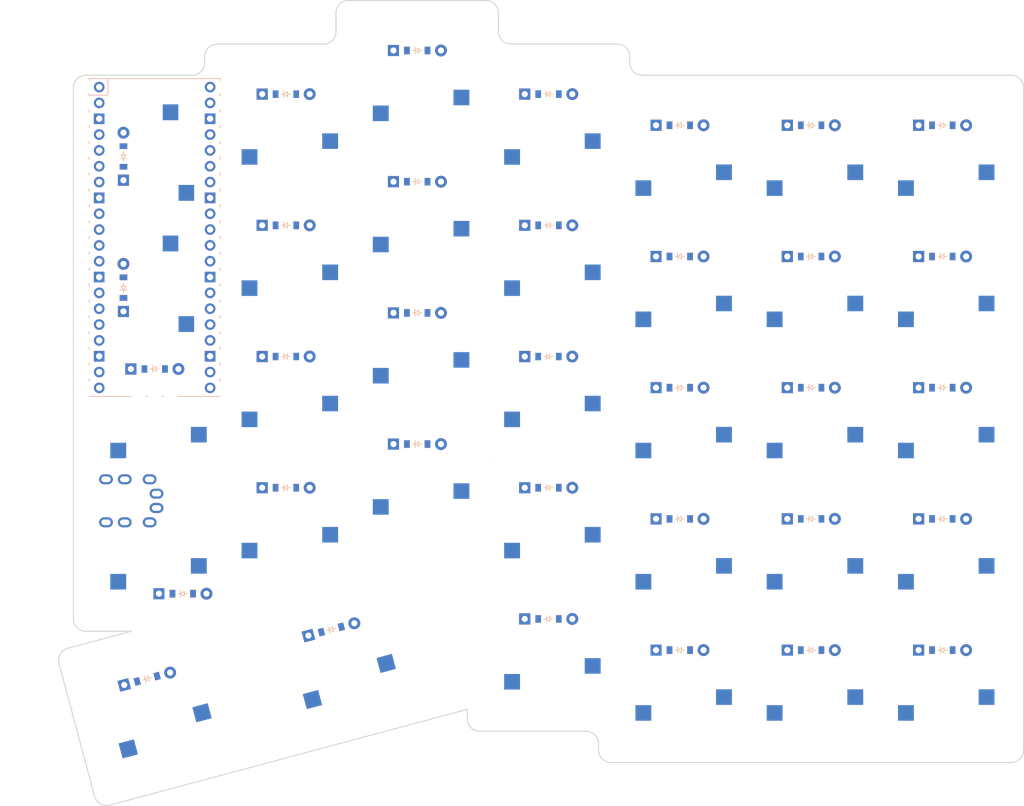
<source format=kicad_pcb>


(kicad_pcb (version 20171130) (host pcbnew 5.1.6)

  (page A3)
  (title_block
    (title "right")
    (rev "v1.0.0")
    (company "Unknown")
  )

  (general
    (thickness 1.6)
  )

  (layers
    (0 F.Cu signal)
    (31 B.Cu signal)
    (32 B.Adhes user)
    (33 F.Adhes user)
    (34 B.Paste user)
    (35 F.Paste user)
    (36 B.SilkS user)
    (37 F.SilkS user)
    (38 B.Mask user)
    (39 F.Mask user)
    (40 Dwgs.User user)
    (41 Cmts.User user)
    (42 Eco1.User user)
    (43 Eco2.User user)
    (44 Edge.Cuts user)
    (45 Margin user)
    (46 B.CrtYd user)
    (47 F.CrtYd user)
    (48 B.Fab user)
    (49 F.Fab user)
  )

  (setup
    (last_trace_width 0.25)
    (trace_clearance 0.2)
    (zone_clearance 0.508)
    (zone_45_only no)
    (trace_min 0.2)
    (via_size 0.8)
    (via_drill 0.4)
    (via_min_size 0.4)
    (via_min_drill 0.3)
    (uvia_size 0.3)
    (uvia_drill 0.1)
    (uvias_allowed no)
    (uvia_min_size 0.2)
    (uvia_min_drill 0.1)
    (edge_width 0.05)
    (segment_width 0.2)
    (pcb_text_width 0.3)
    (pcb_text_size 1.5 1.5)
    (mod_edge_width 0.12)
    (mod_text_size 1 1)
    (mod_text_width 0.15)
    (pad_size 1.524 1.524)
    (pad_drill 0.762)
    (pad_to_mask_clearance 0.05)
    (aux_axis_origin 0 0)
    (visible_elements FFFFFF7F)
    (pcbplotparams
      (layerselection 0x010fc_ffffffff)
      (usegerberextensions false)
      (usegerberattributes true)
      (usegerberadvancedattributes true)
      (creategerberjobfile true)
      (excludeedgelayer true)
      (linewidth 0.100000)
      (plotframeref false)
      (viasonmask false)
      (mode 1)
      (useauxorigin false)
      (hpglpennumber 1)
      (hpglpenspeed 20)
      (hpglpendiameter 15.000000)
      (psnegative false)
      (psa4output false)
      (plotreference true)
      (plotvalue true)
      (plotinvisibletext false)
      (padsonsilk false)
      (subtractmaskfromsilk false)
      (outputformat 1)
      (mirror false)
      (drillshape 1)
      (scaleselection 1)
      (outputdirectory ""))
  )

  (net 0 "")
(net 1 "GP6")
(net 2 "inner_bottom")
(net 3 "inner_home")
(net 4 "GP7")
(net 5 "index_bottom")
(net 6 "index_home")
(net 7 "index_top")
(net 8 "index_num")
(net 9 "GP8")
(net 10 "middle_bottom")
(net 11 "middle_home")
(net 12 "middle_top")
(net 13 "middle_num")
(net 14 "GP9")
(net 15 "ring_thumb")
(net 16 "ring_bottom")
(net 17 "ring_home")
(net 18 "ring_top")
(net 19 "ring_num")
(net 20 "GP10")
(net 21 "pinky_thumb")
(net 22 "pinky_bottom")
(net 23 "pinky_home")
(net 24 "pinky_top")
(net 25 "pinky_num")
(net 26 "GP11")
(net 27 "right_thumb")
(net 28 "right_bottom")
(net 29 "right_home")
(net 30 "right_top")
(net 31 "right_num")
(net 32 "GP12")
(net 33 "right2_thumb")
(net 34 "right2_bottom")
(net 35 "right2_home")
(net 36 "right2_top")
(net 37 "right2_num")
(net 38 "back_space_default")
(net 39 "enter_default")
(net 40 "inner_top")
(net 41 "inner_num")
(net 42 "GP17")
(net 43 "GP18")
(net 44 "GP19")
(net 45 "GP20")
(net 46 "GP16")
(net 47 "GP0")
(net 48 "GP1")
(net 49 "GND")
(net 50 "3V3")
(net 51 "GP2")
(net 52 "GP3")
(net 53 "GP4")
(net 54 "GP5")
(net 55 "GP13")
(net 56 "GP14")
(net 57 "GP15")
(net 58 "GP21")
(net 59 "GP22")
(net 60 "GP26")
(net 61 "GP27")
(net 62 "GP28")
(net 63 "RUN")
(net 64 "ADC_VREF")
(net 65 "3V3_EN")
(net 66 "VSYS")
(net 67 "VBUS")
(net 68 "AGND")
(net 69 "SWCLK")
(net 70 "SWDIO")

  (net_class Default "This is the default net class."
    (clearance 0.2)
    (trace_width 0.25)
    (via_dia 0.8)
    (via_drill 0.4)
    (uvia_dia 0.3)
    (uvia_drill 0.1)
    (add_net "")
(add_net "GP6")
(add_net "inner_bottom")
(add_net "inner_home")
(add_net "GP7")
(add_net "index_bottom")
(add_net "index_home")
(add_net "index_top")
(add_net "index_num")
(add_net "GP8")
(add_net "middle_bottom")
(add_net "middle_home")
(add_net "middle_top")
(add_net "middle_num")
(add_net "GP9")
(add_net "ring_thumb")
(add_net "ring_bottom")
(add_net "ring_home")
(add_net "ring_top")
(add_net "ring_num")
(add_net "GP10")
(add_net "pinky_thumb")
(add_net "pinky_bottom")
(add_net "pinky_home")
(add_net "pinky_top")
(add_net "pinky_num")
(add_net "GP11")
(add_net "right_thumb")
(add_net "right_bottom")
(add_net "right_home")
(add_net "right_top")
(add_net "right_num")
(add_net "GP12")
(add_net "right2_thumb")
(add_net "right2_bottom")
(add_net "right2_home")
(add_net "right2_top")
(add_net "right2_num")
(add_net "back_space_default")
(add_net "enter_default")
(add_net "inner_top")
(add_net "inner_num")
(add_net "GP17")
(add_net "GP18")
(add_net "GP19")
(add_net "GP20")
(add_net "GP16")
(add_net "GP0")
(add_net "GP1")
(add_net "GND")
(add_net "3V3")
(add_net "GP2")
(add_net "GP3")
(add_net "GP4")
(add_net "GP5")
(add_net "GP13")
(add_net "GP14")
(add_net "GP15")
(add_net "GP21")
(add_net "GP22")
(add_net "GP26")
(add_net "GP27")
(add_net "GP28")
(add_net "RUN")
(add_net "ADC_VREF")
(add_net "3V3_EN")
(add_net "VSYS")
(add_net "VBUS")
(add_net "AGND")
(add_net "SWCLK")
(add_net "SWDIO")
  )

  
        
      (module MX (layer F.Cu) (tedit 5DD4F656)
      (at 250 178.95 180)

      
      (fp_text reference "S1" (at 0 0) (layer F.SilkS) hide (effects (font (size 1.27 1.27) (thickness 0.15))))
      (fp_text value "" (at 0 0) (layer F.SilkS) hide (effects (font (size 1.27 1.27) (thickness 0.15))))

      
      (fp_line (start -7 -6) (end -7 -7) (layer Dwgs.User) (width 0.15))
      (fp_line (start -7 7) (end -6 7) (layer Dwgs.User) (width 0.15))
      (fp_line (start -6 -7) (end -7 -7) (layer Dwgs.User) (width 0.15))
      (fp_line (start -7 7) (end -7 6) (layer Dwgs.User) (width 0.15))
      (fp_line (start 7 6) (end 7 7) (layer Dwgs.User) (width 0.15))
      (fp_line (start 7 -7) (end 6 -7) (layer Dwgs.User) (width 0.15))
      (fp_line (start 6 7) (end 7 7) (layer Dwgs.User) (width 0.15))
      (fp_line (start 7 -7) (end 7 -6) (layer Dwgs.User) (width 0.15))
    
      
      (pad "" np_thru_hole circle (at 0 0) (size 3.9878 3.9878) (drill 3.9878) (layers *.Cu *.Mask))

      
      (pad "" np_thru_hole circle (at 5.08 0) (size 1.7018 1.7018) (drill 1.7018) (layers *.Cu *.Mask))
      (pad "" np_thru_hole circle (at -5.08 0) (size 1.7018 1.7018) (drill 1.7018) (layers *.Cu *.Mask))
      
        
      
      (fp_line (start -9.5 -9.5) (end 9.5 -9.5) (layer Dwgs.User) (width 0.15))
      (fp_line (start 9.5 -9.5) (end 9.5 9.5) (layer Dwgs.User) (width 0.15))
      (fp_line (start 9.5 9.5) (end -9.5 9.5) (layer Dwgs.User) (width 0.15))
      (fp_line (start -9.5 9.5) (end -9.5 -9.5) (layer Dwgs.User) (width 0.15))
      
        
        
        (pad "" np_thru_hole circle (at 2.54 -5.08) (size 3 3) (drill 3) (layers *.Cu *.Mask))
        (pad "" np_thru_hole circle (at -3.81 -2.54) (size 3 3) (drill 3) (layers *.Cu *.Mask))
        
        
        (pad 1 smd rect (at -7.085 -2.54 180) (size 2.55 2.5) (layers B.Cu B.Paste B.Mask) (net 1 "GP6"))
        (pad 2 smd rect (at 5.842 -5.08 180) (size 2.55 2.5) (layers B.Cu B.Paste B.Mask) (net 2 "inner_bottom"))
        )
        

        
      (module MX (layer F.Cu) (tedit 5DD4F656)
      (at 250 157.89999999999998 180)

      
      (fp_text reference "S2" (at 0 0) (layer F.SilkS) hide (effects (font (size 1.27 1.27) (thickness 0.15))))
      (fp_text value "" (at 0 0) (layer F.SilkS) hide (effects (font (size 1.27 1.27) (thickness 0.15))))

      
      (fp_line (start -7 -6) (end -7 -7) (layer Dwgs.User) (width 0.15))
      (fp_line (start -7 7) (end -6 7) (layer Dwgs.User) (width 0.15))
      (fp_line (start -6 -7) (end -7 -7) (layer Dwgs.User) (width 0.15))
      (fp_line (start -7 7) (end -7 6) (layer Dwgs.User) (width 0.15))
      (fp_line (start 7 6) (end 7 7) (layer Dwgs.User) (width 0.15))
      (fp_line (start 7 -7) (end 6 -7) (layer Dwgs.User) (width 0.15))
      (fp_line (start 6 7) (end 7 7) (layer Dwgs.User) (width 0.15))
      (fp_line (start 7 -7) (end 7 -6) (layer Dwgs.User) (width 0.15))
    
      
      (pad "" np_thru_hole circle (at 0 0) (size 3.9878 3.9878) (drill 3.9878) (layers *.Cu *.Mask))

      
      (pad "" np_thru_hole circle (at 5.08 0) (size 1.7018 1.7018) (drill 1.7018) (layers *.Cu *.Mask))
      (pad "" np_thru_hole circle (at -5.08 0) (size 1.7018 1.7018) (drill 1.7018) (layers *.Cu *.Mask))
      
        
      
      (fp_line (start -9.5 -9.5) (end 9.5 -9.5) (layer Dwgs.User) (width 0.15))
      (fp_line (start 9.5 -9.5) (end 9.5 9.5) (layer Dwgs.User) (width 0.15))
      (fp_line (start 9.5 9.5) (end -9.5 9.5) (layer Dwgs.User) (width 0.15))
      (fp_line (start -9.5 9.5) (end -9.5 -9.5) (layer Dwgs.User) (width 0.15))
      
        
        
        (pad "" np_thru_hole circle (at 2.54 -5.08) (size 3 3) (drill 3) (layers *.Cu *.Mask))
        (pad "" np_thru_hole circle (at -3.81 -2.54) (size 3 3) (drill 3) (layers *.Cu *.Mask))
        
        
        (pad 1 smd rect (at -7.085 -2.54 180) (size 2.55 2.5) (layers B.Cu B.Paste B.Mask) (net 1 "GP6"))
        (pad 2 smd rect (at 5.842 -5.08 180) (size 2.55 2.5) (layers B.Cu B.Paste B.Mask) (net 3 "inner_home"))
        )
        

        
      (module MX (layer F.Cu) (tedit 5DD4F656)
      (at 271.05 173.95 180)

      
      (fp_text reference "S3" (at 0 0) (layer F.SilkS) hide (effects (font (size 1.27 1.27) (thickness 0.15))))
      (fp_text value "" (at 0 0) (layer F.SilkS) hide (effects (font (size 1.27 1.27) (thickness 0.15))))

      
      (fp_line (start -7 -6) (end -7 -7) (layer Dwgs.User) (width 0.15))
      (fp_line (start -7 7) (end -6 7) (layer Dwgs.User) (width 0.15))
      (fp_line (start -6 -7) (end -7 -7) (layer Dwgs.User) (width 0.15))
      (fp_line (start -7 7) (end -7 6) (layer Dwgs.User) (width 0.15))
      (fp_line (start 7 6) (end 7 7) (layer Dwgs.User) (width 0.15))
      (fp_line (start 7 -7) (end 6 -7) (layer Dwgs.User) (width 0.15))
      (fp_line (start 6 7) (end 7 7) (layer Dwgs.User) (width 0.15))
      (fp_line (start 7 -7) (end 7 -6) (layer Dwgs.User) (width 0.15))
    
      
      (pad "" np_thru_hole circle (at 0 0) (size 3.9878 3.9878) (drill 3.9878) (layers *.Cu *.Mask))

      
      (pad "" np_thru_hole circle (at 5.08 0) (size 1.7018 1.7018) (drill 1.7018) (layers *.Cu *.Mask))
      (pad "" np_thru_hole circle (at -5.08 0) (size 1.7018 1.7018) (drill 1.7018) (layers *.Cu *.Mask))
      
        
      
      (fp_line (start -9.5 -9.5) (end 9.5 -9.5) (layer Dwgs.User) (width 0.15))
      (fp_line (start 9.5 -9.5) (end 9.5 9.5) (layer Dwgs.User) (width 0.15))
      (fp_line (start 9.5 9.5) (end -9.5 9.5) (layer Dwgs.User) (width 0.15))
      (fp_line (start -9.5 9.5) (end -9.5 -9.5) (layer Dwgs.User) (width 0.15))
      
        
        
        (pad "" np_thru_hole circle (at 2.54 -5.08) (size 3 3) (drill 3) (layers *.Cu *.Mask))
        (pad "" np_thru_hole circle (at -3.81 -2.54) (size 3 3) (drill 3) (layers *.Cu *.Mask))
        
        
        (pad 1 smd rect (at -7.085 -2.54 180) (size 2.55 2.5) (layers B.Cu B.Paste B.Mask) (net 4 "GP7"))
        (pad 2 smd rect (at 5.842 -5.08 180) (size 2.55 2.5) (layers B.Cu B.Paste B.Mask) (net 5 "index_bottom"))
        )
        

        
      (module MX (layer F.Cu) (tedit 5DD4F656)
      (at 271.05 152.89999999999998 180)

      
      (fp_text reference "S4" (at 0 0) (layer F.SilkS) hide (effects (font (size 1.27 1.27) (thickness 0.15))))
      (fp_text value "" (at 0 0) (layer F.SilkS) hide (effects (font (size 1.27 1.27) (thickness 0.15))))

      
      (fp_line (start -7 -6) (end -7 -7) (layer Dwgs.User) (width 0.15))
      (fp_line (start -7 7) (end -6 7) (layer Dwgs.User) (width 0.15))
      (fp_line (start -6 -7) (end -7 -7) (layer Dwgs.User) (width 0.15))
      (fp_line (start -7 7) (end -7 6) (layer Dwgs.User) (width 0.15))
      (fp_line (start 7 6) (end 7 7) (layer Dwgs.User) (width 0.15))
      (fp_line (start 7 -7) (end 6 -7) (layer Dwgs.User) (width 0.15))
      (fp_line (start 6 7) (end 7 7) (layer Dwgs.User) (width 0.15))
      (fp_line (start 7 -7) (end 7 -6) (layer Dwgs.User) (width 0.15))
    
      
      (pad "" np_thru_hole circle (at 0 0) (size 3.9878 3.9878) (drill 3.9878) (layers *.Cu *.Mask))

      
      (pad "" np_thru_hole circle (at 5.08 0) (size 1.7018 1.7018) (drill 1.7018) (layers *.Cu *.Mask))
      (pad "" np_thru_hole circle (at -5.08 0) (size 1.7018 1.7018) (drill 1.7018) (layers *.Cu *.Mask))
      
        
      
      (fp_line (start -9.5 -9.5) (end 9.5 -9.5) (layer Dwgs.User) (width 0.15))
      (fp_line (start 9.5 -9.5) (end 9.5 9.5) (layer Dwgs.User) (width 0.15))
      (fp_line (start 9.5 9.5) (end -9.5 9.5) (layer Dwgs.User) (width 0.15))
      (fp_line (start -9.5 9.5) (end -9.5 -9.5) (layer Dwgs.User) (width 0.15))
      
        
        
        (pad "" np_thru_hole circle (at 2.54 -5.08) (size 3 3) (drill 3) (layers *.Cu *.Mask))
        (pad "" np_thru_hole circle (at -3.81 -2.54) (size 3 3) (drill 3) (layers *.Cu *.Mask))
        
        
        (pad 1 smd rect (at -7.085 -2.54 180) (size 2.55 2.5) (layers B.Cu B.Paste B.Mask) (net 4 "GP7"))
        (pad 2 smd rect (at 5.842 -5.08 180) (size 2.55 2.5) (layers B.Cu B.Paste B.Mask) (net 6 "index_home"))
        )
        

        
      (module MX (layer F.Cu) (tedit 5DD4F656)
      (at 271.05 131.84999999999997 180)

      
      (fp_text reference "S5" (at 0 0) (layer F.SilkS) hide (effects (font (size 1.27 1.27) (thickness 0.15))))
      (fp_text value "" (at 0 0) (layer F.SilkS) hide (effects (font (size 1.27 1.27) (thickness 0.15))))

      
      (fp_line (start -7 -6) (end -7 -7) (layer Dwgs.User) (width 0.15))
      (fp_line (start -7 7) (end -6 7) (layer Dwgs.User) (width 0.15))
      (fp_line (start -6 -7) (end -7 -7) (layer Dwgs.User) (width 0.15))
      (fp_line (start -7 7) (end -7 6) (layer Dwgs.User) (width 0.15))
      (fp_line (start 7 6) (end 7 7) (layer Dwgs.User) (width 0.15))
      (fp_line (start 7 -7) (end 6 -7) (layer Dwgs.User) (width 0.15))
      (fp_line (start 6 7) (end 7 7) (layer Dwgs.User) (width 0.15))
      (fp_line (start 7 -7) (end 7 -6) (layer Dwgs.User) (width 0.15))
    
      
      (pad "" np_thru_hole circle (at 0 0) (size 3.9878 3.9878) (drill 3.9878) (layers *.Cu *.Mask))

      
      (pad "" np_thru_hole circle (at 5.08 0) (size 1.7018 1.7018) (drill 1.7018) (layers *.Cu *.Mask))
      (pad "" np_thru_hole circle (at -5.08 0) (size 1.7018 1.7018) (drill 1.7018) (layers *.Cu *.Mask))
      
        
      
      (fp_line (start -9.5 -9.5) (end 9.5 -9.5) (layer Dwgs.User) (width 0.15))
      (fp_line (start 9.5 -9.5) (end 9.5 9.5) (layer Dwgs.User) (width 0.15))
      (fp_line (start 9.5 9.5) (end -9.5 9.5) (layer Dwgs.User) (width 0.15))
      (fp_line (start -9.5 9.5) (end -9.5 -9.5) (layer Dwgs.User) (width 0.15))
      
        
        
        (pad "" np_thru_hole circle (at 2.54 -5.08) (size 3 3) (drill 3) (layers *.Cu *.Mask))
        (pad "" np_thru_hole circle (at -3.81 -2.54) (size 3 3) (drill 3) (layers *.Cu *.Mask))
        
        
        (pad 1 smd rect (at -7.085 -2.54 180) (size 2.55 2.5) (layers B.Cu B.Paste B.Mask) (net 4 "GP7"))
        (pad 2 smd rect (at 5.842 -5.08 180) (size 2.55 2.5) (layers B.Cu B.Paste B.Mask) (net 7 "index_top"))
        )
        

        
      (module MX (layer F.Cu) (tedit 5DD4F656)
      (at 271.05 110.79999999999997 180)

      
      (fp_text reference "S6" (at 0 0) (layer F.SilkS) hide (effects (font (size 1.27 1.27) (thickness 0.15))))
      (fp_text value "" (at 0 0) (layer F.SilkS) hide (effects (font (size 1.27 1.27) (thickness 0.15))))

      
      (fp_line (start -7 -6) (end -7 -7) (layer Dwgs.User) (width 0.15))
      (fp_line (start -7 7) (end -6 7) (layer Dwgs.User) (width 0.15))
      (fp_line (start -6 -7) (end -7 -7) (layer Dwgs.User) (width 0.15))
      (fp_line (start -7 7) (end -7 6) (layer Dwgs.User) (width 0.15))
      (fp_line (start 7 6) (end 7 7) (layer Dwgs.User) (width 0.15))
      (fp_line (start 7 -7) (end 6 -7) (layer Dwgs.User) (width 0.15))
      (fp_line (start 6 7) (end 7 7) (layer Dwgs.User) (width 0.15))
      (fp_line (start 7 -7) (end 7 -6) (layer Dwgs.User) (width 0.15))
    
      
      (pad "" np_thru_hole circle (at 0 0) (size 3.9878 3.9878) (drill 3.9878) (layers *.Cu *.Mask))

      
      (pad "" np_thru_hole circle (at 5.08 0) (size 1.7018 1.7018) (drill 1.7018) (layers *.Cu *.Mask))
      (pad "" np_thru_hole circle (at -5.08 0) (size 1.7018 1.7018) (drill 1.7018) (layers *.Cu *.Mask))
      
        
      
      (fp_line (start -9.5 -9.5) (end 9.5 -9.5) (layer Dwgs.User) (width 0.15))
      (fp_line (start 9.5 -9.5) (end 9.5 9.5) (layer Dwgs.User) (width 0.15))
      (fp_line (start 9.5 9.5) (end -9.5 9.5) (layer Dwgs.User) (width 0.15))
      (fp_line (start -9.5 9.5) (end -9.5 -9.5) (layer Dwgs.User) (width 0.15))
      
        
        
        (pad "" np_thru_hole circle (at 2.54 -5.08) (size 3 3) (drill 3) (layers *.Cu *.Mask))
        (pad "" np_thru_hole circle (at -3.81 -2.54) (size 3 3) (drill 3) (layers *.Cu *.Mask))
        
        
        (pad 1 smd rect (at -7.085 -2.54 180) (size 2.55 2.5) (layers B.Cu B.Paste B.Mask) (net 4 "GP7"))
        (pad 2 smd rect (at 5.842 -5.08 180) (size 2.55 2.5) (layers B.Cu B.Paste B.Mask) (net 8 "index_num"))
        )
        

        
      (module MX (layer F.Cu) (tedit 5DD4F656)
      (at 292.1 166.95 180)

      
      (fp_text reference "S7" (at 0 0) (layer F.SilkS) hide (effects (font (size 1.27 1.27) (thickness 0.15))))
      (fp_text value "" (at 0 0) (layer F.SilkS) hide (effects (font (size 1.27 1.27) (thickness 0.15))))

      
      (fp_line (start -7 -6) (end -7 -7) (layer Dwgs.User) (width 0.15))
      (fp_line (start -7 7) (end -6 7) (layer Dwgs.User) (width 0.15))
      (fp_line (start -6 -7) (end -7 -7) (layer Dwgs.User) (width 0.15))
      (fp_line (start -7 7) (end -7 6) (layer Dwgs.User) (width 0.15))
      (fp_line (start 7 6) (end 7 7) (layer Dwgs.User) (width 0.15))
      (fp_line (start 7 -7) (end 6 -7) (layer Dwgs.User) (width 0.15))
      (fp_line (start 6 7) (end 7 7) (layer Dwgs.User) (width 0.15))
      (fp_line (start 7 -7) (end 7 -6) (layer Dwgs.User) (width 0.15))
    
      
      (pad "" np_thru_hole circle (at 0 0) (size 3.9878 3.9878) (drill 3.9878) (layers *.Cu *.Mask))

      
      (pad "" np_thru_hole circle (at 5.08 0) (size 1.7018 1.7018) (drill 1.7018) (layers *.Cu *.Mask))
      (pad "" np_thru_hole circle (at -5.08 0) (size 1.7018 1.7018) (drill 1.7018) (layers *.Cu *.Mask))
      
        
      
      (fp_line (start -9.5 -9.5) (end 9.5 -9.5) (layer Dwgs.User) (width 0.15))
      (fp_line (start 9.5 -9.5) (end 9.5 9.5) (layer Dwgs.User) (width 0.15))
      (fp_line (start 9.5 9.5) (end -9.5 9.5) (layer Dwgs.User) (width 0.15))
      (fp_line (start -9.5 9.5) (end -9.5 -9.5) (layer Dwgs.User) (width 0.15))
      
        
        
        (pad "" np_thru_hole circle (at 2.54 -5.08) (size 3 3) (drill 3) (layers *.Cu *.Mask))
        (pad "" np_thru_hole circle (at -3.81 -2.54) (size 3 3) (drill 3) (layers *.Cu *.Mask))
        
        
        (pad 1 smd rect (at -7.085 -2.54 180) (size 2.55 2.5) (layers B.Cu B.Paste B.Mask) (net 9 "GP8"))
        (pad 2 smd rect (at 5.842 -5.08 180) (size 2.55 2.5) (layers B.Cu B.Paste B.Mask) (net 10 "middle_bottom"))
        )
        

        
      (module MX (layer F.Cu) (tedit 5DD4F656)
      (at 292.1 145.89999999999998 180)

      
      (fp_text reference "S8" (at 0 0) (layer F.SilkS) hide (effects (font (size 1.27 1.27) (thickness 0.15))))
      (fp_text value "" (at 0 0) (layer F.SilkS) hide (effects (font (size 1.27 1.27) (thickness 0.15))))

      
      (fp_line (start -7 -6) (end -7 -7) (layer Dwgs.User) (width 0.15))
      (fp_line (start -7 7) (end -6 7) (layer Dwgs.User) (width 0.15))
      (fp_line (start -6 -7) (end -7 -7) (layer Dwgs.User) (width 0.15))
      (fp_line (start -7 7) (end -7 6) (layer Dwgs.User) (width 0.15))
      (fp_line (start 7 6) (end 7 7) (layer Dwgs.User) (width 0.15))
      (fp_line (start 7 -7) (end 6 -7) (layer Dwgs.User) (width 0.15))
      (fp_line (start 6 7) (end 7 7) (layer Dwgs.User) (width 0.15))
      (fp_line (start 7 -7) (end 7 -6) (layer Dwgs.User) (width 0.15))
    
      
      (pad "" np_thru_hole circle (at 0 0) (size 3.9878 3.9878) (drill 3.9878) (layers *.Cu *.Mask))

      
      (pad "" np_thru_hole circle (at 5.08 0) (size 1.7018 1.7018) (drill 1.7018) (layers *.Cu *.Mask))
      (pad "" np_thru_hole circle (at -5.08 0) (size 1.7018 1.7018) (drill 1.7018) (layers *.Cu *.Mask))
      
        
      
      (fp_line (start -9.5 -9.5) (end 9.5 -9.5) (layer Dwgs.User) (width 0.15))
      (fp_line (start 9.5 -9.5) (end 9.5 9.5) (layer Dwgs.User) (width 0.15))
      (fp_line (start 9.5 9.5) (end -9.5 9.5) (layer Dwgs.User) (width 0.15))
      (fp_line (start -9.5 9.5) (end -9.5 -9.5) (layer Dwgs.User) (width 0.15))
      
        
        
        (pad "" np_thru_hole circle (at 2.54 -5.08) (size 3 3) (drill 3) (layers *.Cu *.Mask))
        (pad "" np_thru_hole circle (at -3.81 -2.54) (size 3 3) (drill 3) (layers *.Cu *.Mask))
        
        
        (pad 1 smd rect (at -7.085 -2.54 180) (size 2.55 2.5) (layers B.Cu B.Paste B.Mask) (net 9 "GP8"))
        (pad 2 smd rect (at 5.842 -5.08 180) (size 2.55 2.5) (layers B.Cu B.Paste B.Mask) (net 11 "middle_home"))
        )
        

        
      (module MX (layer F.Cu) (tedit 5DD4F656)
      (at 292.1 124.84999999999998 180)

      
      (fp_text reference "S9" (at 0 0) (layer F.SilkS) hide (effects (font (size 1.27 1.27) (thickness 0.15))))
      (fp_text value "" (at 0 0) (layer F.SilkS) hide (effects (font (size 1.27 1.27) (thickness 0.15))))

      
      (fp_line (start -7 -6) (end -7 -7) (layer Dwgs.User) (width 0.15))
      (fp_line (start -7 7) (end -6 7) (layer Dwgs.User) (width 0.15))
      (fp_line (start -6 -7) (end -7 -7) (layer Dwgs.User) (width 0.15))
      (fp_line (start -7 7) (end -7 6) (layer Dwgs.User) (width 0.15))
      (fp_line (start 7 6) (end 7 7) (layer Dwgs.User) (width 0.15))
      (fp_line (start 7 -7) (end 6 -7) (layer Dwgs.User) (width 0.15))
      (fp_line (start 6 7) (end 7 7) (layer Dwgs.User) (width 0.15))
      (fp_line (start 7 -7) (end 7 -6) (layer Dwgs.User) (width 0.15))
    
      
      (pad "" np_thru_hole circle (at 0 0) (size 3.9878 3.9878) (drill 3.9878) (layers *.Cu *.Mask))

      
      (pad "" np_thru_hole circle (at 5.08 0) (size 1.7018 1.7018) (drill 1.7018) (layers *.Cu *.Mask))
      (pad "" np_thru_hole circle (at -5.08 0) (size 1.7018 1.7018) (drill 1.7018) (layers *.Cu *.Mask))
      
        
      
      (fp_line (start -9.5 -9.5) (end 9.5 -9.5) (layer Dwgs.User) (width 0.15))
      (fp_line (start 9.5 -9.5) (end 9.5 9.5) (layer Dwgs.User) (width 0.15))
      (fp_line (start 9.5 9.5) (end -9.5 9.5) (layer Dwgs.User) (width 0.15))
      (fp_line (start -9.5 9.5) (end -9.5 -9.5) (layer Dwgs.User) (width 0.15))
      
        
        
        (pad "" np_thru_hole circle (at 2.54 -5.08) (size 3 3) (drill 3) (layers *.Cu *.Mask))
        (pad "" np_thru_hole circle (at -3.81 -2.54) (size 3 3) (drill 3) (layers *.Cu *.Mask))
        
        
        (pad 1 smd rect (at -7.085 -2.54 180) (size 2.55 2.5) (layers B.Cu B.Paste B.Mask) (net 9 "GP8"))
        (pad 2 smd rect (at 5.842 -5.08 180) (size 2.55 2.5) (layers B.Cu B.Paste B.Mask) (net 12 "middle_top"))
        )
        

        
      (module MX (layer F.Cu) (tedit 5DD4F656)
      (at 292.1 103.79999999999998 180)

      
      (fp_text reference "S10" (at 0 0) (layer F.SilkS) hide (effects (font (size 1.27 1.27) (thickness 0.15))))
      (fp_text value "" (at 0 0) (layer F.SilkS) hide (effects (font (size 1.27 1.27) (thickness 0.15))))

      
      (fp_line (start -7 -6) (end -7 -7) (layer Dwgs.User) (width 0.15))
      (fp_line (start -7 7) (end -6 7) (layer Dwgs.User) (width 0.15))
      (fp_line (start -6 -7) (end -7 -7) (layer Dwgs.User) (width 0.15))
      (fp_line (start -7 7) (end -7 6) (layer Dwgs.User) (width 0.15))
      (fp_line (start 7 6) (end 7 7) (layer Dwgs.User) (width 0.15))
      (fp_line (start 7 -7) (end 6 -7) (layer Dwgs.User) (width 0.15))
      (fp_line (start 6 7) (end 7 7) (layer Dwgs.User) (width 0.15))
      (fp_line (start 7 -7) (end 7 -6) (layer Dwgs.User) (width 0.15))
    
      
      (pad "" np_thru_hole circle (at 0 0) (size 3.9878 3.9878) (drill 3.9878) (layers *.Cu *.Mask))

      
      (pad "" np_thru_hole circle (at 5.08 0) (size 1.7018 1.7018) (drill 1.7018) (layers *.Cu *.Mask))
      (pad "" np_thru_hole circle (at -5.08 0) (size 1.7018 1.7018) (drill 1.7018) (layers *.Cu *.Mask))
      
        
      
      (fp_line (start -9.5 -9.5) (end 9.5 -9.5) (layer Dwgs.User) (width 0.15))
      (fp_line (start 9.5 -9.5) (end 9.5 9.5) (layer Dwgs.User) (width 0.15))
      (fp_line (start 9.5 9.5) (end -9.5 9.5) (layer Dwgs.User) (width 0.15))
      (fp_line (start -9.5 9.5) (end -9.5 -9.5) (layer Dwgs.User) (width 0.15))
      
        
        
        (pad "" np_thru_hole circle (at 2.54 -5.08) (size 3 3) (drill 3) (layers *.Cu *.Mask))
        (pad "" np_thru_hole circle (at -3.81 -2.54) (size 3 3) (drill 3) (layers *.Cu *.Mask))
        
        
        (pad 1 smd rect (at -7.085 -2.54 180) (size 2.55 2.5) (layers B.Cu B.Paste B.Mask) (net 9 "GP8"))
        (pad 2 smd rect (at 5.842 -5.08 180) (size 2.55 2.5) (layers B.Cu B.Paste B.Mask) (net 13 "middle_num"))
        )
        

        
      (module MX (layer F.Cu) (tedit 5DD4F656)
      (at 313.15 195 180)

      
      (fp_text reference "S11" (at 0 0) (layer F.SilkS) hide (effects (font (size 1.27 1.27) (thickness 0.15))))
      (fp_text value "" (at 0 0) (layer F.SilkS) hide (effects (font (size 1.27 1.27) (thickness 0.15))))

      
      (fp_line (start -7 -6) (end -7 -7) (layer Dwgs.User) (width 0.15))
      (fp_line (start -7 7) (end -6 7) (layer Dwgs.User) (width 0.15))
      (fp_line (start -6 -7) (end -7 -7) (layer Dwgs.User) (width 0.15))
      (fp_line (start -7 7) (end -7 6) (layer Dwgs.User) (width 0.15))
      (fp_line (start 7 6) (end 7 7) (layer Dwgs.User) (width 0.15))
      (fp_line (start 7 -7) (end 6 -7) (layer Dwgs.User) (width 0.15))
      (fp_line (start 6 7) (end 7 7) (layer Dwgs.User) (width 0.15))
      (fp_line (start 7 -7) (end 7 -6) (layer Dwgs.User) (width 0.15))
    
      
      (pad "" np_thru_hole circle (at 0 0) (size 3.9878 3.9878) (drill 3.9878) (layers *.Cu *.Mask))

      
      (pad "" np_thru_hole circle (at 5.08 0) (size 1.7018 1.7018) (drill 1.7018) (layers *.Cu *.Mask))
      (pad "" np_thru_hole circle (at -5.08 0) (size 1.7018 1.7018) (drill 1.7018) (layers *.Cu *.Mask))
      
        
      
      (fp_line (start -9.5 -9.5) (end 9.5 -9.5) (layer Dwgs.User) (width 0.15))
      (fp_line (start 9.5 -9.5) (end 9.5 9.5) (layer Dwgs.User) (width 0.15))
      (fp_line (start 9.5 9.5) (end -9.5 9.5) (layer Dwgs.User) (width 0.15))
      (fp_line (start -9.5 9.5) (end -9.5 -9.5) (layer Dwgs.User) (width 0.15))
      
        
        
        (pad "" np_thru_hole circle (at 2.54 -5.08) (size 3 3) (drill 3) (layers *.Cu *.Mask))
        (pad "" np_thru_hole circle (at -3.81 -2.54) (size 3 3) (drill 3) (layers *.Cu *.Mask))
        
        
        (pad 1 smd rect (at -7.085 -2.54 180) (size 2.55 2.5) (layers B.Cu B.Paste B.Mask) (net 14 "GP9"))
        (pad 2 smd rect (at 5.842 -5.08 180) (size 2.55 2.5) (layers B.Cu B.Paste B.Mask) (net 15 "ring_thumb"))
        )
        

        
      (module MX (layer F.Cu) (tedit 5DD4F656)
      (at 313.15 173.95 180)

      
      (fp_text reference "S12" (at 0 0) (layer F.SilkS) hide (effects (font (size 1.27 1.27) (thickness 0.15))))
      (fp_text value "" (at 0 0) (layer F.SilkS) hide (effects (font (size 1.27 1.27) (thickness 0.15))))

      
      (fp_line (start -7 -6) (end -7 -7) (layer Dwgs.User) (width 0.15))
      (fp_line (start -7 7) (end -6 7) (layer Dwgs.User) (width 0.15))
      (fp_line (start -6 -7) (end -7 -7) (layer Dwgs.User) (width 0.15))
      (fp_line (start -7 7) (end -7 6) (layer Dwgs.User) (width 0.15))
      (fp_line (start 7 6) (end 7 7) (layer Dwgs.User) (width 0.15))
      (fp_line (start 7 -7) (end 6 -7) (layer Dwgs.User) (width 0.15))
      (fp_line (start 6 7) (end 7 7) (layer Dwgs.User) (width 0.15))
      (fp_line (start 7 -7) (end 7 -6) (layer Dwgs.User) (width 0.15))
    
      
      (pad "" np_thru_hole circle (at 0 0) (size 3.9878 3.9878) (drill 3.9878) (layers *.Cu *.Mask))

      
      (pad "" np_thru_hole circle (at 5.08 0) (size 1.7018 1.7018) (drill 1.7018) (layers *.Cu *.Mask))
      (pad "" np_thru_hole circle (at -5.08 0) (size 1.7018 1.7018) (drill 1.7018) (layers *.Cu *.Mask))
      
        
      
      (fp_line (start -9.5 -9.5) (end 9.5 -9.5) (layer Dwgs.User) (width 0.15))
      (fp_line (start 9.5 -9.5) (end 9.5 9.5) (layer Dwgs.User) (width 0.15))
      (fp_line (start 9.5 9.5) (end -9.5 9.5) (layer Dwgs.User) (width 0.15))
      (fp_line (start -9.5 9.5) (end -9.5 -9.5) (layer Dwgs.User) (width 0.15))
      
        
        
        (pad "" np_thru_hole circle (at 2.54 -5.08) (size 3 3) (drill 3) (layers *.Cu *.Mask))
        (pad "" np_thru_hole circle (at -3.81 -2.54) (size 3 3) (drill 3) (layers *.Cu *.Mask))
        
        
        (pad 1 smd rect (at -7.085 -2.54 180) (size 2.55 2.5) (layers B.Cu B.Paste B.Mask) (net 14 "GP9"))
        (pad 2 smd rect (at 5.842 -5.08 180) (size 2.55 2.5) (layers B.Cu B.Paste B.Mask) (net 16 "ring_bottom"))
        )
        

        
      (module MX (layer F.Cu) (tedit 5DD4F656)
      (at 313.15 152.89999999999998 180)

      
      (fp_text reference "S13" (at 0 0) (layer F.SilkS) hide (effects (font (size 1.27 1.27) (thickness 0.15))))
      (fp_text value "" (at 0 0) (layer F.SilkS) hide (effects (font (size 1.27 1.27) (thickness 0.15))))

      
      (fp_line (start -7 -6) (end -7 -7) (layer Dwgs.User) (width 0.15))
      (fp_line (start -7 7) (end -6 7) (layer Dwgs.User) (width 0.15))
      (fp_line (start -6 -7) (end -7 -7) (layer Dwgs.User) (width 0.15))
      (fp_line (start -7 7) (end -7 6) (layer Dwgs.User) (width 0.15))
      (fp_line (start 7 6) (end 7 7) (layer Dwgs.User) (width 0.15))
      (fp_line (start 7 -7) (end 6 -7) (layer Dwgs.User) (width 0.15))
      (fp_line (start 6 7) (end 7 7) (layer Dwgs.User) (width 0.15))
      (fp_line (start 7 -7) (end 7 -6) (layer Dwgs.User) (width 0.15))
    
      
      (pad "" np_thru_hole circle (at 0 0) (size 3.9878 3.9878) (drill 3.9878) (layers *.Cu *.Mask))

      
      (pad "" np_thru_hole circle (at 5.08 0) (size 1.7018 1.7018) (drill 1.7018) (layers *.Cu *.Mask))
      (pad "" np_thru_hole circle (at -5.08 0) (size 1.7018 1.7018) (drill 1.7018) (layers *.Cu *.Mask))
      
        
      
      (fp_line (start -9.5 -9.5) (end 9.5 -9.5) (layer Dwgs.User) (width 0.15))
      (fp_line (start 9.5 -9.5) (end 9.5 9.5) (layer Dwgs.User) (width 0.15))
      (fp_line (start 9.5 9.5) (end -9.5 9.5) (layer Dwgs.User) (width 0.15))
      (fp_line (start -9.5 9.5) (end -9.5 -9.5) (layer Dwgs.User) (width 0.15))
      
        
        
        (pad "" np_thru_hole circle (at 2.54 -5.08) (size 3 3) (drill 3) (layers *.Cu *.Mask))
        (pad "" np_thru_hole circle (at -3.81 -2.54) (size 3 3) (drill 3) (layers *.Cu *.Mask))
        
        
        (pad 1 smd rect (at -7.085 -2.54 180) (size 2.55 2.5) (layers B.Cu B.Paste B.Mask) (net 14 "GP9"))
        (pad 2 smd rect (at 5.842 -5.08 180) (size 2.55 2.5) (layers B.Cu B.Paste B.Mask) (net 17 "ring_home"))
        )
        

        
      (module MX (layer F.Cu) (tedit 5DD4F656)
      (at 313.15 131.84999999999997 180)

      
      (fp_text reference "S14" (at 0 0) (layer F.SilkS) hide (effects (font (size 1.27 1.27) (thickness 0.15))))
      (fp_text value "" (at 0 0) (layer F.SilkS) hide (effects (font (size 1.27 1.27) (thickness 0.15))))

      
      (fp_line (start -7 -6) (end -7 -7) (layer Dwgs.User) (width 0.15))
      (fp_line (start -7 7) (end -6 7) (layer Dwgs.User) (width 0.15))
      (fp_line (start -6 -7) (end -7 -7) (layer Dwgs.User) (width 0.15))
      (fp_line (start -7 7) (end -7 6) (layer Dwgs.User) (width 0.15))
      (fp_line (start 7 6) (end 7 7) (layer Dwgs.User) (width 0.15))
      (fp_line (start 7 -7) (end 6 -7) (layer Dwgs.User) (width 0.15))
      (fp_line (start 6 7) (end 7 7) (layer Dwgs.User) (width 0.15))
      (fp_line (start 7 -7) (end 7 -6) (layer Dwgs.User) (width 0.15))
    
      
      (pad "" np_thru_hole circle (at 0 0) (size 3.9878 3.9878) (drill 3.9878) (layers *.Cu *.Mask))

      
      (pad "" np_thru_hole circle (at 5.08 0) (size 1.7018 1.7018) (drill 1.7018) (layers *.Cu *.Mask))
      (pad "" np_thru_hole circle (at -5.08 0) (size 1.7018 1.7018) (drill 1.7018) (layers *.Cu *.Mask))
      
        
      
      (fp_line (start -9.5 -9.5) (end 9.5 -9.5) (layer Dwgs.User) (width 0.15))
      (fp_line (start 9.5 -9.5) (end 9.5 9.5) (layer Dwgs.User) (width 0.15))
      (fp_line (start 9.5 9.5) (end -9.5 9.5) (layer Dwgs.User) (width 0.15))
      (fp_line (start -9.5 9.5) (end -9.5 -9.5) (layer Dwgs.User) (width 0.15))
      
        
        
        (pad "" np_thru_hole circle (at 2.54 -5.08) (size 3 3) (drill 3) (layers *.Cu *.Mask))
        (pad "" np_thru_hole circle (at -3.81 -2.54) (size 3 3) (drill 3) (layers *.Cu *.Mask))
        
        
        (pad 1 smd rect (at -7.085 -2.54 180) (size 2.55 2.5) (layers B.Cu B.Paste B.Mask) (net 14 "GP9"))
        (pad 2 smd rect (at 5.842 -5.08 180) (size 2.55 2.5) (layers B.Cu B.Paste B.Mask) (net 18 "ring_top"))
        )
        

        
      (module MX (layer F.Cu) (tedit 5DD4F656)
      (at 313.15 110.79999999999997 180)

      
      (fp_text reference "S15" (at 0 0) (layer F.SilkS) hide (effects (font (size 1.27 1.27) (thickness 0.15))))
      (fp_text value "" (at 0 0) (layer F.SilkS) hide (effects (font (size 1.27 1.27) (thickness 0.15))))

      
      (fp_line (start -7 -6) (end -7 -7) (layer Dwgs.User) (width 0.15))
      (fp_line (start -7 7) (end -6 7) (layer Dwgs.User) (width 0.15))
      (fp_line (start -6 -7) (end -7 -7) (layer Dwgs.User) (width 0.15))
      (fp_line (start -7 7) (end -7 6) (layer Dwgs.User) (width 0.15))
      (fp_line (start 7 6) (end 7 7) (layer Dwgs.User) (width 0.15))
      (fp_line (start 7 -7) (end 6 -7) (layer Dwgs.User) (width 0.15))
      (fp_line (start 6 7) (end 7 7) (layer Dwgs.User) (width 0.15))
      (fp_line (start 7 -7) (end 7 -6) (layer Dwgs.User) (width 0.15))
    
      
      (pad "" np_thru_hole circle (at 0 0) (size 3.9878 3.9878) (drill 3.9878) (layers *.Cu *.Mask))

      
      (pad "" np_thru_hole circle (at 5.08 0) (size 1.7018 1.7018) (drill 1.7018) (layers *.Cu *.Mask))
      (pad "" np_thru_hole circle (at -5.08 0) (size 1.7018 1.7018) (drill 1.7018) (layers *.Cu *.Mask))
      
        
      
      (fp_line (start -9.5 -9.5) (end 9.5 -9.5) (layer Dwgs.User) (width 0.15))
      (fp_line (start 9.5 -9.5) (end 9.5 9.5) (layer Dwgs.User) (width 0.15))
      (fp_line (start 9.5 9.5) (end -9.5 9.5) (layer Dwgs.User) (width 0.15))
      (fp_line (start -9.5 9.5) (end -9.5 -9.5) (layer Dwgs.User) (width 0.15))
      
        
        
        (pad "" np_thru_hole circle (at 2.54 -5.08) (size 3 3) (drill 3) (layers *.Cu *.Mask))
        (pad "" np_thru_hole circle (at -3.81 -2.54) (size 3 3) (drill 3) (layers *.Cu *.Mask))
        
        
        (pad 1 smd rect (at -7.085 -2.54 180) (size 2.55 2.5) (layers B.Cu B.Paste B.Mask) (net 14 "GP9"))
        (pad 2 smd rect (at 5.842 -5.08 180) (size 2.55 2.5) (layers B.Cu B.Paste B.Mask) (net 19 "ring_num"))
        )
        

        
      (module MX (layer F.Cu) (tedit 5DD4F656)
      (at 334.2 200 180)

      
      (fp_text reference "S16" (at 0 0) (layer F.SilkS) hide (effects (font (size 1.27 1.27) (thickness 0.15))))
      (fp_text value "" (at 0 0) (layer F.SilkS) hide (effects (font (size 1.27 1.27) (thickness 0.15))))

      
      (fp_line (start -7 -6) (end -7 -7) (layer Dwgs.User) (width 0.15))
      (fp_line (start -7 7) (end -6 7) (layer Dwgs.User) (width 0.15))
      (fp_line (start -6 -7) (end -7 -7) (layer Dwgs.User) (width 0.15))
      (fp_line (start -7 7) (end -7 6) (layer Dwgs.User) (width 0.15))
      (fp_line (start 7 6) (end 7 7) (layer Dwgs.User) (width 0.15))
      (fp_line (start 7 -7) (end 6 -7) (layer Dwgs.User) (width 0.15))
      (fp_line (start 6 7) (end 7 7) (layer Dwgs.User) (width 0.15))
      (fp_line (start 7 -7) (end 7 -6) (layer Dwgs.User) (width 0.15))
    
      
      (pad "" np_thru_hole circle (at 0 0) (size 3.9878 3.9878) (drill 3.9878) (layers *.Cu *.Mask))

      
      (pad "" np_thru_hole circle (at 5.08 0) (size 1.7018 1.7018) (drill 1.7018) (layers *.Cu *.Mask))
      (pad "" np_thru_hole circle (at -5.08 0) (size 1.7018 1.7018) (drill 1.7018) (layers *.Cu *.Mask))
      
        
      
      (fp_line (start -9.5 -9.5) (end 9.5 -9.5) (layer Dwgs.User) (width 0.15))
      (fp_line (start 9.5 -9.5) (end 9.5 9.5) (layer Dwgs.User) (width 0.15))
      (fp_line (start 9.5 9.5) (end -9.5 9.5) (layer Dwgs.User) (width 0.15))
      (fp_line (start -9.5 9.5) (end -9.5 -9.5) (layer Dwgs.User) (width 0.15))
      
        
        
        (pad "" np_thru_hole circle (at 2.54 -5.08) (size 3 3) (drill 3) (layers *.Cu *.Mask))
        (pad "" np_thru_hole circle (at -3.81 -2.54) (size 3 3) (drill 3) (layers *.Cu *.Mask))
        
        
        (pad 1 smd rect (at -7.085 -2.54 180) (size 2.55 2.5) (layers B.Cu B.Paste B.Mask) (net 20 "GP10"))
        (pad 2 smd rect (at 5.842 -5.08 180) (size 2.55 2.5) (layers B.Cu B.Paste B.Mask) (net 21 "pinky_thumb"))
        )
        

        
      (module MX (layer F.Cu) (tedit 5DD4F656)
      (at 334.2 178.95 180)

      
      (fp_text reference "S17" (at 0 0) (layer F.SilkS) hide (effects (font (size 1.27 1.27) (thickness 0.15))))
      (fp_text value "" (at 0 0) (layer F.SilkS) hide (effects (font (size 1.27 1.27) (thickness 0.15))))

      
      (fp_line (start -7 -6) (end -7 -7) (layer Dwgs.User) (width 0.15))
      (fp_line (start -7 7) (end -6 7) (layer Dwgs.User) (width 0.15))
      (fp_line (start -6 -7) (end -7 -7) (layer Dwgs.User) (width 0.15))
      (fp_line (start -7 7) (end -7 6) (layer Dwgs.User) (width 0.15))
      (fp_line (start 7 6) (end 7 7) (layer Dwgs.User) (width 0.15))
      (fp_line (start 7 -7) (end 6 -7) (layer Dwgs.User) (width 0.15))
      (fp_line (start 6 7) (end 7 7) (layer Dwgs.User) (width 0.15))
      (fp_line (start 7 -7) (end 7 -6) (layer Dwgs.User) (width 0.15))
    
      
      (pad "" np_thru_hole circle (at 0 0) (size 3.9878 3.9878) (drill 3.9878) (layers *.Cu *.Mask))

      
      (pad "" np_thru_hole circle (at 5.08 0) (size 1.7018 1.7018) (drill 1.7018) (layers *.Cu *.Mask))
      (pad "" np_thru_hole circle (at -5.08 0) (size 1.7018 1.7018) (drill 1.7018) (layers *.Cu *.Mask))
      
        
      
      (fp_line (start -9.5 -9.5) (end 9.5 -9.5) (layer Dwgs.User) (width 0.15))
      (fp_line (start 9.5 -9.5) (end 9.5 9.5) (layer Dwgs.User) (width 0.15))
      (fp_line (start 9.5 9.5) (end -9.5 9.5) (layer Dwgs.User) (width 0.15))
      (fp_line (start -9.5 9.5) (end -9.5 -9.5) (layer Dwgs.User) (width 0.15))
      
        
        
        (pad "" np_thru_hole circle (at 2.54 -5.08) (size 3 3) (drill 3) (layers *.Cu *.Mask))
        (pad "" np_thru_hole circle (at -3.81 -2.54) (size 3 3) (drill 3) (layers *.Cu *.Mask))
        
        
        (pad 1 smd rect (at -7.085 -2.54 180) (size 2.55 2.5) (layers B.Cu B.Paste B.Mask) (net 20 "GP10"))
        (pad 2 smd rect (at 5.842 -5.08 180) (size 2.55 2.5) (layers B.Cu B.Paste B.Mask) (net 22 "pinky_bottom"))
        )
        

        
      (module MX (layer F.Cu) (tedit 5DD4F656)
      (at 334.2 157.89999999999998 180)

      
      (fp_text reference "S18" (at 0 0) (layer F.SilkS) hide (effects (font (size 1.27 1.27) (thickness 0.15))))
      (fp_text value "" (at 0 0) (layer F.SilkS) hide (effects (font (size 1.27 1.27) (thickness 0.15))))

      
      (fp_line (start -7 -6) (end -7 -7) (layer Dwgs.User) (width 0.15))
      (fp_line (start -7 7) (end -6 7) (layer Dwgs.User) (width 0.15))
      (fp_line (start -6 -7) (end -7 -7) (layer Dwgs.User) (width 0.15))
      (fp_line (start -7 7) (end -7 6) (layer Dwgs.User) (width 0.15))
      (fp_line (start 7 6) (end 7 7) (layer Dwgs.User) (width 0.15))
      (fp_line (start 7 -7) (end 6 -7) (layer Dwgs.User) (width 0.15))
      (fp_line (start 6 7) (end 7 7) (layer Dwgs.User) (width 0.15))
      (fp_line (start 7 -7) (end 7 -6) (layer Dwgs.User) (width 0.15))
    
      
      (pad "" np_thru_hole circle (at 0 0) (size 3.9878 3.9878) (drill 3.9878) (layers *.Cu *.Mask))

      
      (pad "" np_thru_hole circle (at 5.08 0) (size 1.7018 1.7018) (drill 1.7018) (layers *.Cu *.Mask))
      (pad "" np_thru_hole circle (at -5.08 0) (size 1.7018 1.7018) (drill 1.7018) (layers *.Cu *.Mask))
      
        
      
      (fp_line (start -9.5 -9.5) (end 9.5 -9.5) (layer Dwgs.User) (width 0.15))
      (fp_line (start 9.5 -9.5) (end 9.5 9.5) (layer Dwgs.User) (width 0.15))
      (fp_line (start 9.5 9.5) (end -9.5 9.5) (layer Dwgs.User) (width 0.15))
      (fp_line (start -9.5 9.5) (end -9.5 -9.5) (layer Dwgs.User) (width 0.15))
      
        
        
        (pad "" np_thru_hole circle (at 2.54 -5.08) (size 3 3) (drill 3) (layers *.Cu *.Mask))
        (pad "" np_thru_hole circle (at -3.81 -2.54) (size 3 3) (drill 3) (layers *.Cu *.Mask))
        
        
        (pad 1 smd rect (at -7.085 -2.54 180) (size 2.55 2.5) (layers B.Cu B.Paste B.Mask) (net 20 "GP10"))
        (pad 2 smd rect (at 5.842 -5.08 180) (size 2.55 2.5) (layers B.Cu B.Paste B.Mask) (net 23 "pinky_home"))
        )
        

        
      (module MX (layer F.Cu) (tedit 5DD4F656)
      (at 334.2 136.84999999999997 180)

      
      (fp_text reference "S19" (at 0 0) (layer F.SilkS) hide (effects (font (size 1.27 1.27) (thickness 0.15))))
      (fp_text value "" (at 0 0) (layer F.SilkS) hide (effects (font (size 1.27 1.27) (thickness 0.15))))

      
      (fp_line (start -7 -6) (end -7 -7) (layer Dwgs.User) (width 0.15))
      (fp_line (start -7 7) (end -6 7) (layer Dwgs.User) (width 0.15))
      (fp_line (start -6 -7) (end -7 -7) (layer Dwgs.User) (width 0.15))
      (fp_line (start -7 7) (end -7 6) (layer Dwgs.User) (width 0.15))
      (fp_line (start 7 6) (end 7 7) (layer Dwgs.User) (width 0.15))
      (fp_line (start 7 -7) (end 6 -7) (layer Dwgs.User) (width 0.15))
      (fp_line (start 6 7) (end 7 7) (layer Dwgs.User) (width 0.15))
      (fp_line (start 7 -7) (end 7 -6) (layer Dwgs.User) (width 0.15))
    
      
      (pad "" np_thru_hole circle (at 0 0) (size 3.9878 3.9878) (drill 3.9878) (layers *.Cu *.Mask))

      
      (pad "" np_thru_hole circle (at 5.08 0) (size 1.7018 1.7018) (drill 1.7018) (layers *.Cu *.Mask))
      (pad "" np_thru_hole circle (at -5.08 0) (size 1.7018 1.7018) (drill 1.7018) (layers *.Cu *.Mask))
      
        
      
      (fp_line (start -9.5 -9.5) (end 9.5 -9.5) (layer Dwgs.User) (width 0.15))
      (fp_line (start 9.5 -9.5) (end 9.5 9.5) (layer Dwgs.User) (width 0.15))
      (fp_line (start 9.5 9.5) (end -9.5 9.5) (layer Dwgs.User) (width 0.15))
      (fp_line (start -9.5 9.5) (end -9.5 -9.5) (layer Dwgs.User) (width 0.15))
      
        
        
        (pad "" np_thru_hole circle (at 2.54 -5.08) (size 3 3) (drill 3) (layers *.Cu *.Mask))
        (pad "" np_thru_hole circle (at -3.81 -2.54) (size 3 3) (drill 3) (layers *.Cu *.Mask))
        
        
        (pad 1 smd rect (at -7.085 -2.54 180) (size 2.55 2.5) (layers B.Cu B.Paste B.Mask) (net 20 "GP10"))
        (pad 2 smd rect (at 5.842 -5.08 180) (size 2.55 2.5) (layers B.Cu B.Paste B.Mask) (net 24 "pinky_top"))
        )
        

        
      (module MX (layer F.Cu) (tedit 5DD4F656)
      (at 334.2 115.79999999999997 180)

      
      (fp_text reference "S20" (at 0 0) (layer F.SilkS) hide (effects (font (size 1.27 1.27) (thickness 0.15))))
      (fp_text value "" (at 0 0) (layer F.SilkS) hide (effects (font (size 1.27 1.27) (thickness 0.15))))

      
      (fp_line (start -7 -6) (end -7 -7) (layer Dwgs.User) (width 0.15))
      (fp_line (start -7 7) (end -6 7) (layer Dwgs.User) (width 0.15))
      (fp_line (start -6 -7) (end -7 -7) (layer Dwgs.User) (width 0.15))
      (fp_line (start -7 7) (end -7 6) (layer Dwgs.User) (width 0.15))
      (fp_line (start 7 6) (end 7 7) (layer Dwgs.User) (width 0.15))
      (fp_line (start 7 -7) (end 6 -7) (layer Dwgs.User) (width 0.15))
      (fp_line (start 6 7) (end 7 7) (layer Dwgs.User) (width 0.15))
      (fp_line (start 7 -7) (end 7 -6) (layer Dwgs.User) (width 0.15))
    
      
      (pad "" np_thru_hole circle (at 0 0) (size 3.9878 3.9878) (drill 3.9878) (layers *.Cu *.Mask))

      
      (pad "" np_thru_hole circle (at 5.08 0) (size 1.7018 1.7018) (drill 1.7018) (layers *.Cu *.Mask))
      (pad "" np_thru_hole circle (at -5.08 0) (size 1.7018 1.7018) (drill 1.7018) (layers *.Cu *.Mask))
      
        
      
      (fp_line (start -9.5 -9.5) (end 9.5 -9.5) (layer Dwgs.User) (width 0.15))
      (fp_line (start 9.5 -9.5) (end 9.5 9.5) (layer Dwgs.User) (width 0.15))
      (fp_line (start 9.5 9.5) (end -9.5 9.5) (layer Dwgs.User) (width 0.15))
      (fp_line (start -9.5 9.5) (end -9.5 -9.5) (layer Dwgs.User) (width 0.15))
      
        
        
        (pad "" np_thru_hole circle (at 2.54 -5.08) (size 3 3) (drill 3) (layers *.Cu *.Mask))
        (pad "" np_thru_hole circle (at -3.81 -2.54) (size 3 3) (drill 3) (layers *.Cu *.Mask))
        
        
        (pad 1 smd rect (at -7.085 -2.54 180) (size 2.55 2.5) (layers B.Cu B.Paste B.Mask) (net 20 "GP10"))
        (pad 2 smd rect (at 5.842 -5.08 180) (size 2.55 2.5) (layers B.Cu B.Paste B.Mask) (net 25 "pinky_num"))
        )
        

        
      (module MX (layer F.Cu) (tedit 5DD4F656)
      (at 355.25 200 180)

      
      (fp_text reference "S21" (at 0 0) (layer F.SilkS) hide (effects (font (size 1.27 1.27) (thickness 0.15))))
      (fp_text value "" (at 0 0) (layer F.SilkS) hide (effects (font (size 1.27 1.27) (thickness 0.15))))

      
      (fp_line (start -7 -6) (end -7 -7) (layer Dwgs.User) (width 0.15))
      (fp_line (start -7 7) (end -6 7) (layer Dwgs.User) (width 0.15))
      (fp_line (start -6 -7) (end -7 -7) (layer Dwgs.User) (width 0.15))
      (fp_line (start -7 7) (end -7 6) (layer Dwgs.User) (width 0.15))
      (fp_line (start 7 6) (end 7 7) (layer Dwgs.User) (width 0.15))
      (fp_line (start 7 -7) (end 6 -7) (layer Dwgs.User) (width 0.15))
      (fp_line (start 6 7) (end 7 7) (layer Dwgs.User) (width 0.15))
      (fp_line (start 7 -7) (end 7 -6) (layer Dwgs.User) (width 0.15))
    
      
      (pad "" np_thru_hole circle (at 0 0) (size 3.9878 3.9878) (drill 3.9878) (layers *.Cu *.Mask))

      
      (pad "" np_thru_hole circle (at 5.08 0) (size 1.7018 1.7018) (drill 1.7018) (layers *.Cu *.Mask))
      (pad "" np_thru_hole circle (at -5.08 0) (size 1.7018 1.7018) (drill 1.7018) (layers *.Cu *.Mask))
      
        
      
      (fp_line (start -9.5 -9.5) (end 9.5 -9.5) (layer Dwgs.User) (width 0.15))
      (fp_line (start 9.5 -9.5) (end 9.5 9.5) (layer Dwgs.User) (width 0.15))
      (fp_line (start 9.5 9.5) (end -9.5 9.5) (layer Dwgs.User) (width 0.15))
      (fp_line (start -9.5 9.5) (end -9.5 -9.5) (layer Dwgs.User) (width 0.15))
      
        
        
        (pad "" np_thru_hole circle (at 2.54 -5.08) (size 3 3) (drill 3) (layers *.Cu *.Mask))
        (pad "" np_thru_hole circle (at -3.81 -2.54) (size 3 3) (drill 3) (layers *.Cu *.Mask))
        
        
        (pad 1 smd rect (at -7.085 -2.54 180) (size 2.55 2.5) (layers B.Cu B.Paste B.Mask) (net 26 "GP11"))
        (pad 2 smd rect (at 5.842 -5.08 180) (size 2.55 2.5) (layers B.Cu B.Paste B.Mask) (net 27 "right_thumb"))
        )
        

        
      (module MX (layer F.Cu) (tedit 5DD4F656)
      (at 355.25 178.95 180)

      
      (fp_text reference "S22" (at 0 0) (layer F.SilkS) hide (effects (font (size 1.27 1.27) (thickness 0.15))))
      (fp_text value "" (at 0 0) (layer F.SilkS) hide (effects (font (size 1.27 1.27) (thickness 0.15))))

      
      (fp_line (start -7 -6) (end -7 -7) (layer Dwgs.User) (width 0.15))
      (fp_line (start -7 7) (end -6 7) (layer Dwgs.User) (width 0.15))
      (fp_line (start -6 -7) (end -7 -7) (layer Dwgs.User) (width 0.15))
      (fp_line (start -7 7) (end -7 6) (layer Dwgs.User) (width 0.15))
      (fp_line (start 7 6) (end 7 7) (layer Dwgs.User) (width 0.15))
      (fp_line (start 7 -7) (end 6 -7) (layer Dwgs.User) (width 0.15))
      (fp_line (start 6 7) (end 7 7) (layer Dwgs.User) (width 0.15))
      (fp_line (start 7 -7) (end 7 -6) (layer Dwgs.User) (width 0.15))
    
      
      (pad "" np_thru_hole circle (at 0 0) (size 3.9878 3.9878) (drill 3.9878) (layers *.Cu *.Mask))

      
      (pad "" np_thru_hole circle (at 5.08 0) (size 1.7018 1.7018) (drill 1.7018) (layers *.Cu *.Mask))
      (pad "" np_thru_hole circle (at -5.08 0) (size 1.7018 1.7018) (drill 1.7018) (layers *.Cu *.Mask))
      
        
      
      (fp_line (start -9.5 -9.5) (end 9.5 -9.5) (layer Dwgs.User) (width 0.15))
      (fp_line (start 9.5 -9.5) (end 9.5 9.5) (layer Dwgs.User) (width 0.15))
      (fp_line (start 9.5 9.5) (end -9.5 9.5) (layer Dwgs.User) (width 0.15))
      (fp_line (start -9.5 9.5) (end -9.5 -9.5) (layer Dwgs.User) (width 0.15))
      
        
        
        (pad "" np_thru_hole circle (at 2.54 -5.08) (size 3 3) (drill 3) (layers *.Cu *.Mask))
        (pad "" np_thru_hole circle (at -3.81 -2.54) (size 3 3) (drill 3) (layers *.Cu *.Mask))
        
        
        (pad 1 smd rect (at -7.085 -2.54 180) (size 2.55 2.5) (layers B.Cu B.Paste B.Mask) (net 26 "GP11"))
        (pad 2 smd rect (at 5.842 -5.08 180) (size 2.55 2.5) (layers B.Cu B.Paste B.Mask) (net 28 "right_bottom"))
        )
        

        
      (module MX (layer F.Cu) (tedit 5DD4F656)
      (at 355.25 157.89999999999998 180)

      
      (fp_text reference "S23" (at 0 0) (layer F.SilkS) hide (effects (font (size 1.27 1.27) (thickness 0.15))))
      (fp_text value "" (at 0 0) (layer F.SilkS) hide (effects (font (size 1.27 1.27) (thickness 0.15))))

      
      (fp_line (start -7 -6) (end -7 -7) (layer Dwgs.User) (width 0.15))
      (fp_line (start -7 7) (end -6 7) (layer Dwgs.User) (width 0.15))
      (fp_line (start -6 -7) (end -7 -7) (layer Dwgs.User) (width 0.15))
      (fp_line (start -7 7) (end -7 6) (layer Dwgs.User) (width 0.15))
      (fp_line (start 7 6) (end 7 7) (layer Dwgs.User) (width 0.15))
      (fp_line (start 7 -7) (end 6 -7) (layer Dwgs.User) (width 0.15))
      (fp_line (start 6 7) (end 7 7) (layer Dwgs.User) (width 0.15))
      (fp_line (start 7 -7) (end 7 -6) (layer Dwgs.User) (width 0.15))
    
      
      (pad "" np_thru_hole circle (at 0 0) (size 3.9878 3.9878) (drill 3.9878) (layers *.Cu *.Mask))

      
      (pad "" np_thru_hole circle (at 5.08 0) (size 1.7018 1.7018) (drill 1.7018) (layers *.Cu *.Mask))
      (pad "" np_thru_hole circle (at -5.08 0) (size 1.7018 1.7018) (drill 1.7018) (layers *.Cu *.Mask))
      
        
      
      (fp_line (start -9.5 -9.5) (end 9.5 -9.5) (layer Dwgs.User) (width 0.15))
      (fp_line (start 9.5 -9.5) (end 9.5 9.5) (layer Dwgs.User) (width 0.15))
      (fp_line (start 9.5 9.5) (end -9.5 9.5) (layer Dwgs.User) (width 0.15))
      (fp_line (start -9.5 9.5) (end -9.5 -9.5) (layer Dwgs.User) (width 0.15))
      
        
        
        (pad "" np_thru_hole circle (at 2.54 -5.08) (size 3 3) (drill 3) (layers *.Cu *.Mask))
        (pad "" np_thru_hole circle (at -3.81 -2.54) (size 3 3) (drill 3) (layers *.Cu *.Mask))
        
        
        (pad 1 smd rect (at -7.085 -2.54 180) (size 2.55 2.5) (layers B.Cu B.Paste B.Mask) (net 26 "GP11"))
        (pad 2 smd rect (at 5.842 -5.08 180) (size 2.55 2.5) (layers B.Cu B.Paste B.Mask) (net 29 "right_home"))
        )
        

        
      (module MX (layer F.Cu) (tedit 5DD4F656)
      (at 355.25 136.84999999999997 180)

      
      (fp_text reference "S24" (at 0 0) (layer F.SilkS) hide (effects (font (size 1.27 1.27) (thickness 0.15))))
      (fp_text value "" (at 0 0) (layer F.SilkS) hide (effects (font (size 1.27 1.27) (thickness 0.15))))

      
      (fp_line (start -7 -6) (end -7 -7) (layer Dwgs.User) (width 0.15))
      (fp_line (start -7 7) (end -6 7) (layer Dwgs.User) (width 0.15))
      (fp_line (start -6 -7) (end -7 -7) (layer Dwgs.User) (width 0.15))
      (fp_line (start -7 7) (end -7 6) (layer Dwgs.User) (width 0.15))
      (fp_line (start 7 6) (end 7 7) (layer Dwgs.User) (width 0.15))
      (fp_line (start 7 -7) (end 6 -7) (layer Dwgs.User) (width 0.15))
      (fp_line (start 6 7) (end 7 7) (layer Dwgs.User) (width 0.15))
      (fp_line (start 7 -7) (end 7 -6) (layer Dwgs.User) (width 0.15))
    
      
      (pad "" np_thru_hole circle (at 0 0) (size 3.9878 3.9878) (drill 3.9878) (layers *.Cu *.Mask))

      
      (pad "" np_thru_hole circle (at 5.08 0) (size 1.7018 1.7018) (drill 1.7018) (layers *.Cu *.Mask))
      (pad "" np_thru_hole circle (at -5.08 0) (size 1.7018 1.7018) (drill 1.7018) (layers *.Cu *.Mask))
      
        
      
      (fp_line (start -9.5 -9.5) (end 9.5 -9.5) (layer Dwgs.User) (width 0.15))
      (fp_line (start 9.5 -9.5) (end 9.5 9.5) (layer Dwgs.User) (width 0.15))
      (fp_line (start 9.5 9.5) (end -9.5 9.5) (layer Dwgs.User) (width 0.15))
      (fp_line (start -9.5 9.5) (end -9.5 -9.5) (layer Dwgs.User) (width 0.15))
      
        
        
        (pad "" np_thru_hole circle (at 2.54 -5.08) (size 3 3) (drill 3) (layers *.Cu *.Mask))
        (pad "" np_thru_hole circle (at -3.81 -2.54) (size 3 3) (drill 3) (layers *.Cu *.Mask))
        
        
        (pad 1 smd rect (at -7.085 -2.54 180) (size 2.55 2.5) (layers B.Cu B.Paste B.Mask) (net 26 "GP11"))
        (pad 2 smd rect (at 5.842 -5.08 180) (size 2.55 2.5) (layers B.Cu B.Paste B.Mask) (net 30 "right_top"))
        )
        

        
      (module MX (layer F.Cu) (tedit 5DD4F656)
      (at 355.25 115.79999999999997 180)

      
      (fp_text reference "S25" (at 0 0) (layer F.SilkS) hide (effects (font (size 1.27 1.27) (thickness 0.15))))
      (fp_text value "" (at 0 0) (layer F.SilkS) hide (effects (font (size 1.27 1.27) (thickness 0.15))))

      
      (fp_line (start -7 -6) (end -7 -7) (layer Dwgs.User) (width 0.15))
      (fp_line (start -7 7) (end -6 7) (layer Dwgs.User) (width 0.15))
      (fp_line (start -6 -7) (end -7 -7) (layer Dwgs.User) (width 0.15))
      (fp_line (start -7 7) (end -7 6) (layer Dwgs.User) (width 0.15))
      (fp_line (start 7 6) (end 7 7) (layer Dwgs.User) (width 0.15))
      (fp_line (start 7 -7) (end 6 -7) (layer Dwgs.User) (width 0.15))
      (fp_line (start 6 7) (end 7 7) (layer Dwgs.User) (width 0.15))
      (fp_line (start 7 -7) (end 7 -6) (layer Dwgs.User) (width 0.15))
    
      
      (pad "" np_thru_hole circle (at 0 0) (size 3.9878 3.9878) (drill 3.9878) (layers *.Cu *.Mask))

      
      (pad "" np_thru_hole circle (at 5.08 0) (size 1.7018 1.7018) (drill 1.7018) (layers *.Cu *.Mask))
      (pad "" np_thru_hole circle (at -5.08 0) (size 1.7018 1.7018) (drill 1.7018) (layers *.Cu *.Mask))
      
        
      
      (fp_line (start -9.5 -9.5) (end 9.5 -9.5) (layer Dwgs.User) (width 0.15))
      (fp_line (start 9.5 -9.5) (end 9.5 9.5) (layer Dwgs.User) (width 0.15))
      (fp_line (start 9.5 9.5) (end -9.5 9.5) (layer Dwgs.User) (width 0.15))
      (fp_line (start -9.5 9.5) (end -9.5 -9.5) (layer Dwgs.User) (width 0.15))
      
        
        
        (pad "" np_thru_hole circle (at 2.54 -5.08) (size 3 3) (drill 3) (layers *.Cu *.Mask))
        (pad "" np_thru_hole circle (at -3.81 -2.54) (size 3 3) (drill 3) (layers *.Cu *.Mask))
        
        
        (pad 1 smd rect (at -7.085 -2.54 180) (size 2.55 2.5) (layers B.Cu B.Paste B.Mask) (net 26 "GP11"))
        (pad 2 smd rect (at 5.842 -5.08 180) (size 2.55 2.5) (layers B.Cu B.Paste B.Mask) (net 31 "right_num"))
        )
        

        
      (module MX (layer F.Cu) (tedit 5DD4F656)
      (at 376.3 200 180)

      
      (fp_text reference "S26" (at 0 0) (layer F.SilkS) hide (effects (font (size 1.27 1.27) (thickness 0.15))))
      (fp_text value "" (at 0 0) (layer F.SilkS) hide (effects (font (size 1.27 1.27) (thickness 0.15))))

      
      (fp_line (start -7 -6) (end -7 -7) (layer Dwgs.User) (width 0.15))
      (fp_line (start -7 7) (end -6 7) (layer Dwgs.User) (width 0.15))
      (fp_line (start -6 -7) (end -7 -7) (layer Dwgs.User) (width 0.15))
      (fp_line (start -7 7) (end -7 6) (layer Dwgs.User) (width 0.15))
      (fp_line (start 7 6) (end 7 7) (layer Dwgs.User) (width 0.15))
      (fp_line (start 7 -7) (end 6 -7) (layer Dwgs.User) (width 0.15))
      (fp_line (start 6 7) (end 7 7) (layer Dwgs.User) (width 0.15))
      (fp_line (start 7 -7) (end 7 -6) (layer Dwgs.User) (width 0.15))
    
      
      (pad "" np_thru_hole circle (at 0 0) (size 3.9878 3.9878) (drill 3.9878) (layers *.Cu *.Mask))

      
      (pad "" np_thru_hole circle (at 5.08 0) (size 1.7018 1.7018) (drill 1.7018) (layers *.Cu *.Mask))
      (pad "" np_thru_hole circle (at -5.08 0) (size 1.7018 1.7018) (drill 1.7018) (layers *.Cu *.Mask))
      
        
      
      (fp_line (start -9.5 -9.5) (end 9.5 -9.5) (layer Dwgs.User) (width 0.15))
      (fp_line (start 9.5 -9.5) (end 9.5 9.5) (layer Dwgs.User) (width 0.15))
      (fp_line (start 9.5 9.5) (end -9.5 9.5) (layer Dwgs.User) (width 0.15))
      (fp_line (start -9.5 9.5) (end -9.5 -9.5) (layer Dwgs.User) (width 0.15))
      
        
        
        (pad "" np_thru_hole circle (at 2.54 -5.08) (size 3 3) (drill 3) (layers *.Cu *.Mask))
        (pad "" np_thru_hole circle (at -3.81 -2.54) (size 3 3) (drill 3) (layers *.Cu *.Mask))
        
        
        (pad 1 smd rect (at -7.085 -2.54 180) (size 2.55 2.5) (layers B.Cu B.Paste B.Mask) (net 32 "GP12"))
        (pad 2 smd rect (at 5.842 -5.08 180) (size 2.55 2.5) (layers B.Cu B.Paste B.Mask) (net 33 "right2_thumb"))
        )
        

        
      (module MX (layer F.Cu) (tedit 5DD4F656)
      (at 376.3 178.95 180)

      
      (fp_text reference "S27" (at 0 0) (layer F.SilkS) hide (effects (font (size 1.27 1.27) (thickness 0.15))))
      (fp_text value "" (at 0 0) (layer F.SilkS) hide (effects (font (size 1.27 1.27) (thickness 0.15))))

      
      (fp_line (start -7 -6) (end -7 -7) (layer Dwgs.User) (width 0.15))
      (fp_line (start -7 7) (end -6 7) (layer Dwgs.User) (width 0.15))
      (fp_line (start -6 -7) (end -7 -7) (layer Dwgs.User) (width 0.15))
      (fp_line (start -7 7) (end -7 6) (layer Dwgs.User) (width 0.15))
      (fp_line (start 7 6) (end 7 7) (layer Dwgs.User) (width 0.15))
      (fp_line (start 7 -7) (end 6 -7) (layer Dwgs.User) (width 0.15))
      (fp_line (start 6 7) (end 7 7) (layer Dwgs.User) (width 0.15))
      (fp_line (start 7 -7) (end 7 -6) (layer Dwgs.User) (width 0.15))
    
      
      (pad "" np_thru_hole circle (at 0 0) (size 3.9878 3.9878) (drill 3.9878) (layers *.Cu *.Mask))

      
      (pad "" np_thru_hole circle (at 5.08 0) (size 1.7018 1.7018) (drill 1.7018) (layers *.Cu *.Mask))
      (pad "" np_thru_hole circle (at -5.08 0) (size 1.7018 1.7018) (drill 1.7018) (layers *.Cu *.Mask))
      
        
      
      (fp_line (start -9.5 -9.5) (end 9.5 -9.5) (layer Dwgs.User) (width 0.15))
      (fp_line (start 9.5 -9.5) (end 9.5 9.5) (layer Dwgs.User) (width 0.15))
      (fp_line (start 9.5 9.5) (end -9.5 9.5) (layer Dwgs.User) (width 0.15))
      (fp_line (start -9.5 9.5) (end -9.5 -9.5) (layer Dwgs.User) (width 0.15))
      
        
        
        (pad "" np_thru_hole circle (at 2.54 -5.08) (size 3 3) (drill 3) (layers *.Cu *.Mask))
        (pad "" np_thru_hole circle (at -3.81 -2.54) (size 3 3) (drill 3) (layers *.Cu *.Mask))
        
        
        (pad 1 smd rect (at -7.085 -2.54 180) (size 2.55 2.5) (layers B.Cu B.Paste B.Mask) (net 32 "GP12"))
        (pad 2 smd rect (at 5.842 -5.08 180) (size 2.55 2.5) (layers B.Cu B.Paste B.Mask) (net 34 "right2_bottom"))
        )
        

        
      (module MX (layer F.Cu) (tedit 5DD4F656)
      (at 376.3 157.89999999999998 180)

      
      (fp_text reference "S28" (at 0 0) (layer F.SilkS) hide (effects (font (size 1.27 1.27) (thickness 0.15))))
      (fp_text value "" (at 0 0) (layer F.SilkS) hide (effects (font (size 1.27 1.27) (thickness 0.15))))

      
      (fp_line (start -7 -6) (end -7 -7) (layer Dwgs.User) (width 0.15))
      (fp_line (start -7 7) (end -6 7) (layer Dwgs.User) (width 0.15))
      (fp_line (start -6 -7) (end -7 -7) (layer Dwgs.User) (width 0.15))
      (fp_line (start -7 7) (end -7 6) (layer Dwgs.User) (width 0.15))
      (fp_line (start 7 6) (end 7 7) (layer Dwgs.User) (width 0.15))
      (fp_line (start 7 -7) (end 6 -7) (layer Dwgs.User) (width 0.15))
      (fp_line (start 6 7) (end 7 7) (layer Dwgs.User) (width 0.15))
      (fp_line (start 7 -7) (end 7 -6) (layer Dwgs.User) (width 0.15))
    
      
      (pad "" np_thru_hole circle (at 0 0) (size 3.9878 3.9878) (drill 3.9878) (layers *.Cu *.Mask))

      
      (pad "" np_thru_hole circle (at 5.08 0) (size 1.7018 1.7018) (drill 1.7018) (layers *.Cu *.Mask))
      (pad "" np_thru_hole circle (at -5.08 0) (size 1.7018 1.7018) (drill 1.7018) (layers *.Cu *.Mask))
      
        
      
      (fp_line (start -9.5 -9.5) (end 9.5 -9.5) (layer Dwgs.User) (width 0.15))
      (fp_line (start 9.5 -9.5) (end 9.5 9.5) (layer Dwgs.User) (width 0.15))
      (fp_line (start 9.5 9.5) (end -9.5 9.5) (layer Dwgs.User) (width 0.15))
      (fp_line (start -9.5 9.5) (end -9.5 -9.5) (layer Dwgs.User) (width 0.15))
      
        
        
        (pad "" np_thru_hole circle (at 2.54 -5.08) (size 3 3) (drill 3) (layers *.Cu *.Mask))
        (pad "" np_thru_hole circle (at -3.81 -2.54) (size 3 3) (drill 3) (layers *.Cu *.Mask))
        
        
        (pad 1 smd rect (at -7.085 -2.54 180) (size 2.55 2.5) (layers B.Cu B.Paste B.Mask) (net 32 "GP12"))
        (pad 2 smd rect (at 5.842 -5.08 180) (size 2.55 2.5) (layers B.Cu B.Paste B.Mask) (net 35 "right2_home"))
        )
        

        
      (module MX (layer F.Cu) (tedit 5DD4F656)
      (at 376.3 136.84999999999997 180)

      
      (fp_text reference "S29" (at 0 0) (layer F.SilkS) hide (effects (font (size 1.27 1.27) (thickness 0.15))))
      (fp_text value "" (at 0 0) (layer F.SilkS) hide (effects (font (size 1.27 1.27) (thickness 0.15))))

      
      (fp_line (start -7 -6) (end -7 -7) (layer Dwgs.User) (width 0.15))
      (fp_line (start -7 7) (end -6 7) (layer Dwgs.User) (width 0.15))
      (fp_line (start -6 -7) (end -7 -7) (layer Dwgs.User) (width 0.15))
      (fp_line (start -7 7) (end -7 6) (layer Dwgs.User) (width 0.15))
      (fp_line (start 7 6) (end 7 7) (layer Dwgs.User) (width 0.15))
      (fp_line (start 7 -7) (end 6 -7) (layer Dwgs.User) (width 0.15))
      (fp_line (start 6 7) (end 7 7) (layer Dwgs.User) (width 0.15))
      (fp_line (start 7 -7) (end 7 -6) (layer Dwgs.User) (width 0.15))
    
      
      (pad "" np_thru_hole circle (at 0 0) (size 3.9878 3.9878) (drill 3.9878) (layers *.Cu *.Mask))

      
      (pad "" np_thru_hole circle (at 5.08 0) (size 1.7018 1.7018) (drill 1.7018) (layers *.Cu *.Mask))
      (pad "" np_thru_hole circle (at -5.08 0) (size 1.7018 1.7018) (drill 1.7018) (layers *.Cu *.Mask))
      
        
      
      (fp_line (start -9.5 -9.5) (end 9.5 -9.5) (layer Dwgs.User) (width 0.15))
      (fp_line (start 9.5 -9.5) (end 9.5 9.5) (layer Dwgs.User) (width 0.15))
      (fp_line (start 9.5 9.5) (end -9.5 9.5) (layer Dwgs.User) (width 0.15))
      (fp_line (start -9.5 9.5) (end -9.5 -9.5) (layer Dwgs.User) (width 0.15))
      
        
        
        (pad "" np_thru_hole circle (at 2.54 -5.08) (size 3 3) (drill 3) (layers *.Cu *.Mask))
        (pad "" np_thru_hole circle (at -3.81 -2.54) (size 3 3) (drill 3) (layers *.Cu *.Mask))
        
        
        (pad 1 smd rect (at -7.085 -2.54 180) (size 2.55 2.5) (layers B.Cu B.Paste B.Mask) (net 32 "GP12"))
        (pad 2 smd rect (at 5.842 -5.08 180) (size 2.55 2.5) (layers B.Cu B.Paste B.Mask) (net 36 "right2_top"))
        )
        

        
      (module MX (layer F.Cu) (tedit 5DD4F656)
      (at 376.3 115.79999999999997 180)

      
      (fp_text reference "S30" (at 0 0) (layer F.SilkS) hide (effects (font (size 1.27 1.27) (thickness 0.15))))
      (fp_text value "" (at 0 0) (layer F.SilkS) hide (effects (font (size 1.27 1.27) (thickness 0.15))))

      
      (fp_line (start -7 -6) (end -7 -7) (layer Dwgs.User) (width 0.15))
      (fp_line (start -7 7) (end -6 7) (layer Dwgs.User) (width 0.15))
      (fp_line (start -6 -7) (end -7 -7) (layer Dwgs.User) (width 0.15))
      (fp_line (start -7 7) (end -7 6) (layer Dwgs.User) (width 0.15))
      (fp_line (start 7 6) (end 7 7) (layer Dwgs.User) (width 0.15))
      (fp_line (start 7 -7) (end 6 -7) (layer Dwgs.User) (width 0.15))
      (fp_line (start 6 7) (end 7 7) (layer Dwgs.User) (width 0.15))
      (fp_line (start 7 -7) (end 7 -6) (layer Dwgs.User) (width 0.15))
    
      
      (pad "" np_thru_hole circle (at 0 0) (size 3.9878 3.9878) (drill 3.9878) (layers *.Cu *.Mask))

      
      (pad "" np_thru_hole circle (at 5.08 0) (size 1.7018 1.7018) (drill 1.7018) (layers *.Cu *.Mask))
      (pad "" np_thru_hole circle (at -5.08 0) (size 1.7018 1.7018) (drill 1.7018) (layers *.Cu *.Mask))
      
        
      
      (fp_line (start -9.5 -9.5) (end 9.5 -9.5) (layer Dwgs.User) (width 0.15))
      (fp_line (start 9.5 -9.5) (end 9.5 9.5) (layer Dwgs.User) (width 0.15))
      (fp_line (start 9.5 9.5) (end -9.5 9.5) (layer Dwgs.User) (width 0.15))
      (fp_line (start -9.5 9.5) (end -9.5 -9.5) (layer Dwgs.User) (width 0.15))
      
        
        
        (pad "" np_thru_hole circle (at 2.54 -5.08) (size 3 3) (drill 3) (layers *.Cu *.Mask))
        (pad "" np_thru_hole circle (at -3.81 -2.54) (size 3 3) (drill 3) (layers *.Cu *.Mask))
        
        
        (pad 1 smd rect (at -7.085 -2.54 180) (size 2.55 2.5) (layers B.Cu B.Paste B.Mask) (net 32 "GP12"))
        (pad 2 smd rect (at 5.842 -5.08 180) (size 2.55 2.5) (layers B.Cu B.Paste B.Mask) (net 37 "right2_num"))
        )
        

        
      (module MX (layer F.Cu) (tedit 5DD4F656)
      (at 250.09500000000003 204.42999999999998 195)

      
      (fp_text reference "S31" (at 0 0) (layer F.SilkS) hide (effects (font (size 1.27 1.27) (thickness 0.15))))
      (fp_text value "" (at 0 0) (layer F.SilkS) hide (effects (font (size 1.27 1.27) (thickness 0.15))))

      
      (fp_line (start -7 -6) (end -7 -7) (layer Dwgs.User) (width 0.15))
      (fp_line (start -7 7) (end -6 7) (layer Dwgs.User) (width 0.15))
      (fp_line (start -6 -7) (end -7 -7) (layer Dwgs.User) (width 0.15))
      (fp_line (start -7 7) (end -7 6) (layer Dwgs.User) (width 0.15))
      (fp_line (start 7 6) (end 7 7) (layer Dwgs.User) (width 0.15))
      (fp_line (start 7 -7) (end 6 -7) (layer Dwgs.User) (width 0.15))
      (fp_line (start 6 7) (end 7 7) (layer Dwgs.User) (width 0.15))
      (fp_line (start 7 -7) (end 7 -6) (layer Dwgs.User) (width 0.15))
    
      
      (pad "" np_thru_hole circle (at 0 0) (size 3.9878 3.9878) (drill 3.9878) (layers *.Cu *.Mask))

      
      (pad "" np_thru_hole circle (at 5.08 0) (size 1.7018 1.7018) (drill 1.7018) (layers *.Cu *.Mask))
      (pad "" np_thru_hole circle (at -5.08 0) (size 1.7018 1.7018) (drill 1.7018) (layers *.Cu *.Mask))
      
        
      
      (fp_line (start -9.5 -9.5) (end 9.5 -9.5) (layer Dwgs.User) (width 0.15))
      (fp_line (start 9.5 -9.5) (end 9.5 9.5) (layer Dwgs.User) (width 0.15))
      (fp_line (start 9.5 9.5) (end -9.5 9.5) (layer Dwgs.User) (width 0.15))
      (fp_line (start -9.5 9.5) (end -9.5 -9.5) (layer Dwgs.User) (width 0.15))
      
        
        
        (pad "" np_thru_hole circle (at 2.54 -5.08) (size 3 3) (drill 3) (layers *.Cu *.Mask))
        (pad "" np_thru_hole circle (at -3.81 -2.54) (size 3 3) (drill 3) (layers *.Cu *.Mask))
        
        
        (pad 1 smd rect (at -7.085 -2.54 195) (size 2.55 2.5) (layers B.Cu B.Paste B.Mask) (net 1 "GP6"))
        (pad 2 smd rect (at 5.842 -5.08 195) (size 2.55 2.5) (layers B.Cu B.Paste B.Mask) (net 38 "back_space_default"))
        )
        

        
      (module MX (layer F.Cu) (tedit 5DD4F656)
      (at 279.6281821 196.51660769999998 195)

      
      (fp_text reference "S32" (at 0 0) (layer F.SilkS) hide (effects (font (size 1.27 1.27) (thickness 0.15))))
      (fp_text value "" (at 0 0) (layer F.SilkS) hide (effects (font (size 1.27 1.27) (thickness 0.15))))

      
      (fp_line (start -7 -6) (end -7 -7) (layer Dwgs.User) (width 0.15))
      (fp_line (start -7 7) (end -6 7) (layer Dwgs.User) (width 0.15))
      (fp_line (start -6 -7) (end -7 -7) (layer Dwgs.User) (width 0.15))
      (fp_line (start -7 7) (end -7 6) (layer Dwgs.User) (width 0.15))
      (fp_line (start 7 6) (end 7 7) (layer Dwgs.User) (width 0.15))
      (fp_line (start 7 -7) (end 6 -7) (layer Dwgs.User) (width 0.15))
      (fp_line (start 6 7) (end 7 7) (layer Dwgs.User) (width 0.15))
      (fp_line (start 7 -7) (end 7 -6) (layer Dwgs.User) (width 0.15))
    
      
      (pad "" np_thru_hole circle (at 0 0) (size 3.9878 3.9878) (drill 3.9878) (layers *.Cu *.Mask))

      
      (pad "" np_thru_hole circle (at 5.08 0) (size 1.7018 1.7018) (drill 1.7018) (layers *.Cu *.Mask))
      (pad "" np_thru_hole circle (at -5.08 0) (size 1.7018 1.7018) (drill 1.7018) (layers *.Cu *.Mask))
      
        
      
      (fp_line (start -9.5 -9.5) (end 9.5 -9.5) (layer Dwgs.User) (width 0.15))
      (fp_line (start 9.5 -9.5) (end 9.5 9.5) (layer Dwgs.User) (width 0.15))
      (fp_line (start 9.5 9.5) (end -9.5 9.5) (layer Dwgs.User) (width 0.15))
      (fp_line (start -9.5 9.5) (end -9.5 -9.5) (layer Dwgs.User) (width 0.15))
      
        
        
        (pad "" np_thru_hole circle (at 2.54 -5.08) (size 3 3) (drill 3) (layers *.Cu *.Mask))
        (pad "" np_thru_hole circle (at -3.81 -2.54) (size 3 3) (drill 3) (layers *.Cu *.Mask))
        
        
        (pad 1 smd rect (at -7.085 -2.54 195) (size 2.55 2.5) (layers B.Cu B.Paste B.Mask) (net 4 "GP7"))
        (pad 2 smd rect (at 5.842 -5.08 195) (size 2.55 2.5) (layers B.Cu B.Paste B.Mask) (net 39 "enter_default"))
        )
        

        
      (module MX (layer F.Cu) (tedit 5DD4F656)
      (at 250 136.84999999999997 -90)

      
      (fp_text reference "S33" (at 0 0) (layer F.SilkS) hide (effects (font (size 1.27 1.27) (thickness 0.15))))
      (fp_text value "" (at 0 0) (layer F.SilkS) hide (effects (font (size 1.27 1.27) (thickness 0.15))))

      
      (fp_line (start -7 -6) (end -7 -7) (layer Dwgs.User) (width 0.15))
      (fp_line (start -7 7) (end -6 7) (layer Dwgs.User) (width 0.15))
      (fp_line (start -6 -7) (end -7 -7) (layer Dwgs.User) (width 0.15))
      (fp_line (start -7 7) (end -7 6) (layer Dwgs.User) (width 0.15))
      (fp_line (start 7 6) (end 7 7) (layer Dwgs.User) (width 0.15))
      (fp_line (start 7 -7) (end 6 -7) (layer Dwgs.User) (width 0.15))
      (fp_line (start 6 7) (end 7 7) (layer Dwgs.User) (width 0.15))
      (fp_line (start 7 -7) (end 7 -6) (layer Dwgs.User) (width 0.15))
    
      
      (pad "" np_thru_hole circle (at 0 0) (size 3.9878 3.9878) (drill 3.9878) (layers *.Cu *.Mask))

      
      (pad "" np_thru_hole circle (at 5.08 0) (size 1.7018 1.7018) (drill 1.7018) (layers *.Cu *.Mask))
      (pad "" np_thru_hole circle (at -5.08 0) (size 1.7018 1.7018) (drill 1.7018) (layers *.Cu *.Mask))
      
        
      
      (fp_line (start -9.5 -9.5) (end 9.5 -9.5) (layer Dwgs.User) (width 0.15))
      (fp_line (start 9.5 -9.5) (end 9.5 9.5) (layer Dwgs.User) (width 0.15))
      (fp_line (start 9.5 9.5) (end -9.5 9.5) (layer Dwgs.User) (width 0.15))
      (fp_line (start -9.5 9.5) (end -9.5 -9.5) (layer Dwgs.User) (width 0.15))
      
        
        
        (pad "" np_thru_hole circle (at 2.54 -5.08) (size 3 3) (drill 3) (layers *.Cu *.Mask))
        (pad "" np_thru_hole circle (at -3.81 -2.54) (size 3 3) (drill 3) (layers *.Cu *.Mask))
        
        
        (pad 1 smd rect (at -7.085 -2.54 -90) (size 2.55 2.5) (layers B.Cu B.Paste B.Mask) (net 1 "GP6"))
        (pad 2 smd rect (at 5.842 -5.08 -90) (size 2.55 2.5) (layers B.Cu B.Paste B.Mask) (net 40 "inner_top"))
        )
        

        
      (module MX (layer F.Cu) (tedit 5DD4F656)
      (at 250 115.79999999999997 -90)

      
      (fp_text reference "S34" (at 0 0) (layer F.SilkS) hide (effects (font (size 1.27 1.27) (thickness 0.15))))
      (fp_text value "" (at 0 0) (layer F.SilkS) hide (effects (font (size 1.27 1.27) (thickness 0.15))))

      
      (fp_line (start -7 -6) (end -7 -7) (layer Dwgs.User) (width 0.15))
      (fp_line (start -7 7) (end -6 7) (layer Dwgs.User) (width 0.15))
      (fp_line (start -6 -7) (end -7 -7) (layer Dwgs.User) (width 0.15))
      (fp_line (start -7 7) (end -7 6) (layer Dwgs.User) (width 0.15))
      (fp_line (start 7 6) (end 7 7) (layer Dwgs.User) (width 0.15))
      (fp_line (start 7 -7) (end 6 -7) (layer Dwgs.User) (width 0.15))
      (fp_line (start 6 7) (end 7 7) (layer Dwgs.User) (width 0.15))
      (fp_line (start 7 -7) (end 7 -6) (layer Dwgs.User) (width 0.15))
    
      
      (pad "" np_thru_hole circle (at 0 0) (size 3.9878 3.9878) (drill 3.9878) (layers *.Cu *.Mask))

      
      (pad "" np_thru_hole circle (at 5.08 0) (size 1.7018 1.7018) (drill 1.7018) (layers *.Cu *.Mask))
      (pad "" np_thru_hole circle (at -5.08 0) (size 1.7018 1.7018) (drill 1.7018) (layers *.Cu *.Mask))
      
        
      
      (fp_line (start -9.5 -9.5) (end 9.5 -9.5) (layer Dwgs.User) (width 0.15))
      (fp_line (start 9.5 -9.5) (end 9.5 9.5) (layer Dwgs.User) (width 0.15))
      (fp_line (start 9.5 9.5) (end -9.5 9.5) (layer Dwgs.User) (width 0.15))
      (fp_line (start -9.5 9.5) (end -9.5 -9.5) (layer Dwgs.User) (width 0.15))
      
        
        
        (pad "" np_thru_hole circle (at 2.54 -5.08) (size 3 3) (drill 3) (layers *.Cu *.Mask))
        (pad "" np_thru_hole circle (at -3.81 -2.54) (size 3 3) (drill 3) (layers *.Cu *.Mask))
        
        
        (pad 1 smd rect (at -7.085 -2.54 -90) (size 2.55 2.5) (layers B.Cu B.Paste B.Mask) (net 1 "GP6"))
        (pad 2 smd rect (at 5.842 -5.08 -90) (size 2.55 2.5) (layers B.Cu B.Paste B.Mask) (net 41 "inner_num"))
        )
        

  
    (module ComboDiode (layer F.Cu) (tedit 5B24D78E)


        (at 271.05 168.95 0)

        
        (fp_text reference "D1" (at 0 0) (layer F.SilkS) hide (effects (font (size 1.27 1.27) (thickness 0.15))))
        (fp_text value "" (at 0 0) (layer F.SilkS) hide (effects (font (size 1.27 1.27) (thickness 0.15))))
        
        
        (fp_line (start 0.25 0) (end 0.75 0) (layer F.SilkS) (width 0.1))
        (fp_line (start 0.25 0.4) (end -0.35 0) (layer F.SilkS) (width 0.1))
        (fp_line (start 0.25 -0.4) (end 0.25 0.4) (layer F.SilkS) (width 0.1))
        (fp_line (start -0.35 0) (end 0.25 -0.4) (layer F.SilkS) (width 0.1))
        (fp_line (start -0.35 0) (end -0.35 0.55) (layer F.SilkS) (width 0.1))
        (fp_line (start -0.35 0) (end -0.35 -0.55) (layer F.SilkS) (width 0.1))
        (fp_line (start -0.75 0) (end -0.35 0) (layer F.SilkS) (width 0.1))
        (fp_line (start 0.25 0) (end 0.75 0) (layer B.SilkS) (width 0.1))
        (fp_line (start 0.25 0.4) (end -0.35 0) (layer B.SilkS) (width 0.1))
        (fp_line (start 0.25 -0.4) (end 0.25 0.4) (layer B.SilkS) (width 0.1))
        (fp_line (start -0.35 0) (end 0.25 -0.4) (layer B.SilkS) (width 0.1))
        (fp_line (start -0.35 0) (end -0.35 0.55) (layer B.SilkS) (width 0.1))
        (fp_line (start -0.35 0) (end -0.35 -0.55) (layer B.SilkS) (width 0.1))
        (fp_line (start -0.75 0) (end -0.35 0) (layer B.SilkS) (width 0.1))
    
        
        (pad 1 smd rect (at -1.65 0 0) (size 0.9 1.2) (layers F.Cu F.Paste F.Mask) (net 42 "GP17"))
        (pad 2 smd rect (at 1.65 0 0) (size 0.9 1.2) (layers B.Cu B.Paste B.Mask) (net 5 "index_bottom"))
        (pad 1 smd rect (at -1.65 0 0) (size 0.9 1.2) (layers B.Cu B.Paste B.Mask) (net 42 "GP17"))
        (pad 2 smd rect (at 1.65 0 0) (size 0.9 1.2) (layers F.Cu F.Paste F.Mask) (net 5 "index_bottom"))
        
        
        (pad 1 thru_hole rect (at -3.81 0 0) (size 1.778 1.778) (drill 0.9906) (layers *.Cu *.Mask) (net 42 "GP17"))
        (pad 2 thru_hole circle (at 3.81 0 0) (size 1.905 1.905) (drill 0.9906) (layers *.Cu *.Mask) (net 5 "index_bottom"))
    )
  
    

  
    (module ComboDiode (layer F.Cu) (tedit 5B24D78E)


        (at 271.05 147.89999999999998 0)

        
        (fp_text reference "D2" (at 0 0) (layer F.SilkS) hide (effects (font (size 1.27 1.27) (thickness 0.15))))
        (fp_text value "" (at 0 0) (layer F.SilkS) hide (effects (font (size 1.27 1.27) (thickness 0.15))))
        
        
        (fp_line (start 0.25 0) (end 0.75 0) (layer F.SilkS) (width 0.1))
        (fp_line (start 0.25 0.4) (end -0.35 0) (layer F.SilkS) (width 0.1))
        (fp_line (start 0.25 -0.4) (end 0.25 0.4) (layer F.SilkS) (width 0.1))
        (fp_line (start -0.35 0) (end 0.25 -0.4) (layer F.SilkS) (width 0.1))
        (fp_line (start -0.35 0) (end -0.35 0.55) (layer F.SilkS) (width 0.1))
        (fp_line (start -0.35 0) (end -0.35 -0.55) (layer F.SilkS) (width 0.1))
        (fp_line (start -0.75 0) (end -0.35 0) (layer F.SilkS) (width 0.1))
        (fp_line (start 0.25 0) (end 0.75 0) (layer B.SilkS) (width 0.1))
        (fp_line (start 0.25 0.4) (end -0.35 0) (layer B.SilkS) (width 0.1))
        (fp_line (start 0.25 -0.4) (end 0.25 0.4) (layer B.SilkS) (width 0.1))
        (fp_line (start -0.35 0) (end 0.25 -0.4) (layer B.SilkS) (width 0.1))
        (fp_line (start -0.35 0) (end -0.35 0.55) (layer B.SilkS) (width 0.1))
        (fp_line (start -0.35 0) (end -0.35 -0.55) (layer B.SilkS) (width 0.1))
        (fp_line (start -0.75 0) (end -0.35 0) (layer B.SilkS) (width 0.1))
    
        
        (pad 1 smd rect (at -1.65 0 0) (size 0.9 1.2) (layers F.Cu F.Paste F.Mask) (net 43 "GP18"))
        (pad 2 smd rect (at 1.65 0 0) (size 0.9 1.2) (layers B.Cu B.Paste B.Mask) (net 6 "index_home"))
        (pad 1 smd rect (at -1.65 0 0) (size 0.9 1.2) (layers B.Cu B.Paste B.Mask) (net 43 "GP18"))
        (pad 2 smd rect (at 1.65 0 0) (size 0.9 1.2) (layers F.Cu F.Paste F.Mask) (net 6 "index_home"))
        
        
        (pad 1 thru_hole rect (at -3.81 0 0) (size 1.778 1.778) (drill 0.9906) (layers *.Cu *.Mask) (net 43 "GP18"))
        (pad 2 thru_hole circle (at 3.81 0 0) (size 1.905 1.905) (drill 0.9906) (layers *.Cu *.Mask) (net 6 "index_home"))
    )
  
    

  
    (module ComboDiode (layer F.Cu) (tedit 5B24D78E)


        (at 271.05 126.84999999999997 0)

        
        (fp_text reference "D3" (at 0 0) (layer F.SilkS) hide (effects (font (size 1.27 1.27) (thickness 0.15))))
        (fp_text value "" (at 0 0) (layer F.SilkS) hide (effects (font (size 1.27 1.27) (thickness 0.15))))
        
        
        (fp_line (start 0.25 0) (end 0.75 0) (layer F.SilkS) (width 0.1))
        (fp_line (start 0.25 0.4) (end -0.35 0) (layer F.SilkS) (width 0.1))
        (fp_line (start 0.25 -0.4) (end 0.25 0.4) (layer F.SilkS) (width 0.1))
        (fp_line (start -0.35 0) (end 0.25 -0.4) (layer F.SilkS) (width 0.1))
        (fp_line (start -0.35 0) (end -0.35 0.55) (layer F.SilkS) (width 0.1))
        (fp_line (start -0.35 0) (end -0.35 -0.55) (layer F.SilkS) (width 0.1))
        (fp_line (start -0.75 0) (end -0.35 0) (layer F.SilkS) (width 0.1))
        (fp_line (start 0.25 0) (end 0.75 0) (layer B.SilkS) (width 0.1))
        (fp_line (start 0.25 0.4) (end -0.35 0) (layer B.SilkS) (width 0.1))
        (fp_line (start 0.25 -0.4) (end 0.25 0.4) (layer B.SilkS) (width 0.1))
        (fp_line (start -0.35 0) (end 0.25 -0.4) (layer B.SilkS) (width 0.1))
        (fp_line (start -0.35 0) (end -0.35 0.55) (layer B.SilkS) (width 0.1))
        (fp_line (start -0.35 0) (end -0.35 -0.55) (layer B.SilkS) (width 0.1))
        (fp_line (start -0.75 0) (end -0.35 0) (layer B.SilkS) (width 0.1))
    
        
        (pad 1 smd rect (at -1.65 0 0) (size 0.9 1.2) (layers F.Cu F.Paste F.Mask) (net 44 "GP19"))
        (pad 2 smd rect (at 1.65 0 0) (size 0.9 1.2) (layers B.Cu B.Paste B.Mask) (net 7 "index_top"))
        (pad 1 smd rect (at -1.65 0 0) (size 0.9 1.2) (layers B.Cu B.Paste B.Mask) (net 44 "GP19"))
        (pad 2 smd rect (at 1.65 0 0) (size 0.9 1.2) (layers F.Cu F.Paste F.Mask) (net 7 "index_top"))
        
        
        (pad 1 thru_hole rect (at -3.81 0 0) (size 1.778 1.778) (drill 0.9906) (layers *.Cu *.Mask) (net 44 "GP19"))
        (pad 2 thru_hole circle (at 3.81 0 0) (size 1.905 1.905) (drill 0.9906) (layers *.Cu *.Mask) (net 7 "index_top"))
    )
  
    

  
    (module ComboDiode (layer F.Cu) (tedit 5B24D78E)


        (at 271.05 105.79999999999997 0)

        
        (fp_text reference "D4" (at 0 0) (layer F.SilkS) hide (effects (font (size 1.27 1.27) (thickness 0.15))))
        (fp_text value "" (at 0 0) (layer F.SilkS) hide (effects (font (size 1.27 1.27) (thickness 0.15))))
        
        
        (fp_line (start 0.25 0) (end 0.75 0) (layer F.SilkS) (width 0.1))
        (fp_line (start 0.25 0.4) (end -0.35 0) (layer F.SilkS) (width 0.1))
        (fp_line (start 0.25 -0.4) (end 0.25 0.4) (layer F.SilkS) (width 0.1))
        (fp_line (start -0.35 0) (end 0.25 -0.4) (layer F.SilkS) (width 0.1))
        (fp_line (start -0.35 0) (end -0.35 0.55) (layer F.SilkS) (width 0.1))
        (fp_line (start -0.35 0) (end -0.35 -0.55) (layer F.SilkS) (width 0.1))
        (fp_line (start -0.75 0) (end -0.35 0) (layer F.SilkS) (width 0.1))
        (fp_line (start 0.25 0) (end 0.75 0) (layer B.SilkS) (width 0.1))
        (fp_line (start 0.25 0.4) (end -0.35 0) (layer B.SilkS) (width 0.1))
        (fp_line (start 0.25 -0.4) (end 0.25 0.4) (layer B.SilkS) (width 0.1))
        (fp_line (start -0.35 0) (end 0.25 -0.4) (layer B.SilkS) (width 0.1))
        (fp_line (start -0.35 0) (end -0.35 0.55) (layer B.SilkS) (width 0.1))
        (fp_line (start -0.35 0) (end -0.35 -0.55) (layer B.SilkS) (width 0.1))
        (fp_line (start -0.75 0) (end -0.35 0) (layer B.SilkS) (width 0.1))
    
        
        (pad 1 smd rect (at -1.65 0 0) (size 0.9 1.2) (layers F.Cu F.Paste F.Mask) (net 45 "GP20"))
        (pad 2 smd rect (at 1.65 0 0) (size 0.9 1.2) (layers B.Cu B.Paste B.Mask) (net 8 "index_num"))
        (pad 1 smd rect (at -1.65 0 0) (size 0.9 1.2) (layers B.Cu B.Paste B.Mask) (net 45 "GP20"))
        (pad 2 smd rect (at 1.65 0 0) (size 0.9 1.2) (layers F.Cu F.Paste F.Mask) (net 8 "index_num"))
        
        
        (pad 1 thru_hole rect (at -3.81 0 0) (size 1.778 1.778) (drill 0.9906) (layers *.Cu *.Mask) (net 45 "GP20"))
        (pad 2 thru_hole circle (at 3.81 0 0) (size 1.905 1.905) (drill 0.9906) (layers *.Cu *.Mask) (net 8 "index_num"))
    )
  
    

  
    (module ComboDiode (layer F.Cu) (tedit 5B24D78E)


        (at 292.1 161.95 0)

        
        (fp_text reference "D5" (at 0 0) (layer F.SilkS) hide (effects (font (size 1.27 1.27) (thickness 0.15))))
        (fp_text value "" (at 0 0) (layer F.SilkS) hide (effects (font (size 1.27 1.27) (thickness 0.15))))
        
        
        (fp_line (start 0.25 0) (end 0.75 0) (layer F.SilkS) (width 0.1))
        (fp_line (start 0.25 0.4) (end -0.35 0) (layer F.SilkS) (width 0.1))
        (fp_line (start 0.25 -0.4) (end 0.25 0.4) (layer F.SilkS) (width 0.1))
        (fp_line (start -0.35 0) (end 0.25 -0.4) (layer F.SilkS) (width 0.1))
        (fp_line (start -0.35 0) (end -0.35 0.55) (layer F.SilkS) (width 0.1))
        (fp_line (start -0.35 0) (end -0.35 -0.55) (layer F.SilkS) (width 0.1))
        (fp_line (start -0.75 0) (end -0.35 0) (layer F.SilkS) (width 0.1))
        (fp_line (start 0.25 0) (end 0.75 0) (layer B.SilkS) (width 0.1))
        (fp_line (start 0.25 0.4) (end -0.35 0) (layer B.SilkS) (width 0.1))
        (fp_line (start 0.25 -0.4) (end 0.25 0.4) (layer B.SilkS) (width 0.1))
        (fp_line (start -0.35 0) (end 0.25 -0.4) (layer B.SilkS) (width 0.1))
        (fp_line (start -0.35 0) (end -0.35 0.55) (layer B.SilkS) (width 0.1))
        (fp_line (start -0.35 0) (end -0.35 -0.55) (layer B.SilkS) (width 0.1))
        (fp_line (start -0.75 0) (end -0.35 0) (layer B.SilkS) (width 0.1))
    
        
        (pad 1 smd rect (at -1.65 0 0) (size 0.9 1.2) (layers F.Cu F.Paste F.Mask) (net 42 "GP17"))
        (pad 2 smd rect (at 1.65 0 0) (size 0.9 1.2) (layers B.Cu B.Paste B.Mask) (net 10 "middle_bottom"))
        (pad 1 smd rect (at -1.65 0 0) (size 0.9 1.2) (layers B.Cu B.Paste B.Mask) (net 42 "GP17"))
        (pad 2 smd rect (at 1.65 0 0) (size 0.9 1.2) (layers F.Cu F.Paste F.Mask) (net 10 "middle_bottom"))
        
        
        (pad 1 thru_hole rect (at -3.81 0 0) (size 1.778 1.778) (drill 0.9906) (layers *.Cu *.Mask) (net 42 "GP17"))
        (pad 2 thru_hole circle (at 3.81 0 0) (size 1.905 1.905) (drill 0.9906) (layers *.Cu *.Mask) (net 10 "middle_bottom"))
    )
  
    

  
    (module ComboDiode (layer F.Cu) (tedit 5B24D78E)


        (at 292.1 140.89999999999998 0)

        
        (fp_text reference "D6" (at 0 0) (layer F.SilkS) hide (effects (font (size 1.27 1.27) (thickness 0.15))))
        (fp_text value "" (at 0 0) (layer F.SilkS) hide (effects (font (size 1.27 1.27) (thickness 0.15))))
        
        
        (fp_line (start 0.25 0) (end 0.75 0) (layer F.SilkS) (width 0.1))
        (fp_line (start 0.25 0.4) (end -0.35 0) (layer F.SilkS) (width 0.1))
        (fp_line (start 0.25 -0.4) (end 0.25 0.4) (layer F.SilkS) (width 0.1))
        (fp_line (start -0.35 0) (end 0.25 -0.4) (layer F.SilkS) (width 0.1))
        (fp_line (start -0.35 0) (end -0.35 0.55) (layer F.SilkS) (width 0.1))
        (fp_line (start -0.35 0) (end -0.35 -0.55) (layer F.SilkS) (width 0.1))
        (fp_line (start -0.75 0) (end -0.35 0) (layer F.SilkS) (width 0.1))
        (fp_line (start 0.25 0) (end 0.75 0) (layer B.SilkS) (width 0.1))
        (fp_line (start 0.25 0.4) (end -0.35 0) (layer B.SilkS) (width 0.1))
        (fp_line (start 0.25 -0.4) (end 0.25 0.4) (layer B.SilkS) (width 0.1))
        (fp_line (start -0.35 0) (end 0.25 -0.4) (layer B.SilkS) (width 0.1))
        (fp_line (start -0.35 0) (end -0.35 0.55) (layer B.SilkS) (width 0.1))
        (fp_line (start -0.35 0) (end -0.35 -0.55) (layer B.SilkS) (width 0.1))
        (fp_line (start -0.75 0) (end -0.35 0) (layer B.SilkS) (width 0.1))
    
        
        (pad 1 smd rect (at -1.65 0 0) (size 0.9 1.2) (layers F.Cu F.Paste F.Mask) (net 43 "GP18"))
        (pad 2 smd rect (at 1.65 0 0) (size 0.9 1.2) (layers B.Cu B.Paste B.Mask) (net 11 "middle_home"))
        (pad 1 smd rect (at -1.65 0 0) (size 0.9 1.2) (layers B.Cu B.Paste B.Mask) (net 43 "GP18"))
        (pad 2 smd rect (at 1.65 0 0) (size 0.9 1.2) (layers F.Cu F.Paste F.Mask) (net 11 "middle_home"))
        
        
        (pad 1 thru_hole rect (at -3.81 0 0) (size 1.778 1.778) (drill 0.9906) (layers *.Cu *.Mask) (net 43 "GP18"))
        (pad 2 thru_hole circle (at 3.81 0 0) (size 1.905 1.905) (drill 0.9906) (layers *.Cu *.Mask) (net 11 "middle_home"))
    )
  
    

  
    (module ComboDiode (layer F.Cu) (tedit 5B24D78E)


        (at 292.1 119.84999999999998 0)

        
        (fp_text reference "D7" (at 0 0) (layer F.SilkS) hide (effects (font (size 1.27 1.27) (thickness 0.15))))
        (fp_text value "" (at 0 0) (layer F.SilkS) hide (effects (font (size 1.27 1.27) (thickness 0.15))))
        
        
        (fp_line (start 0.25 0) (end 0.75 0) (layer F.SilkS) (width 0.1))
        (fp_line (start 0.25 0.4) (end -0.35 0) (layer F.SilkS) (width 0.1))
        (fp_line (start 0.25 -0.4) (end 0.25 0.4) (layer F.SilkS) (width 0.1))
        (fp_line (start -0.35 0) (end 0.25 -0.4) (layer F.SilkS) (width 0.1))
        (fp_line (start -0.35 0) (end -0.35 0.55) (layer F.SilkS) (width 0.1))
        (fp_line (start -0.35 0) (end -0.35 -0.55) (layer F.SilkS) (width 0.1))
        (fp_line (start -0.75 0) (end -0.35 0) (layer F.SilkS) (width 0.1))
        (fp_line (start 0.25 0) (end 0.75 0) (layer B.SilkS) (width 0.1))
        (fp_line (start 0.25 0.4) (end -0.35 0) (layer B.SilkS) (width 0.1))
        (fp_line (start 0.25 -0.4) (end 0.25 0.4) (layer B.SilkS) (width 0.1))
        (fp_line (start -0.35 0) (end 0.25 -0.4) (layer B.SilkS) (width 0.1))
        (fp_line (start -0.35 0) (end -0.35 0.55) (layer B.SilkS) (width 0.1))
        (fp_line (start -0.35 0) (end -0.35 -0.55) (layer B.SilkS) (width 0.1))
        (fp_line (start -0.75 0) (end -0.35 0) (layer B.SilkS) (width 0.1))
    
        
        (pad 1 smd rect (at -1.65 0 0) (size 0.9 1.2) (layers F.Cu F.Paste F.Mask) (net 44 "GP19"))
        (pad 2 smd rect (at 1.65 0 0) (size 0.9 1.2) (layers B.Cu B.Paste B.Mask) (net 12 "middle_top"))
        (pad 1 smd rect (at -1.65 0 0) (size 0.9 1.2) (layers B.Cu B.Paste B.Mask) (net 44 "GP19"))
        (pad 2 smd rect (at 1.65 0 0) (size 0.9 1.2) (layers F.Cu F.Paste F.Mask) (net 12 "middle_top"))
        
        
        (pad 1 thru_hole rect (at -3.81 0 0) (size 1.778 1.778) (drill 0.9906) (layers *.Cu *.Mask) (net 44 "GP19"))
        (pad 2 thru_hole circle (at 3.81 0 0) (size 1.905 1.905) (drill 0.9906) (layers *.Cu *.Mask) (net 12 "middle_top"))
    )
  
    

  
    (module ComboDiode (layer F.Cu) (tedit 5B24D78E)


        (at 292.1 98.79999999999998 0)

        
        (fp_text reference "D8" (at 0 0) (layer F.SilkS) hide (effects (font (size 1.27 1.27) (thickness 0.15))))
        (fp_text value "" (at 0 0) (layer F.SilkS) hide (effects (font (size 1.27 1.27) (thickness 0.15))))
        
        
        (fp_line (start 0.25 0) (end 0.75 0) (layer F.SilkS) (width 0.1))
        (fp_line (start 0.25 0.4) (end -0.35 0) (layer F.SilkS) (width 0.1))
        (fp_line (start 0.25 -0.4) (end 0.25 0.4) (layer F.SilkS) (width 0.1))
        (fp_line (start -0.35 0) (end 0.25 -0.4) (layer F.SilkS) (width 0.1))
        (fp_line (start -0.35 0) (end -0.35 0.55) (layer F.SilkS) (width 0.1))
        (fp_line (start -0.35 0) (end -0.35 -0.55) (layer F.SilkS) (width 0.1))
        (fp_line (start -0.75 0) (end -0.35 0) (layer F.SilkS) (width 0.1))
        (fp_line (start 0.25 0) (end 0.75 0) (layer B.SilkS) (width 0.1))
        (fp_line (start 0.25 0.4) (end -0.35 0) (layer B.SilkS) (width 0.1))
        (fp_line (start 0.25 -0.4) (end 0.25 0.4) (layer B.SilkS) (width 0.1))
        (fp_line (start -0.35 0) (end 0.25 -0.4) (layer B.SilkS) (width 0.1))
        (fp_line (start -0.35 0) (end -0.35 0.55) (layer B.SilkS) (width 0.1))
        (fp_line (start -0.35 0) (end -0.35 -0.55) (layer B.SilkS) (width 0.1))
        (fp_line (start -0.75 0) (end -0.35 0) (layer B.SilkS) (width 0.1))
    
        
        (pad 1 smd rect (at -1.65 0 0) (size 0.9 1.2) (layers F.Cu F.Paste F.Mask) (net 45 "GP20"))
        (pad 2 smd rect (at 1.65 0 0) (size 0.9 1.2) (layers B.Cu B.Paste B.Mask) (net 13 "middle_num"))
        (pad 1 smd rect (at -1.65 0 0) (size 0.9 1.2) (layers B.Cu B.Paste B.Mask) (net 45 "GP20"))
        (pad 2 smd rect (at 1.65 0 0) (size 0.9 1.2) (layers F.Cu F.Paste F.Mask) (net 13 "middle_num"))
        
        
        (pad 1 thru_hole rect (at -3.81 0 0) (size 1.778 1.778) (drill 0.9906) (layers *.Cu *.Mask) (net 45 "GP20"))
        (pad 2 thru_hole circle (at 3.81 0 0) (size 1.905 1.905) (drill 0.9906) (layers *.Cu *.Mask) (net 13 "middle_num"))
    )
  
    

  
    (module ComboDiode (layer F.Cu) (tedit 5B24D78E)


        (at 313.15 190 0)

        
        (fp_text reference "D9" (at 0 0) (layer F.SilkS) hide (effects (font (size 1.27 1.27) (thickness 0.15))))
        (fp_text value "" (at 0 0) (layer F.SilkS) hide (effects (font (size 1.27 1.27) (thickness 0.15))))
        
        
        (fp_line (start 0.25 0) (end 0.75 0) (layer F.SilkS) (width 0.1))
        (fp_line (start 0.25 0.4) (end -0.35 0) (layer F.SilkS) (width 0.1))
        (fp_line (start 0.25 -0.4) (end 0.25 0.4) (layer F.SilkS) (width 0.1))
        (fp_line (start -0.35 0) (end 0.25 -0.4) (layer F.SilkS) (width 0.1))
        (fp_line (start -0.35 0) (end -0.35 0.55) (layer F.SilkS) (width 0.1))
        (fp_line (start -0.35 0) (end -0.35 -0.55) (layer F.SilkS) (width 0.1))
        (fp_line (start -0.75 0) (end -0.35 0) (layer F.SilkS) (width 0.1))
        (fp_line (start 0.25 0) (end 0.75 0) (layer B.SilkS) (width 0.1))
        (fp_line (start 0.25 0.4) (end -0.35 0) (layer B.SilkS) (width 0.1))
        (fp_line (start 0.25 -0.4) (end 0.25 0.4) (layer B.SilkS) (width 0.1))
        (fp_line (start -0.35 0) (end 0.25 -0.4) (layer B.SilkS) (width 0.1))
        (fp_line (start -0.35 0) (end -0.35 0.55) (layer B.SilkS) (width 0.1))
        (fp_line (start -0.35 0) (end -0.35 -0.55) (layer B.SilkS) (width 0.1))
        (fp_line (start -0.75 0) (end -0.35 0) (layer B.SilkS) (width 0.1))
    
        
        (pad 1 smd rect (at -1.65 0 0) (size 0.9 1.2) (layers F.Cu F.Paste F.Mask) (net 46 "GP16"))
        (pad 2 smd rect (at 1.65 0 0) (size 0.9 1.2) (layers B.Cu B.Paste B.Mask) (net 15 "ring_thumb"))
        (pad 1 smd rect (at -1.65 0 0) (size 0.9 1.2) (layers B.Cu B.Paste B.Mask) (net 46 "GP16"))
        (pad 2 smd rect (at 1.65 0 0) (size 0.9 1.2) (layers F.Cu F.Paste F.Mask) (net 15 "ring_thumb"))
        
        
        (pad 1 thru_hole rect (at -3.81 0 0) (size 1.778 1.778) (drill 0.9906) (layers *.Cu *.Mask) (net 46 "GP16"))
        (pad 2 thru_hole circle (at 3.81 0 0) (size 1.905 1.905) (drill 0.9906) (layers *.Cu *.Mask) (net 15 "ring_thumb"))
    )
  
    

  
    (module ComboDiode (layer F.Cu) (tedit 5B24D78E)


        (at 313.15 168.95 0)

        
        (fp_text reference "D10" (at 0 0) (layer F.SilkS) hide (effects (font (size 1.27 1.27) (thickness 0.15))))
        (fp_text value "" (at 0 0) (layer F.SilkS) hide (effects (font (size 1.27 1.27) (thickness 0.15))))
        
        
        (fp_line (start 0.25 0) (end 0.75 0) (layer F.SilkS) (width 0.1))
        (fp_line (start 0.25 0.4) (end -0.35 0) (layer F.SilkS) (width 0.1))
        (fp_line (start 0.25 -0.4) (end 0.25 0.4) (layer F.SilkS) (width 0.1))
        (fp_line (start -0.35 0) (end 0.25 -0.4) (layer F.SilkS) (width 0.1))
        (fp_line (start -0.35 0) (end -0.35 0.55) (layer F.SilkS) (width 0.1))
        (fp_line (start -0.35 0) (end -0.35 -0.55) (layer F.SilkS) (width 0.1))
        (fp_line (start -0.75 0) (end -0.35 0) (layer F.SilkS) (width 0.1))
        (fp_line (start 0.25 0) (end 0.75 0) (layer B.SilkS) (width 0.1))
        (fp_line (start 0.25 0.4) (end -0.35 0) (layer B.SilkS) (width 0.1))
        (fp_line (start 0.25 -0.4) (end 0.25 0.4) (layer B.SilkS) (width 0.1))
        (fp_line (start -0.35 0) (end 0.25 -0.4) (layer B.SilkS) (width 0.1))
        (fp_line (start -0.35 0) (end -0.35 0.55) (layer B.SilkS) (width 0.1))
        (fp_line (start -0.35 0) (end -0.35 -0.55) (layer B.SilkS) (width 0.1))
        (fp_line (start -0.75 0) (end -0.35 0) (layer B.SilkS) (width 0.1))
    
        
        (pad 1 smd rect (at -1.65 0 0) (size 0.9 1.2) (layers F.Cu F.Paste F.Mask) (net 42 "GP17"))
        (pad 2 smd rect (at 1.65 0 0) (size 0.9 1.2) (layers B.Cu B.Paste B.Mask) (net 16 "ring_bottom"))
        (pad 1 smd rect (at -1.65 0 0) (size 0.9 1.2) (layers B.Cu B.Paste B.Mask) (net 42 "GP17"))
        (pad 2 smd rect (at 1.65 0 0) (size 0.9 1.2) (layers F.Cu F.Paste F.Mask) (net 16 "ring_bottom"))
        
        
        (pad 1 thru_hole rect (at -3.81 0 0) (size 1.778 1.778) (drill 0.9906) (layers *.Cu *.Mask) (net 42 "GP17"))
        (pad 2 thru_hole circle (at 3.81 0 0) (size 1.905 1.905) (drill 0.9906) (layers *.Cu *.Mask) (net 16 "ring_bottom"))
    )
  
    

  
    (module ComboDiode (layer F.Cu) (tedit 5B24D78E)


        (at 313.15 147.89999999999998 0)

        
        (fp_text reference "D11" (at 0 0) (layer F.SilkS) hide (effects (font (size 1.27 1.27) (thickness 0.15))))
        (fp_text value "" (at 0 0) (layer F.SilkS) hide (effects (font (size 1.27 1.27) (thickness 0.15))))
        
        
        (fp_line (start 0.25 0) (end 0.75 0) (layer F.SilkS) (width 0.1))
        (fp_line (start 0.25 0.4) (end -0.35 0) (layer F.SilkS) (width 0.1))
        (fp_line (start 0.25 -0.4) (end 0.25 0.4) (layer F.SilkS) (width 0.1))
        (fp_line (start -0.35 0) (end 0.25 -0.4) (layer F.SilkS) (width 0.1))
        (fp_line (start -0.35 0) (end -0.35 0.55) (layer F.SilkS) (width 0.1))
        (fp_line (start -0.35 0) (end -0.35 -0.55) (layer F.SilkS) (width 0.1))
        (fp_line (start -0.75 0) (end -0.35 0) (layer F.SilkS) (width 0.1))
        (fp_line (start 0.25 0) (end 0.75 0) (layer B.SilkS) (width 0.1))
        (fp_line (start 0.25 0.4) (end -0.35 0) (layer B.SilkS) (width 0.1))
        (fp_line (start 0.25 -0.4) (end 0.25 0.4) (layer B.SilkS) (width 0.1))
        (fp_line (start -0.35 0) (end 0.25 -0.4) (layer B.SilkS) (width 0.1))
        (fp_line (start -0.35 0) (end -0.35 0.55) (layer B.SilkS) (width 0.1))
        (fp_line (start -0.35 0) (end -0.35 -0.55) (layer B.SilkS) (width 0.1))
        (fp_line (start -0.75 0) (end -0.35 0) (layer B.SilkS) (width 0.1))
    
        
        (pad 1 smd rect (at -1.65 0 0) (size 0.9 1.2) (layers F.Cu F.Paste F.Mask) (net 43 "GP18"))
        (pad 2 smd rect (at 1.65 0 0) (size 0.9 1.2) (layers B.Cu B.Paste B.Mask) (net 17 "ring_home"))
        (pad 1 smd rect (at -1.65 0 0) (size 0.9 1.2) (layers B.Cu B.Paste B.Mask) (net 43 "GP18"))
        (pad 2 smd rect (at 1.65 0 0) (size 0.9 1.2) (layers F.Cu F.Paste F.Mask) (net 17 "ring_home"))
        
        
        (pad 1 thru_hole rect (at -3.81 0 0) (size 1.778 1.778) (drill 0.9906) (layers *.Cu *.Mask) (net 43 "GP18"))
        (pad 2 thru_hole circle (at 3.81 0 0) (size 1.905 1.905) (drill 0.9906) (layers *.Cu *.Mask) (net 17 "ring_home"))
    )
  
    

  
    (module ComboDiode (layer F.Cu) (tedit 5B24D78E)


        (at 313.15 126.84999999999997 0)

        
        (fp_text reference "D12" (at 0 0) (layer F.SilkS) hide (effects (font (size 1.27 1.27) (thickness 0.15))))
        (fp_text value "" (at 0 0) (layer F.SilkS) hide (effects (font (size 1.27 1.27) (thickness 0.15))))
        
        
        (fp_line (start 0.25 0) (end 0.75 0) (layer F.SilkS) (width 0.1))
        (fp_line (start 0.25 0.4) (end -0.35 0) (layer F.SilkS) (width 0.1))
        (fp_line (start 0.25 -0.4) (end 0.25 0.4) (layer F.SilkS) (width 0.1))
        (fp_line (start -0.35 0) (end 0.25 -0.4) (layer F.SilkS) (width 0.1))
        (fp_line (start -0.35 0) (end -0.35 0.55) (layer F.SilkS) (width 0.1))
        (fp_line (start -0.35 0) (end -0.35 -0.55) (layer F.SilkS) (width 0.1))
        (fp_line (start -0.75 0) (end -0.35 0) (layer F.SilkS) (width 0.1))
        (fp_line (start 0.25 0) (end 0.75 0) (layer B.SilkS) (width 0.1))
        (fp_line (start 0.25 0.4) (end -0.35 0) (layer B.SilkS) (width 0.1))
        (fp_line (start 0.25 -0.4) (end 0.25 0.4) (layer B.SilkS) (width 0.1))
        (fp_line (start -0.35 0) (end 0.25 -0.4) (layer B.SilkS) (width 0.1))
        (fp_line (start -0.35 0) (end -0.35 0.55) (layer B.SilkS) (width 0.1))
        (fp_line (start -0.35 0) (end -0.35 -0.55) (layer B.SilkS) (width 0.1))
        (fp_line (start -0.75 0) (end -0.35 0) (layer B.SilkS) (width 0.1))
    
        
        (pad 1 smd rect (at -1.65 0 0) (size 0.9 1.2) (layers F.Cu F.Paste F.Mask) (net 44 "GP19"))
        (pad 2 smd rect (at 1.65 0 0) (size 0.9 1.2) (layers B.Cu B.Paste B.Mask) (net 18 "ring_top"))
        (pad 1 smd rect (at -1.65 0 0) (size 0.9 1.2) (layers B.Cu B.Paste B.Mask) (net 44 "GP19"))
        (pad 2 smd rect (at 1.65 0 0) (size 0.9 1.2) (layers F.Cu F.Paste F.Mask) (net 18 "ring_top"))
        
        
        (pad 1 thru_hole rect (at -3.81 0 0) (size 1.778 1.778) (drill 0.9906) (layers *.Cu *.Mask) (net 44 "GP19"))
        (pad 2 thru_hole circle (at 3.81 0 0) (size 1.905 1.905) (drill 0.9906) (layers *.Cu *.Mask) (net 18 "ring_top"))
    )
  
    

  
    (module ComboDiode (layer F.Cu) (tedit 5B24D78E)


        (at 313.15 105.79999999999997 0)

        
        (fp_text reference "D13" (at 0 0) (layer F.SilkS) hide (effects (font (size 1.27 1.27) (thickness 0.15))))
        (fp_text value "" (at 0 0) (layer F.SilkS) hide (effects (font (size 1.27 1.27) (thickness 0.15))))
        
        
        (fp_line (start 0.25 0) (end 0.75 0) (layer F.SilkS) (width 0.1))
        (fp_line (start 0.25 0.4) (end -0.35 0) (layer F.SilkS) (width 0.1))
        (fp_line (start 0.25 -0.4) (end 0.25 0.4) (layer F.SilkS) (width 0.1))
        (fp_line (start -0.35 0) (end 0.25 -0.4) (layer F.SilkS) (width 0.1))
        (fp_line (start -0.35 0) (end -0.35 0.55) (layer F.SilkS) (width 0.1))
        (fp_line (start -0.35 0) (end -0.35 -0.55) (layer F.SilkS) (width 0.1))
        (fp_line (start -0.75 0) (end -0.35 0) (layer F.SilkS) (width 0.1))
        (fp_line (start 0.25 0) (end 0.75 0) (layer B.SilkS) (width 0.1))
        (fp_line (start 0.25 0.4) (end -0.35 0) (layer B.SilkS) (width 0.1))
        (fp_line (start 0.25 -0.4) (end 0.25 0.4) (layer B.SilkS) (width 0.1))
        (fp_line (start -0.35 0) (end 0.25 -0.4) (layer B.SilkS) (width 0.1))
        (fp_line (start -0.35 0) (end -0.35 0.55) (layer B.SilkS) (width 0.1))
        (fp_line (start -0.35 0) (end -0.35 -0.55) (layer B.SilkS) (width 0.1))
        (fp_line (start -0.75 0) (end -0.35 0) (layer B.SilkS) (width 0.1))
    
        
        (pad 1 smd rect (at -1.65 0 0) (size 0.9 1.2) (layers F.Cu F.Paste F.Mask) (net 45 "GP20"))
        (pad 2 smd rect (at 1.65 0 0) (size 0.9 1.2) (layers B.Cu B.Paste B.Mask) (net 19 "ring_num"))
        (pad 1 smd rect (at -1.65 0 0) (size 0.9 1.2) (layers B.Cu B.Paste B.Mask) (net 45 "GP20"))
        (pad 2 smd rect (at 1.65 0 0) (size 0.9 1.2) (layers F.Cu F.Paste F.Mask) (net 19 "ring_num"))
        
        
        (pad 1 thru_hole rect (at -3.81 0 0) (size 1.778 1.778) (drill 0.9906) (layers *.Cu *.Mask) (net 45 "GP20"))
        (pad 2 thru_hole circle (at 3.81 0 0) (size 1.905 1.905) (drill 0.9906) (layers *.Cu *.Mask) (net 19 "ring_num"))
    )
  
    

  
    (module ComboDiode (layer F.Cu) (tedit 5B24D78E)


        (at 334.2 195 0)

        
        (fp_text reference "D14" (at 0 0) (layer F.SilkS) hide (effects (font (size 1.27 1.27) (thickness 0.15))))
        (fp_text value "" (at 0 0) (layer F.SilkS) hide (effects (font (size 1.27 1.27) (thickness 0.15))))
        
        
        (fp_line (start 0.25 0) (end 0.75 0) (layer F.SilkS) (width 0.1))
        (fp_line (start 0.25 0.4) (end -0.35 0) (layer F.SilkS) (width 0.1))
        (fp_line (start 0.25 -0.4) (end 0.25 0.4) (layer F.SilkS) (width 0.1))
        (fp_line (start -0.35 0) (end 0.25 -0.4) (layer F.SilkS) (width 0.1))
        (fp_line (start -0.35 0) (end -0.35 0.55) (layer F.SilkS) (width 0.1))
        (fp_line (start -0.35 0) (end -0.35 -0.55) (layer F.SilkS) (width 0.1))
        (fp_line (start -0.75 0) (end -0.35 0) (layer F.SilkS) (width 0.1))
        (fp_line (start 0.25 0) (end 0.75 0) (layer B.SilkS) (width 0.1))
        (fp_line (start 0.25 0.4) (end -0.35 0) (layer B.SilkS) (width 0.1))
        (fp_line (start 0.25 -0.4) (end 0.25 0.4) (layer B.SilkS) (width 0.1))
        (fp_line (start -0.35 0) (end 0.25 -0.4) (layer B.SilkS) (width 0.1))
        (fp_line (start -0.35 0) (end -0.35 0.55) (layer B.SilkS) (width 0.1))
        (fp_line (start -0.35 0) (end -0.35 -0.55) (layer B.SilkS) (width 0.1))
        (fp_line (start -0.75 0) (end -0.35 0) (layer B.SilkS) (width 0.1))
    
        
        (pad 1 smd rect (at -1.65 0 0) (size 0.9 1.2) (layers F.Cu F.Paste F.Mask) (net 46 "GP16"))
        (pad 2 smd rect (at 1.65 0 0) (size 0.9 1.2) (layers B.Cu B.Paste B.Mask) (net 21 "pinky_thumb"))
        (pad 1 smd rect (at -1.65 0 0) (size 0.9 1.2) (layers B.Cu B.Paste B.Mask) (net 46 "GP16"))
        (pad 2 smd rect (at 1.65 0 0) (size 0.9 1.2) (layers F.Cu F.Paste F.Mask) (net 21 "pinky_thumb"))
        
        
        (pad 1 thru_hole rect (at -3.81 0 0) (size 1.778 1.778) (drill 0.9906) (layers *.Cu *.Mask) (net 46 "GP16"))
        (pad 2 thru_hole circle (at 3.81 0 0) (size 1.905 1.905) (drill 0.9906) (layers *.Cu *.Mask) (net 21 "pinky_thumb"))
    )
  
    

  
    (module ComboDiode (layer F.Cu) (tedit 5B24D78E)


        (at 334.2 173.95 0)

        
        (fp_text reference "D15" (at 0 0) (layer F.SilkS) hide (effects (font (size 1.27 1.27) (thickness 0.15))))
        (fp_text value "" (at 0 0) (layer F.SilkS) hide (effects (font (size 1.27 1.27) (thickness 0.15))))
        
        
        (fp_line (start 0.25 0) (end 0.75 0) (layer F.SilkS) (width 0.1))
        (fp_line (start 0.25 0.4) (end -0.35 0) (layer F.SilkS) (width 0.1))
        (fp_line (start 0.25 -0.4) (end 0.25 0.4) (layer F.SilkS) (width 0.1))
        (fp_line (start -0.35 0) (end 0.25 -0.4) (layer F.SilkS) (width 0.1))
        (fp_line (start -0.35 0) (end -0.35 0.55) (layer F.SilkS) (width 0.1))
        (fp_line (start -0.35 0) (end -0.35 -0.55) (layer F.SilkS) (width 0.1))
        (fp_line (start -0.75 0) (end -0.35 0) (layer F.SilkS) (width 0.1))
        (fp_line (start 0.25 0) (end 0.75 0) (layer B.SilkS) (width 0.1))
        (fp_line (start 0.25 0.4) (end -0.35 0) (layer B.SilkS) (width 0.1))
        (fp_line (start 0.25 -0.4) (end 0.25 0.4) (layer B.SilkS) (width 0.1))
        (fp_line (start -0.35 0) (end 0.25 -0.4) (layer B.SilkS) (width 0.1))
        (fp_line (start -0.35 0) (end -0.35 0.55) (layer B.SilkS) (width 0.1))
        (fp_line (start -0.35 0) (end -0.35 -0.55) (layer B.SilkS) (width 0.1))
        (fp_line (start -0.75 0) (end -0.35 0) (layer B.SilkS) (width 0.1))
    
        
        (pad 1 smd rect (at -1.65 0 0) (size 0.9 1.2) (layers F.Cu F.Paste F.Mask) (net 42 "GP17"))
        (pad 2 smd rect (at 1.65 0 0) (size 0.9 1.2) (layers B.Cu B.Paste B.Mask) (net 22 "pinky_bottom"))
        (pad 1 smd rect (at -1.65 0 0) (size 0.9 1.2) (layers B.Cu B.Paste B.Mask) (net 42 "GP17"))
        (pad 2 smd rect (at 1.65 0 0) (size 0.9 1.2) (layers F.Cu F.Paste F.Mask) (net 22 "pinky_bottom"))
        
        
        (pad 1 thru_hole rect (at -3.81 0 0) (size 1.778 1.778) (drill 0.9906) (layers *.Cu *.Mask) (net 42 "GP17"))
        (pad 2 thru_hole circle (at 3.81 0 0) (size 1.905 1.905) (drill 0.9906) (layers *.Cu *.Mask) (net 22 "pinky_bottom"))
    )
  
    

  
    (module ComboDiode (layer F.Cu) (tedit 5B24D78E)


        (at 334.2 152.89999999999998 0)

        
        (fp_text reference "D16" (at 0 0) (layer F.SilkS) hide (effects (font (size 1.27 1.27) (thickness 0.15))))
        (fp_text value "" (at 0 0) (layer F.SilkS) hide (effects (font (size 1.27 1.27) (thickness 0.15))))
        
        
        (fp_line (start 0.25 0) (end 0.75 0) (layer F.SilkS) (width 0.1))
        (fp_line (start 0.25 0.4) (end -0.35 0) (layer F.SilkS) (width 0.1))
        (fp_line (start 0.25 -0.4) (end 0.25 0.4) (layer F.SilkS) (width 0.1))
        (fp_line (start -0.35 0) (end 0.25 -0.4) (layer F.SilkS) (width 0.1))
        (fp_line (start -0.35 0) (end -0.35 0.55) (layer F.SilkS) (width 0.1))
        (fp_line (start -0.35 0) (end -0.35 -0.55) (layer F.SilkS) (width 0.1))
        (fp_line (start -0.75 0) (end -0.35 0) (layer F.SilkS) (width 0.1))
        (fp_line (start 0.25 0) (end 0.75 0) (layer B.SilkS) (width 0.1))
        (fp_line (start 0.25 0.4) (end -0.35 0) (layer B.SilkS) (width 0.1))
        (fp_line (start 0.25 -0.4) (end 0.25 0.4) (layer B.SilkS) (width 0.1))
        (fp_line (start -0.35 0) (end 0.25 -0.4) (layer B.SilkS) (width 0.1))
        (fp_line (start -0.35 0) (end -0.35 0.55) (layer B.SilkS) (width 0.1))
        (fp_line (start -0.35 0) (end -0.35 -0.55) (layer B.SilkS) (width 0.1))
        (fp_line (start -0.75 0) (end -0.35 0) (layer B.SilkS) (width 0.1))
    
        
        (pad 1 smd rect (at -1.65 0 0) (size 0.9 1.2) (layers F.Cu F.Paste F.Mask) (net 43 "GP18"))
        (pad 2 smd rect (at 1.65 0 0) (size 0.9 1.2) (layers B.Cu B.Paste B.Mask) (net 23 "pinky_home"))
        (pad 1 smd rect (at -1.65 0 0) (size 0.9 1.2) (layers B.Cu B.Paste B.Mask) (net 43 "GP18"))
        (pad 2 smd rect (at 1.65 0 0) (size 0.9 1.2) (layers F.Cu F.Paste F.Mask) (net 23 "pinky_home"))
        
        
        (pad 1 thru_hole rect (at -3.81 0 0) (size 1.778 1.778) (drill 0.9906) (layers *.Cu *.Mask) (net 43 "GP18"))
        (pad 2 thru_hole circle (at 3.81 0 0) (size 1.905 1.905) (drill 0.9906) (layers *.Cu *.Mask) (net 23 "pinky_home"))
    )
  
    

  
    (module ComboDiode (layer F.Cu) (tedit 5B24D78E)


        (at 334.2 131.84999999999997 0)

        
        (fp_text reference "D17" (at 0 0) (layer F.SilkS) hide (effects (font (size 1.27 1.27) (thickness 0.15))))
        (fp_text value "" (at 0 0) (layer F.SilkS) hide (effects (font (size 1.27 1.27) (thickness 0.15))))
        
        
        (fp_line (start 0.25 0) (end 0.75 0) (layer F.SilkS) (width 0.1))
        (fp_line (start 0.25 0.4) (end -0.35 0) (layer F.SilkS) (width 0.1))
        (fp_line (start 0.25 -0.4) (end 0.25 0.4) (layer F.SilkS) (width 0.1))
        (fp_line (start -0.35 0) (end 0.25 -0.4) (layer F.SilkS) (width 0.1))
        (fp_line (start -0.35 0) (end -0.35 0.55) (layer F.SilkS) (width 0.1))
        (fp_line (start -0.35 0) (end -0.35 -0.55) (layer F.SilkS) (width 0.1))
        (fp_line (start -0.75 0) (end -0.35 0) (layer F.SilkS) (width 0.1))
        (fp_line (start 0.25 0) (end 0.75 0) (layer B.SilkS) (width 0.1))
        (fp_line (start 0.25 0.4) (end -0.35 0) (layer B.SilkS) (width 0.1))
        (fp_line (start 0.25 -0.4) (end 0.25 0.4) (layer B.SilkS) (width 0.1))
        (fp_line (start -0.35 0) (end 0.25 -0.4) (layer B.SilkS) (width 0.1))
        (fp_line (start -0.35 0) (end -0.35 0.55) (layer B.SilkS) (width 0.1))
        (fp_line (start -0.35 0) (end -0.35 -0.55) (layer B.SilkS) (width 0.1))
        (fp_line (start -0.75 0) (end -0.35 0) (layer B.SilkS) (width 0.1))
    
        
        (pad 1 smd rect (at -1.65 0 0) (size 0.9 1.2) (layers F.Cu F.Paste F.Mask) (net 44 "GP19"))
        (pad 2 smd rect (at 1.65 0 0) (size 0.9 1.2) (layers B.Cu B.Paste B.Mask) (net 24 "pinky_top"))
        (pad 1 smd rect (at -1.65 0 0) (size 0.9 1.2) (layers B.Cu B.Paste B.Mask) (net 44 "GP19"))
        (pad 2 smd rect (at 1.65 0 0) (size 0.9 1.2) (layers F.Cu F.Paste F.Mask) (net 24 "pinky_top"))
        
        
        (pad 1 thru_hole rect (at -3.81 0 0) (size 1.778 1.778) (drill 0.9906) (layers *.Cu *.Mask) (net 44 "GP19"))
        (pad 2 thru_hole circle (at 3.81 0 0) (size 1.905 1.905) (drill 0.9906) (layers *.Cu *.Mask) (net 24 "pinky_top"))
    )
  
    

  
    (module ComboDiode (layer F.Cu) (tedit 5B24D78E)


        (at 334.2 110.79999999999997 0)

        
        (fp_text reference "D18" (at 0 0) (layer F.SilkS) hide (effects (font (size 1.27 1.27) (thickness 0.15))))
        (fp_text value "" (at 0 0) (layer F.SilkS) hide (effects (font (size 1.27 1.27) (thickness 0.15))))
        
        
        (fp_line (start 0.25 0) (end 0.75 0) (layer F.SilkS) (width 0.1))
        (fp_line (start 0.25 0.4) (end -0.35 0) (layer F.SilkS) (width 0.1))
        (fp_line (start 0.25 -0.4) (end 0.25 0.4) (layer F.SilkS) (width 0.1))
        (fp_line (start -0.35 0) (end 0.25 -0.4) (layer F.SilkS) (width 0.1))
        (fp_line (start -0.35 0) (end -0.35 0.55) (layer F.SilkS) (width 0.1))
        (fp_line (start -0.35 0) (end -0.35 -0.55) (layer F.SilkS) (width 0.1))
        (fp_line (start -0.75 0) (end -0.35 0) (layer F.SilkS) (width 0.1))
        (fp_line (start 0.25 0) (end 0.75 0) (layer B.SilkS) (width 0.1))
        (fp_line (start 0.25 0.4) (end -0.35 0) (layer B.SilkS) (width 0.1))
        (fp_line (start 0.25 -0.4) (end 0.25 0.4) (layer B.SilkS) (width 0.1))
        (fp_line (start -0.35 0) (end 0.25 -0.4) (layer B.SilkS) (width 0.1))
        (fp_line (start -0.35 0) (end -0.35 0.55) (layer B.SilkS) (width 0.1))
        (fp_line (start -0.35 0) (end -0.35 -0.55) (layer B.SilkS) (width 0.1))
        (fp_line (start -0.75 0) (end -0.35 0) (layer B.SilkS) (width 0.1))
    
        
        (pad 1 smd rect (at -1.65 0 0) (size 0.9 1.2) (layers F.Cu F.Paste F.Mask) (net 45 "GP20"))
        (pad 2 smd rect (at 1.65 0 0) (size 0.9 1.2) (layers B.Cu B.Paste B.Mask) (net 25 "pinky_num"))
        (pad 1 smd rect (at -1.65 0 0) (size 0.9 1.2) (layers B.Cu B.Paste B.Mask) (net 45 "GP20"))
        (pad 2 smd rect (at 1.65 0 0) (size 0.9 1.2) (layers F.Cu F.Paste F.Mask) (net 25 "pinky_num"))
        
        
        (pad 1 thru_hole rect (at -3.81 0 0) (size 1.778 1.778) (drill 0.9906) (layers *.Cu *.Mask) (net 45 "GP20"))
        (pad 2 thru_hole circle (at 3.81 0 0) (size 1.905 1.905) (drill 0.9906) (layers *.Cu *.Mask) (net 25 "pinky_num"))
    )
  
    

  
    (module ComboDiode (layer F.Cu) (tedit 5B24D78E)


        (at 355.25 195 0)

        
        (fp_text reference "D19" (at 0 0) (layer F.SilkS) hide (effects (font (size 1.27 1.27) (thickness 0.15))))
        (fp_text value "" (at 0 0) (layer F.SilkS) hide (effects (font (size 1.27 1.27) (thickness 0.15))))
        
        
        (fp_line (start 0.25 0) (end 0.75 0) (layer F.SilkS) (width 0.1))
        (fp_line (start 0.25 0.4) (end -0.35 0) (layer F.SilkS) (width 0.1))
        (fp_line (start 0.25 -0.4) (end 0.25 0.4) (layer F.SilkS) (width 0.1))
        (fp_line (start -0.35 0) (end 0.25 -0.4) (layer F.SilkS) (width 0.1))
        (fp_line (start -0.35 0) (end -0.35 0.55) (layer F.SilkS) (width 0.1))
        (fp_line (start -0.35 0) (end -0.35 -0.55) (layer F.SilkS) (width 0.1))
        (fp_line (start -0.75 0) (end -0.35 0) (layer F.SilkS) (width 0.1))
        (fp_line (start 0.25 0) (end 0.75 0) (layer B.SilkS) (width 0.1))
        (fp_line (start 0.25 0.4) (end -0.35 0) (layer B.SilkS) (width 0.1))
        (fp_line (start 0.25 -0.4) (end 0.25 0.4) (layer B.SilkS) (width 0.1))
        (fp_line (start -0.35 0) (end 0.25 -0.4) (layer B.SilkS) (width 0.1))
        (fp_line (start -0.35 0) (end -0.35 0.55) (layer B.SilkS) (width 0.1))
        (fp_line (start -0.35 0) (end -0.35 -0.55) (layer B.SilkS) (width 0.1))
        (fp_line (start -0.75 0) (end -0.35 0) (layer B.SilkS) (width 0.1))
    
        
        (pad 1 smd rect (at -1.65 0 0) (size 0.9 1.2) (layers F.Cu F.Paste F.Mask) (net 46 "GP16"))
        (pad 2 smd rect (at 1.65 0 0) (size 0.9 1.2) (layers B.Cu B.Paste B.Mask) (net 27 "right_thumb"))
        (pad 1 smd rect (at -1.65 0 0) (size 0.9 1.2) (layers B.Cu B.Paste B.Mask) (net 46 "GP16"))
        (pad 2 smd rect (at 1.65 0 0) (size 0.9 1.2) (layers F.Cu F.Paste F.Mask) (net 27 "right_thumb"))
        
        
        (pad 1 thru_hole rect (at -3.81 0 0) (size 1.778 1.778) (drill 0.9906) (layers *.Cu *.Mask) (net 46 "GP16"))
        (pad 2 thru_hole circle (at 3.81 0 0) (size 1.905 1.905) (drill 0.9906) (layers *.Cu *.Mask) (net 27 "right_thumb"))
    )
  
    

  
    (module ComboDiode (layer F.Cu) (tedit 5B24D78E)


        (at 355.25 173.95 0)

        
        (fp_text reference "D20" (at 0 0) (layer F.SilkS) hide (effects (font (size 1.27 1.27) (thickness 0.15))))
        (fp_text value "" (at 0 0) (layer F.SilkS) hide (effects (font (size 1.27 1.27) (thickness 0.15))))
        
        
        (fp_line (start 0.25 0) (end 0.75 0) (layer F.SilkS) (width 0.1))
        (fp_line (start 0.25 0.4) (end -0.35 0) (layer F.SilkS) (width 0.1))
        (fp_line (start 0.25 -0.4) (end 0.25 0.4) (layer F.SilkS) (width 0.1))
        (fp_line (start -0.35 0) (end 0.25 -0.4) (layer F.SilkS) (width 0.1))
        (fp_line (start -0.35 0) (end -0.35 0.55) (layer F.SilkS) (width 0.1))
        (fp_line (start -0.35 0) (end -0.35 -0.55) (layer F.SilkS) (width 0.1))
        (fp_line (start -0.75 0) (end -0.35 0) (layer F.SilkS) (width 0.1))
        (fp_line (start 0.25 0) (end 0.75 0) (layer B.SilkS) (width 0.1))
        (fp_line (start 0.25 0.4) (end -0.35 0) (layer B.SilkS) (width 0.1))
        (fp_line (start 0.25 -0.4) (end 0.25 0.4) (layer B.SilkS) (width 0.1))
        (fp_line (start -0.35 0) (end 0.25 -0.4) (layer B.SilkS) (width 0.1))
        (fp_line (start -0.35 0) (end -0.35 0.55) (layer B.SilkS) (width 0.1))
        (fp_line (start -0.35 0) (end -0.35 -0.55) (layer B.SilkS) (width 0.1))
        (fp_line (start -0.75 0) (end -0.35 0) (layer B.SilkS) (width 0.1))
    
        
        (pad 1 smd rect (at -1.65 0 0) (size 0.9 1.2) (layers F.Cu F.Paste F.Mask) (net 42 "GP17"))
        (pad 2 smd rect (at 1.65 0 0) (size 0.9 1.2) (layers B.Cu B.Paste B.Mask) (net 28 "right_bottom"))
        (pad 1 smd rect (at -1.65 0 0) (size 0.9 1.2) (layers B.Cu B.Paste B.Mask) (net 42 "GP17"))
        (pad 2 smd rect (at 1.65 0 0) (size 0.9 1.2) (layers F.Cu F.Paste F.Mask) (net 28 "right_bottom"))
        
        
        (pad 1 thru_hole rect (at -3.81 0 0) (size 1.778 1.778) (drill 0.9906) (layers *.Cu *.Mask) (net 42 "GP17"))
        (pad 2 thru_hole circle (at 3.81 0 0) (size 1.905 1.905) (drill 0.9906) (layers *.Cu *.Mask) (net 28 "right_bottom"))
    )
  
    

  
    (module ComboDiode (layer F.Cu) (tedit 5B24D78E)


        (at 355.25 152.89999999999998 0)

        
        (fp_text reference "D21" (at 0 0) (layer F.SilkS) hide (effects (font (size 1.27 1.27) (thickness 0.15))))
        (fp_text value "" (at 0 0) (layer F.SilkS) hide (effects (font (size 1.27 1.27) (thickness 0.15))))
        
        
        (fp_line (start 0.25 0) (end 0.75 0) (layer F.SilkS) (width 0.1))
        (fp_line (start 0.25 0.4) (end -0.35 0) (layer F.SilkS) (width 0.1))
        (fp_line (start 0.25 -0.4) (end 0.25 0.4) (layer F.SilkS) (width 0.1))
        (fp_line (start -0.35 0) (end 0.25 -0.4) (layer F.SilkS) (width 0.1))
        (fp_line (start -0.35 0) (end -0.35 0.55) (layer F.SilkS) (width 0.1))
        (fp_line (start -0.35 0) (end -0.35 -0.55) (layer F.SilkS) (width 0.1))
        (fp_line (start -0.75 0) (end -0.35 0) (layer F.SilkS) (width 0.1))
        (fp_line (start 0.25 0) (end 0.75 0) (layer B.SilkS) (width 0.1))
        (fp_line (start 0.25 0.4) (end -0.35 0) (layer B.SilkS) (width 0.1))
        (fp_line (start 0.25 -0.4) (end 0.25 0.4) (layer B.SilkS) (width 0.1))
        (fp_line (start -0.35 0) (end 0.25 -0.4) (layer B.SilkS) (width 0.1))
        (fp_line (start -0.35 0) (end -0.35 0.55) (layer B.SilkS) (width 0.1))
        (fp_line (start -0.35 0) (end -0.35 -0.55) (layer B.SilkS) (width 0.1))
        (fp_line (start -0.75 0) (end -0.35 0) (layer B.SilkS) (width 0.1))
    
        
        (pad 1 smd rect (at -1.65 0 0) (size 0.9 1.2) (layers F.Cu F.Paste F.Mask) (net 43 "GP18"))
        (pad 2 smd rect (at 1.65 0 0) (size 0.9 1.2) (layers B.Cu B.Paste B.Mask) (net 29 "right_home"))
        (pad 1 smd rect (at -1.65 0 0) (size 0.9 1.2) (layers B.Cu B.Paste B.Mask) (net 43 "GP18"))
        (pad 2 smd rect (at 1.65 0 0) (size 0.9 1.2) (layers F.Cu F.Paste F.Mask) (net 29 "right_home"))
        
        
        (pad 1 thru_hole rect (at -3.81 0 0) (size 1.778 1.778) (drill 0.9906) (layers *.Cu *.Mask) (net 43 "GP18"))
        (pad 2 thru_hole circle (at 3.81 0 0) (size 1.905 1.905) (drill 0.9906) (layers *.Cu *.Mask) (net 29 "right_home"))
    )
  
    

  
    (module ComboDiode (layer F.Cu) (tedit 5B24D78E)


        (at 355.25 131.84999999999997 0)

        
        (fp_text reference "D22" (at 0 0) (layer F.SilkS) hide (effects (font (size 1.27 1.27) (thickness 0.15))))
        (fp_text value "" (at 0 0) (layer F.SilkS) hide (effects (font (size 1.27 1.27) (thickness 0.15))))
        
        
        (fp_line (start 0.25 0) (end 0.75 0) (layer F.SilkS) (width 0.1))
        (fp_line (start 0.25 0.4) (end -0.35 0) (layer F.SilkS) (width 0.1))
        (fp_line (start 0.25 -0.4) (end 0.25 0.4) (layer F.SilkS) (width 0.1))
        (fp_line (start -0.35 0) (end 0.25 -0.4) (layer F.SilkS) (width 0.1))
        (fp_line (start -0.35 0) (end -0.35 0.55) (layer F.SilkS) (width 0.1))
        (fp_line (start -0.35 0) (end -0.35 -0.55) (layer F.SilkS) (width 0.1))
        (fp_line (start -0.75 0) (end -0.35 0) (layer F.SilkS) (width 0.1))
        (fp_line (start 0.25 0) (end 0.75 0) (layer B.SilkS) (width 0.1))
        (fp_line (start 0.25 0.4) (end -0.35 0) (layer B.SilkS) (width 0.1))
        (fp_line (start 0.25 -0.4) (end 0.25 0.4) (layer B.SilkS) (width 0.1))
        (fp_line (start -0.35 0) (end 0.25 -0.4) (layer B.SilkS) (width 0.1))
        (fp_line (start -0.35 0) (end -0.35 0.55) (layer B.SilkS) (width 0.1))
        (fp_line (start -0.35 0) (end -0.35 -0.55) (layer B.SilkS) (width 0.1))
        (fp_line (start -0.75 0) (end -0.35 0) (layer B.SilkS) (width 0.1))
    
        
        (pad 1 smd rect (at -1.65 0 0) (size 0.9 1.2) (layers F.Cu F.Paste F.Mask) (net 44 "GP19"))
        (pad 2 smd rect (at 1.65 0 0) (size 0.9 1.2) (layers B.Cu B.Paste B.Mask) (net 30 "right_top"))
        (pad 1 smd rect (at -1.65 0 0) (size 0.9 1.2) (layers B.Cu B.Paste B.Mask) (net 44 "GP19"))
        (pad 2 smd rect (at 1.65 0 0) (size 0.9 1.2) (layers F.Cu F.Paste F.Mask) (net 30 "right_top"))
        
        
        (pad 1 thru_hole rect (at -3.81 0 0) (size 1.778 1.778) (drill 0.9906) (layers *.Cu *.Mask) (net 44 "GP19"))
        (pad 2 thru_hole circle (at 3.81 0 0) (size 1.905 1.905) (drill 0.9906) (layers *.Cu *.Mask) (net 30 "right_top"))
    )
  
    

  
    (module ComboDiode (layer F.Cu) (tedit 5B24D78E)


        (at 355.25 110.79999999999997 0)

        
        (fp_text reference "D23" (at 0 0) (layer F.SilkS) hide (effects (font (size 1.27 1.27) (thickness 0.15))))
        (fp_text value "" (at 0 0) (layer F.SilkS) hide (effects (font (size 1.27 1.27) (thickness 0.15))))
        
        
        (fp_line (start 0.25 0) (end 0.75 0) (layer F.SilkS) (width 0.1))
        (fp_line (start 0.25 0.4) (end -0.35 0) (layer F.SilkS) (width 0.1))
        (fp_line (start 0.25 -0.4) (end 0.25 0.4) (layer F.SilkS) (width 0.1))
        (fp_line (start -0.35 0) (end 0.25 -0.4) (layer F.SilkS) (width 0.1))
        (fp_line (start -0.35 0) (end -0.35 0.55) (layer F.SilkS) (width 0.1))
        (fp_line (start -0.35 0) (end -0.35 -0.55) (layer F.SilkS) (width 0.1))
        (fp_line (start -0.75 0) (end -0.35 0) (layer F.SilkS) (width 0.1))
        (fp_line (start 0.25 0) (end 0.75 0) (layer B.SilkS) (width 0.1))
        (fp_line (start 0.25 0.4) (end -0.35 0) (layer B.SilkS) (width 0.1))
        (fp_line (start 0.25 -0.4) (end 0.25 0.4) (layer B.SilkS) (width 0.1))
        (fp_line (start -0.35 0) (end 0.25 -0.4) (layer B.SilkS) (width 0.1))
        (fp_line (start -0.35 0) (end -0.35 0.55) (layer B.SilkS) (width 0.1))
        (fp_line (start -0.35 0) (end -0.35 -0.55) (layer B.SilkS) (width 0.1))
        (fp_line (start -0.75 0) (end -0.35 0) (layer B.SilkS) (width 0.1))
    
        
        (pad 1 smd rect (at -1.65 0 0) (size 0.9 1.2) (layers F.Cu F.Paste F.Mask) (net 45 "GP20"))
        (pad 2 smd rect (at 1.65 0 0) (size 0.9 1.2) (layers B.Cu B.Paste B.Mask) (net 31 "right_num"))
        (pad 1 smd rect (at -1.65 0 0) (size 0.9 1.2) (layers B.Cu B.Paste B.Mask) (net 45 "GP20"))
        (pad 2 smd rect (at 1.65 0 0) (size 0.9 1.2) (layers F.Cu F.Paste F.Mask) (net 31 "right_num"))
        
        
        (pad 1 thru_hole rect (at -3.81 0 0) (size 1.778 1.778) (drill 0.9906) (layers *.Cu *.Mask) (net 45 "GP20"))
        (pad 2 thru_hole circle (at 3.81 0 0) (size 1.905 1.905) (drill 0.9906) (layers *.Cu *.Mask) (net 31 "right_num"))
    )
  
    

  
    (module ComboDiode (layer F.Cu) (tedit 5B24D78E)


        (at 376.3 195 0)

        
        (fp_text reference "D24" (at 0 0) (layer F.SilkS) hide (effects (font (size 1.27 1.27) (thickness 0.15))))
        (fp_text value "" (at 0 0) (layer F.SilkS) hide (effects (font (size 1.27 1.27) (thickness 0.15))))
        
        
        (fp_line (start 0.25 0) (end 0.75 0) (layer F.SilkS) (width 0.1))
        (fp_line (start 0.25 0.4) (end -0.35 0) (layer F.SilkS) (width 0.1))
        (fp_line (start 0.25 -0.4) (end 0.25 0.4) (layer F.SilkS) (width 0.1))
        (fp_line (start -0.35 0) (end 0.25 -0.4) (layer F.SilkS) (width 0.1))
        (fp_line (start -0.35 0) (end -0.35 0.55) (layer F.SilkS) (width 0.1))
        (fp_line (start -0.35 0) (end -0.35 -0.55) (layer F.SilkS) (width 0.1))
        (fp_line (start -0.75 0) (end -0.35 0) (layer F.SilkS) (width 0.1))
        (fp_line (start 0.25 0) (end 0.75 0) (layer B.SilkS) (width 0.1))
        (fp_line (start 0.25 0.4) (end -0.35 0) (layer B.SilkS) (width 0.1))
        (fp_line (start 0.25 -0.4) (end 0.25 0.4) (layer B.SilkS) (width 0.1))
        (fp_line (start -0.35 0) (end 0.25 -0.4) (layer B.SilkS) (width 0.1))
        (fp_line (start -0.35 0) (end -0.35 0.55) (layer B.SilkS) (width 0.1))
        (fp_line (start -0.35 0) (end -0.35 -0.55) (layer B.SilkS) (width 0.1))
        (fp_line (start -0.75 0) (end -0.35 0) (layer B.SilkS) (width 0.1))
    
        
        (pad 1 smd rect (at -1.65 0 0) (size 0.9 1.2) (layers F.Cu F.Paste F.Mask) (net 46 "GP16"))
        (pad 2 smd rect (at 1.65 0 0) (size 0.9 1.2) (layers B.Cu B.Paste B.Mask) (net 33 "right2_thumb"))
        (pad 1 smd rect (at -1.65 0 0) (size 0.9 1.2) (layers B.Cu B.Paste B.Mask) (net 46 "GP16"))
        (pad 2 smd rect (at 1.65 0 0) (size 0.9 1.2) (layers F.Cu F.Paste F.Mask) (net 33 "right2_thumb"))
        
        
        (pad 1 thru_hole rect (at -3.81 0 0) (size 1.778 1.778) (drill 0.9906) (layers *.Cu *.Mask) (net 46 "GP16"))
        (pad 2 thru_hole circle (at 3.81 0 0) (size 1.905 1.905) (drill 0.9906) (layers *.Cu *.Mask) (net 33 "right2_thumb"))
    )
  
    

  
    (module ComboDiode (layer F.Cu) (tedit 5B24D78E)


        (at 376.3 173.95 0)

        
        (fp_text reference "D25" (at 0 0) (layer F.SilkS) hide (effects (font (size 1.27 1.27) (thickness 0.15))))
        (fp_text value "" (at 0 0) (layer F.SilkS) hide (effects (font (size 1.27 1.27) (thickness 0.15))))
        
        
        (fp_line (start 0.25 0) (end 0.75 0) (layer F.SilkS) (width 0.1))
        (fp_line (start 0.25 0.4) (end -0.35 0) (layer F.SilkS) (width 0.1))
        (fp_line (start 0.25 -0.4) (end 0.25 0.4) (layer F.SilkS) (width 0.1))
        (fp_line (start -0.35 0) (end 0.25 -0.4) (layer F.SilkS) (width 0.1))
        (fp_line (start -0.35 0) (end -0.35 0.55) (layer F.SilkS) (width 0.1))
        (fp_line (start -0.35 0) (end -0.35 -0.55) (layer F.SilkS) (width 0.1))
        (fp_line (start -0.75 0) (end -0.35 0) (layer F.SilkS) (width 0.1))
        (fp_line (start 0.25 0) (end 0.75 0) (layer B.SilkS) (width 0.1))
        (fp_line (start 0.25 0.4) (end -0.35 0) (layer B.SilkS) (width 0.1))
        (fp_line (start 0.25 -0.4) (end 0.25 0.4) (layer B.SilkS) (width 0.1))
        (fp_line (start -0.35 0) (end 0.25 -0.4) (layer B.SilkS) (width 0.1))
        (fp_line (start -0.35 0) (end -0.35 0.55) (layer B.SilkS) (width 0.1))
        (fp_line (start -0.35 0) (end -0.35 -0.55) (layer B.SilkS) (width 0.1))
        (fp_line (start -0.75 0) (end -0.35 0) (layer B.SilkS) (width 0.1))
    
        
        (pad 1 smd rect (at -1.65 0 0) (size 0.9 1.2) (layers F.Cu F.Paste F.Mask) (net 42 "GP17"))
        (pad 2 smd rect (at 1.65 0 0) (size 0.9 1.2) (layers B.Cu B.Paste B.Mask) (net 34 "right2_bottom"))
        (pad 1 smd rect (at -1.65 0 0) (size 0.9 1.2) (layers B.Cu B.Paste B.Mask) (net 42 "GP17"))
        (pad 2 smd rect (at 1.65 0 0) (size 0.9 1.2) (layers F.Cu F.Paste F.Mask) (net 34 "right2_bottom"))
        
        
        (pad 1 thru_hole rect (at -3.81 0 0) (size 1.778 1.778) (drill 0.9906) (layers *.Cu *.Mask) (net 42 "GP17"))
        (pad 2 thru_hole circle (at 3.81 0 0) (size 1.905 1.905) (drill 0.9906) (layers *.Cu *.Mask) (net 34 "right2_bottom"))
    )
  
    

  
    (module ComboDiode (layer F.Cu) (tedit 5B24D78E)


        (at 376.3 152.89999999999998 0)

        
        (fp_text reference "D26" (at 0 0) (layer F.SilkS) hide (effects (font (size 1.27 1.27) (thickness 0.15))))
        (fp_text value "" (at 0 0) (layer F.SilkS) hide (effects (font (size 1.27 1.27) (thickness 0.15))))
        
        
        (fp_line (start 0.25 0) (end 0.75 0) (layer F.SilkS) (width 0.1))
        (fp_line (start 0.25 0.4) (end -0.35 0) (layer F.SilkS) (width 0.1))
        (fp_line (start 0.25 -0.4) (end 0.25 0.4) (layer F.SilkS) (width 0.1))
        (fp_line (start -0.35 0) (end 0.25 -0.4) (layer F.SilkS) (width 0.1))
        (fp_line (start -0.35 0) (end -0.35 0.55) (layer F.SilkS) (width 0.1))
        (fp_line (start -0.35 0) (end -0.35 -0.55) (layer F.SilkS) (width 0.1))
        (fp_line (start -0.75 0) (end -0.35 0) (layer F.SilkS) (width 0.1))
        (fp_line (start 0.25 0) (end 0.75 0) (layer B.SilkS) (width 0.1))
        (fp_line (start 0.25 0.4) (end -0.35 0) (layer B.SilkS) (width 0.1))
        (fp_line (start 0.25 -0.4) (end 0.25 0.4) (layer B.SilkS) (width 0.1))
        (fp_line (start -0.35 0) (end 0.25 -0.4) (layer B.SilkS) (width 0.1))
        (fp_line (start -0.35 0) (end -0.35 0.55) (layer B.SilkS) (width 0.1))
        (fp_line (start -0.35 0) (end -0.35 -0.55) (layer B.SilkS) (width 0.1))
        (fp_line (start -0.75 0) (end -0.35 0) (layer B.SilkS) (width 0.1))
    
        
        (pad 1 smd rect (at -1.65 0 0) (size 0.9 1.2) (layers F.Cu F.Paste F.Mask) (net 43 "GP18"))
        (pad 2 smd rect (at 1.65 0 0) (size 0.9 1.2) (layers B.Cu B.Paste B.Mask) (net 35 "right2_home"))
        (pad 1 smd rect (at -1.65 0 0) (size 0.9 1.2) (layers B.Cu B.Paste B.Mask) (net 43 "GP18"))
        (pad 2 smd rect (at 1.65 0 0) (size 0.9 1.2) (layers F.Cu F.Paste F.Mask) (net 35 "right2_home"))
        
        
        (pad 1 thru_hole rect (at -3.81 0 0) (size 1.778 1.778) (drill 0.9906) (layers *.Cu *.Mask) (net 43 "GP18"))
        (pad 2 thru_hole circle (at 3.81 0 0) (size 1.905 1.905) (drill 0.9906) (layers *.Cu *.Mask) (net 35 "right2_home"))
    )
  
    

  
    (module ComboDiode (layer F.Cu) (tedit 5B24D78E)


        (at 376.3 131.84999999999997 0)

        
        (fp_text reference "D27" (at 0 0) (layer F.SilkS) hide (effects (font (size 1.27 1.27) (thickness 0.15))))
        (fp_text value "" (at 0 0) (layer F.SilkS) hide (effects (font (size 1.27 1.27) (thickness 0.15))))
        
        
        (fp_line (start 0.25 0) (end 0.75 0) (layer F.SilkS) (width 0.1))
        (fp_line (start 0.25 0.4) (end -0.35 0) (layer F.SilkS) (width 0.1))
        (fp_line (start 0.25 -0.4) (end 0.25 0.4) (layer F.SilkS) (width 0.1))
        (fp_line (start -0.35 0) (end 0.25 -0.4) (layer F.SilkS) (width 0.1))
        (fp_line (start -0.35 0) (end -0.35 0.55) (layer F.SilkS) (width 0.1))
        (fp_line (start -0.35 0) (end -0.35 -0.55) (layer F.SilkS) (width 0.1))
        (fp_line (start -0.75 0) (end -0.35 0) (layer F.SilkS) (width 0.1))
        (fp_line (start 0.25 0) (end 0.75 0) (layer B.SilkS) (width 0.1))
        (fp_line (start 0.25 0.4) (end -0.35 0) (layer B.SilkS) (width 0.1))
        (fp_line (start 0.25 -0.4) (end 0.25 0.4) (layer B.SilkS) (width 0.1))
        (fp_line (start -0.35 0) (end 0.25 -0.4) (layer B.SilkS) (width 0.1))
        (fp_line (start -0.35 0) (end -0.35 0.55) (layer B.SilkS) (width 0.1))
        (fp_line (start -0.35 0) (end -0.35 -0.55) (layer B.SilkS) (width 0.1))
        (fp_line (start -0.75 0) (end -0.35 0) (layer B.SilkS) (width 0.1))
    
        
        (pad 1 smd rect (at -1.65 0 0) (size 0.9 1.2) (layers F.Cu F.Paste F.Mask) (net 44 "GP19"))
        (pad 2 smd rect (at 1.65 0 0) (size 0.9 1.2) (layers B.Cu B.Paste B.Mask) (net 36 "right2_top"))
        (pad 1 smd rect (at -1.65 0 0) (size 0.9 1.2) (layers B.Cu B.Paste B.Mask) (net 44 "GP19"))
        (pad 2 smd rect (at 1.65 0 0) (size 0.9 1.2) (layers F.Cu F.Paste F.Mask) (net 36 "right2_top"))
        
        
        (pad 1 thru_hole rect (at -3.81 0 0) (size 1.778 1.778) (drill 0.9906) (layers *.Cu *.Mask) (net 44 "GP19"))
        (pad 2 thru_hole circle (at 3.81 0 0) (size 1.905 1.905) (drill 0.9906) (layers *.Cu *.Mask) (net 36 "right2_top"))
    )
  
    

  
    (module ComboDiode (layer F.Cu) (tedit 5B24D78E)


        (at 376.3 110.79999999999997 0)

        
        (fp_text reference "D28" (at 0 0) (layer F.SilkS) hide (effects (font (size 1.27 1.27) (thickness 0.15))))
        (fp_text value "" (at 0 0) (layer F.SilkS) hide (effects (font (size 1.27 1.27) (thickness 0.15))))
        
        
        (fp_line (start 0.25 0) (end 0.75 0) (layer F.SilkS) (width 0.1))
        (fp_line (start 0.25 0.4) (end -0.35 0) (layer F.SilkS) (width 0.1))
        (fp_line (start 0.25 -0.4) (end 0.25 0.4) (layer F.SilkS) (width 0.1))
        (fp_line (start -0.35 0) (end 0.25 -0.4) (layer F.SilkS) (width 0.1))
        (fp_line (start -0.35 0) (end -0.35 0.55) (layer F.SilkS) (width 0.1))
        (fp_line (start -0.35 0) (end -0.35 -0.55) (layer F.SilkS) (width 0.1))
        (fp_line (start -0.75 0) (end -0.35 0) (layer F.SilkS) (width 0.1))
        (fp_line (start 0.25 0) (end 0.75 0) (layer B.SilkS) (width 0.1))
        (fp_line (start 0.25 0.4) (end -0.35 0) (layer B.SilkS) (width 0.1))
        (fp_line (start 0.25 -0.4) (end 0.25 0.4) (layer B.SilkS) (width 0.1))
        (fp_line (start -0.35 0) (end 0.25 -0.4) (layer B.SilkS) (width 0.1))
        (fp_line (start -0.35 0) (end -0.35 0.55) (layer B.SilkS) (width 0.1))
        (fp_line (start -0.35 0) (end -0.35 -0.55) (layer B.SilkS) (width 0.1))
        (fp_line (start -0.75 0) (end -0.35 0) (layer B.SilkS) (width 0.1))
    
        
        (pad 1 smd rect (at -1.65 0 0) (size 0.9 1.2) (layers F.Cu F.Paste F.Mask) (net 45 "GP20"))
        (pad 2 smd rect (at 1.65 0 0) (size 0.9 1.2) (layers B.Cu B.Paste B.Mask) (net 37 "right2_num"))
        (pad 1 smd rect (at -1.65 0 0) (size 0.9 1.2) (layers B.Cu B.Paste B.Mask) (net 45 "GP20"))
        (pad 2 smd rect (at 1.65 0 0) (size 0.9 1.2) (layers F.Cu F.Paste F.Mask) (net 37 "right2_num"))
        
        
        (pad 1 thru_hole rect (at -3.81 0 0) (size 1.778 1.778) (drill 0.9906) (layers *.Cu *.Mask) (net 45 "GP20"))
        (pad 2 thru_hole circle (at 3.81 0 0) (size 1.905 1.905) (drill 0.9906) (layers *.Cu *.Mask) (net 37 "right2_num"))
    )
  
    

  
    (module ComboDiode (layer F.Cu) (tedit 5B24D78E)


        (at 248.80090480000004 199.60037089999997 15)

        
        (fp_text reference "D29" (at 0 0) (layer F.SilkS) hide (effects (font (size 1.27 1.27) (thickness 0.15))))
        (fp_text value "" (at 0 0) (layer F.SilkS) hide (effects (font (size 1.27 1.27) (thickness 0.15))))
        
        
        (fp_line (start 0.25 0) (end 0.75 0) (layer F.SilkS) (width 0.1))
        (fp_line (start 0.25 0.4) (end -0.35 0) (layer F.SilkS) (width 0.1))
        (fp_line (start 0.25 -0.4) (end 0.25 0.4) (layer F.SilkS) (width 0.1))
        (fp_line (start -0.35 0) (end 0.25 -0.4) (layer F.SilkS) (width 0.1))
        (fp_line (start -0.35 0) (end -0.35 0.55) (layer F.SilkS) (width 0.1))
        (fp_line (start -0.35 0) (end -0.35 -0.55) (layer F.SilkS) (width 0.1))
        (fp_line (start -0.75 0) (end -0.35 0) (layer F.SilkS) (width 0.1))
        (fp_line (start 0.25 0) (end 0.75 0) (layer B.SilkS) (width 0.1))
        (fp_line (start 0.25 0.4) (end -0.35 0) (layer B.SilkS) (width 0.1))
        (fp_line (start 0.25 -0.4) (end 0.25 0.4) (layer B.SilkS) (width 0.1))
        (fp_line (start -0.35 0) (end 0.25 -0.4) (layer B.SilkS) (width 0.1))
        (fp_line (start -0.35 0) (end -0.35 0.55) (layer B.SilkS) (width 0.1))
        (fp_line (start -0.35 0) (end -0.35 -0.55) (layer B.SilkS) (width 0.1))
        (fp_line (start -0.75 0) (end -0.35 0) (layer B.SilkS) (width 0.1))
    
        
        (pad 1 smd rect (at -1.65 0 15) (size 0.9 1.2) (layers F.Cu F.Paste F.Mask) (net 46 "GP16"))
        (pad 2 smd rect (at 1.65 0 15) (size 0.9 1.2) (layers B.Cu B.Paste B.Mask) (net 38 "back_space_default"))
        (pad 1 smd rect (at -1.65 0 15) (size 0.9 1.2) (layers B.Cu B.Paste B.Mask) (net 46 "GP16"))
        (pad 2 smd rect (at 1.65 0 15) (size 0.9 1.2) (layers F.Cu F.Paste F.Mask) (net 38 "back_space_default"))
        
        
        (pad 1 thru_hole rect (at -3.81 0 15) (size 1.778 1.778) (drill 0.9906) (layers *.Cu *.Mask) (net 46 "GP16"))
        (pad 2 thru_hole circle (at 3.81 0 15) (size 1.905 1.905) (drill 0.9906) (layers *.Cu *.Mask) (net 38 "back_space_default"))
    )
  
    

  
    (module ComboDiode (layer F.Cu) (tedit 5B24D78E)


        (at 278.3340869 191.68697859999997 15)

        
        (fp_text reference "D30" (at 0 0) (layer F.SilkS) hide (effects (font (size 1.27 1.27) (thickness 0.15))))
        (fp_text value "" (at 0 0) (layer F.SilkS) hide (effects (font (size 1.27 1.27) (thickness 0.15))))
        
        
        (fp_line (start 0.25 0) (end 0.75 0) (layer F.SilkS) (width 0.1))
        (fp_line (start 0.25 0.4) (end -0.35 0) (layer F.SilkS) (width 0.1))
        (fp_line (start 0.25 -0.4) (end 0.25 0.4) (layer F.SilkS) (width 0.1))
        (fp_line (start -0.35 0) (end 0.25 -0.4) (layer F.SilkS) (width 0.1))
        (fp_line (start -0.35 0) (end -0.35 0.55) (layer F.SilkS) (width 0.1))
        (fp_line (start -0.35 0) (end -0.35 -0.55) (layer F.SilkS) (width 0.1))
        (fp_line (start -0.75 0) (end -0.35 0) (layer F.SilkS) (width 0.1))
        (fp_line (start 0.25 0) (end 0.75 0) (layer B.SilkS) (width 0.1))
        (fp_line (start 0.25 0.4) (end -0.35 0) (layer B.SilkS) (width 0.1))
        (fp_line (start 0.25 -0.4) (end 0.25 0.4) (layer B.SilkS) (width 0.1))
        (fp_line (start -0.35 0) (end 0.25 -0.4) (layer B.SilkS) (width 0.1))
        (fp_line (start -0.35 0) (end -0.35 0.55) (layer B.SilkS) (width 0.1))
        (fp_line (start -0.35 0) (end -0.35 -0.55) (layer B.SilkS) (width 0.1))
        (fp_line (start -0.75 0) (end -0.35 0) (layer B.SilkS) (width 0.1))
    
        
        (pad 1 smd rect (at -1.65 0 15) (size 0.9 1.2) (layers F.Cu F.Paste F.Mask) (net 46 "GP16"))
        (pad 2 smd rect (at 1.65 0 15) (size 0.9 1.2) (layers B.Cu B.Paste B.Mask) (net 39 "enter_default"))
        (pad 1 smd rect (at -1.65 0 15) (size 0.9 1.2) (layers B.Cu B.Paste B.Mask) (net 46 "GP16"))
        (pad 2 smd rect (at 1.65 0 15) (size 0.9 1.2) (layers F.Cu F.Paste F.Mask) (net 39 "enter_default"))
        
        
        (pad 1 thru_hole rect (at -3.81 0 15) (size 1.778 1.778) (drill 0.9906) (layers *.Cu *.Mask) (net 46 "GP16"))
        (pad 2 thru_hole circle (at 3.81 0 15) (size 1.905 1.905) (drill 0.9906) (layers *.Cu *.Mask) (net 39 "enter_default"))
    )
  
    

  
    (module ComboDiode (layer F.Cu) (tedit 5B24D78E)


        (at 245 136.84999999999997 90)

        
        (fp_text reference "D31" (at 0 0) (layer F.SilkS) hide (effects (font (size 1.27 1.27) (thickness 0.15))))
        (fp_text value "" (at 0 0) (layer F.SilkS) hide (effects (font (size 1.27 1.27) (thickness 0.15))))
        
        
        (fp_line (start 0.25 0) (end 0.75 0) (layer F.SilkS) (width 0.1))
        (fp_line (start 0.25 0.4) (end -0.35 0) (layer F.SilkS) (width 0.1))
        (fp_line (start 0.25 -0.4) (end 0.25 0.4) (layer F.SilkS) (width 0.1))
        (fp_line (start -0.35 0) (end 0.25 -0.4) (layer F.SilkS) (width 0.1))
        (fp_line (start -0.35 0) (end -0.35 0.55) (layer F.SilkS) (width 0.1))
        (fp_line (start -0.35 0) (end -0.35 -0.55) (layer F.SilkS) (width 0.1))
        (fp_line (start -0.75 0) (end -0.35 0) (layer F.SilkS) (width 0.1))
        (fp_line (start 0.25 0) (end 0.75 0) (layer B.SilkS) (width 0.1))
        (fp_line (start 0.25 0.4) (end -0.35 0) (layer B.SilkS) (width 0.1))
        (fp_line (start 0.25 -0.4) (end 0.25 0.4) (layer B.SilkS) (width 0.1))
        (fp_line (start -0.35 0) (end 0.25 -0.4) (layer B.SilkS) (width 0.1))
        (fp_line (start -0.35 0) (end -0.35 0.55) (layer B.SilkS) (width 0.1))
        (fp_line (start -0.35 0) (end -0.35 -0.55) (layer B.SilkS) (width 0.1))
        (fp_line (start -0.75 0) (end -0.35 0) (layer B.SilkS) (width 0.1))
    
        
        (pad 1 smd rect (at -1.65 0 90) (size 0.9 1.2) (layers F.Cu F.Paste F.Mask) (net 44 "GP19"))
        (pad 2 smd rect (at 1.65 0 90) (size 0.9 1.2) (layers B.Cu B.Paste B.Mask) (net 40 "inner_top"))
        (pad 1 smd rect (at -1.65 0 90) (size 0.9 1.2) (layers B.Cu B.Paste B.Mask) (net 44 "GP19"))
        (pad 2 smd rect (at 1.65 0 90) (size 0.9 1.2) (layers F.Cu F.Paste F.Mask) (net 40 "inner_top"))
        
        
        (pad 1 thru_hole rect (at -3.81 0 90) (size 1.778 1.778) (drill 0.9906) (layers *.Cu *.Mask) (net 44 "GP19"))
        (pad 2 thru_hole circle (at 3.81 0 90) (size 1.905 1.905) (drill 0.9906) (layers *.Cu *.Mask) (net 40 "inner_top"))
    )
  
    

  
    (module ComboDiode (layer F.Cu) (tedit 5B24D78E)


        (at 245 115.79999999999997 90)

        
        (fp_text reference "D32" (at 0 0) (layer F.SilkS) hide (effects (font (size 1.27 1.27) (thickness 0.15))))
        (fp_text value "" (at 0 0) (layer F.SilkS) hide (effects (font (size 1.27 1.27) (thickness 0.15))))
        
        
        (fp_line (start 0.25 0) (end 0.75 0) (layer F.SilkS) (width 0.1))
        (fp_line (start 0.25 0.4) (end -0.35 0) (layer F.SilkS) (width 0.1))
        (fp_line (start 0.25 -0.4) (end 0.25 0.4) (layer F.SilkS) (width 0.1))
        (fp_line (start -0.35 0) (end 0.25 -0.4) (layer F.SilkS) (width 0.1))
        (fp_line (start -0.35 0) (end -0.35 0.55) (layer F.SilkS) (width 0.1))
        (fp_line (start -0.35 0) (end -0.35 -0.55) (layer F.SilkS) (width 0.1))
        (fp_line (start -0.75 0) (end -0.35 0) (layer F.SilkS) (width 0.1))
        (fp_line (start 0.25 0) (end 0.75 0) (layer B.SilkS) (width 0.1))
        (fp_line (start 0.25 0.4) (end -0.35 0) (layer B.SilkS) (width 0.1))
        (fp_line (start 0.25 -0.4) (end 0.25 0.4) (layer B.SilkS) (width 0.1))
        (fp_line (start -0.35 0) (end 0.25 -0.4) (layer B.SilkS) (width 0.1))
        (fp_line (start -0.35 0) (end -0.35 0.55) (layer B.SilkS) (width 0.1))
        (fp_line (start -0.35 0) (end -0.35 -0.55) (layer B.SilkS) (width 0.1))
        (fp_line (start -0.75 0) (end -0.35 0) (layer B.SilkS) (width 0.1))
    
        
        (pad 1 smd rect (at -1.65 0 90) (size 0.9 1.2) (layers F.Cu F.Paste F.Mask) (net 45 "GP20"))
        (pad 2 smd rect (at 1.65 0 90) (size 0.9 1.2) (layers B.Cu B.Paste B.Mask) (net 41 "inner_num"))
        (pad 1 smd rect (at -1.65 0 90) (size 0.9 1.2) (layers B.Cu B.Paste B.Mask) (net 45 "GP20"))
        (pad 2 smd rect (at 1.65 0 90) (size 0.9 1.2) (layers F.Cu F.Paste F.Mask) (net 41 "inner_num"))
        
        
        (pad 1 thru_hole rect (at -3.81 0 90) (size 1.778 1.778) (drill 0.9906) (layers *.Cu *.Mask) (net 45 "GP20"))
        (pad 2 thru_hole circle (at 3.81 0 90) (size 1.905 1.905) (drill 0.9906) (layers *.Cu *.Mask) (net 41 "inner_num"))
    )
  
    

  
    (module ComboDiode (layer F.Cu) (tedit 5B24D78E)


        (at 250 149.89999999999998 0)

        
        (fp_text reference "D33" (at 0 0) (layer F.SilkS) hide (effects (font (size 1.27 1.27) (thickness 0.15))))
        (fp_text value "" (at 0 0) (layer F.SilkS) hide (effects (font (size 1.27 1.27) (thickness 0.15))))
        
        
        (fp_line (start 0.25 0) (end 0.75 0) (layer F.SilkS) (width 0.1))
        (fp_line (start 0.25 0.4) (end -0.35 0) (layer F.SilkS) (width 0.1))
        (fp_line (start 0.25 -0.4) (end 0.25 0.4) (layer F.SilkS) (width 0.1))
        (fp_line (start -0.35 0) (end 0.25 -0.4) (layer F.SilkS) (width 0.1))
        (fp_line (start -0.35 0) (end -0.35 0.55) (layer F.SilkS) (width 0.1))
        (fp_line (start -0.35 0) (end -0.35 -0.55) (layer F.SilkS) (width 0.1))
        (fp_line (start -0.75 0) (end -0.35 0) (layer F.SilkS) (width 0.1))
        (fp_line (start 0.25 0) (end 0.75 0) (layer B.SilkS) (width 0.1))
        (fp_line (start 0.25 0.4) (end -0.35 0) (layer B.SilkS) (width 0.1))
        (fp_line (start 0.25 -0.4) (end 0.25 0.4) (layer B.SilkS) (width 0.1))
        (fp_line (start -0.35 0) (end 0.25 -0.4) (layer B.SilkS) (width 0.1))
        (fp_line (start -0.35 0) (end -0.35 0.55) (layer B.SilkS) (width 0.1))
        (fp_line (start -0.35 0) (end -0.35 -0.55) (layer B.SilkS) (width 0.1))
        (fp_line (start -0.75 0) (end -0.35 0) (layer B.SilkS) (width 0.1))
    
        
        (pad 1 smd rect (at -1.65 0 0) (size 0.9 1.2) (layers F.Cu F.Paste F.Mask) (net 43 "GP18"))
        (pad 2 smd rect (at 1.65 0 0) (size 0.9 1.2) (layers B.Cu B.Paste B.Mask) (net 3 "inner_home"))
        (pad 1 smd rect (at -1.65 0 0) (size 0.9 1.2) (layers B.Cu B.Paste B.Mask) (net 43 "GP18"))
        (pad 2 smd rect (at 1.65 0 0) (size 0.9 1.2) (layers F.Cu F.Paste F.Mask) (net 3 "inner_home"))
        
        
        (pad 1 thru_hole rect (at -3.81 0 0) (size 1.778 1.778) (drill 0.9906) (layers *.Cu *.Mask) (net 43 "GP18"))
        (pad 2 thru_hole circle (at 3.81 0 0) (size 1.905 1.905) (drill 0.9906) (layers *.Cu *.Mask) (net 3 "inner_home"))
    )
  
    

  
    (module ComboDiode (layer F.Cu) (tedit 5B24D78E)


        (at 254.5 185.95 0)

        
        (fp_text reference "D34" (at 0 0) (layer F.SilkS) hide (effects (font (size 1.27 1.27) (thickness 0.15))))
        (fp_text value "" (at 0 0) (layer F.SilkS) hide (effects (font (size 1.27 1.27) (thickness 0.15))))
        
        
        (fp_line (start 0.25 0) (end 0.75 0) (layer F.SilkS) (width 0.1))
        (fp_line (start 0.25 0.4) (end -0.35 0) (layer F.SilkS) (width 0.1))
        (fp_line (start 0.25 -0.4) (end 0.25 0.4) (layer F.SilkS) (width 0.1))
        (fp_line (start -0.35 0) (end 0.25 -0.4) (layer F.SilkS) (width 0.1))
        (fp_line (start -0.35 0) (end -0.35 0.55) (layer F.SilkS) (width 0.1))
        (fp_line (start -0.35 0) (end -0.35 -0.55) (layer F.SilkS) (width 0.1))
        (fp_line (start -0.75 0) (end -0.35 0) (layer F.SilkS) (width 0.1))
        (fp_line (start 0.25 0) (end 0.75 0) (layer B.SilkS) (width 0.1))
        (fp_line (start 0.25 0.4) (end -0.35 0) (layer B.SilkS) (width 0.1))
        (fp_line (start 0.25 -0.4) (end 0.25 0.4) (layer B.SilkS) (width 0.1))
        (fp_line (start -0.35 0) (end 0.25 -0.4) (layer B.SilkS) (width 0.1))
        (fp_line (start -0.35 0) (end -0.35 0.55) (layer B.SilkS) (width 0.1))
        (fp_line (start -0.35 0) (end -0.35 -0.55) (layer B.SilkS) (width 0.1))
        (fp_line (start -0.75 0) (end -0.35 0) (layer B.SilkS) (width 0.1))
    
        
        (pad 1 smd rect (at -1.65 0 0) (size 0.9 1.2) (layers F.Cu F.Paste F.Mask) (net 42 "GP17"))
        (pad 2 smd rect (at 1.65 0 0) (size 0.9 1.2) (layers B.Cu B.Paste B.Mask) (net 2 "inner_bottom"))
        (pad 1 smd rect (at -1.65 0 0) (size 0.9 1.2) (layers B.Cu B.Paste B.Mask) (net 42 "GP17"))
        (pad 2 smd rect (at 1.65 0 0) (size 0.9 1.2) (layers F.Cu F.Paste F.Mask) (net 2 "inner_bottom"))
        
        
        (pad 1 thru_hole rect (at -3.81 0 0) (size 1.778 1.778) (drill 0.9906) (layers *.Cu *.Mask) (net 42 "GP17"))
        (pad 2 thru_hole circle (at 3.81 0 0) (size 1.905 1.905) (drill 0.9906) (layers *.Cu *.Mask) (net 2 "inner_bottom"))
    )
  
    

          
      (module TRRS-PJ-320A-dual (layer F.Cu) (tedit 5970F8E5)

      (at 239 169.89999999999998 90)   

      
      (fp_text reference "TRRS1" (at 0 14.2) (layer Dwgs.User) (effects (font (size 1 1) (thickness 0.15))))
      (fp_text value TRRS-PJ-320A-dual (at 0 -5.6) (layer F.Fab) (effects (font (size 1 1) (thickness 0.15))))

      
      (fp_line (start 0.5 -2) (end -5.1 -2) (layer Dwgs.User) (width 0.15))
      (fp_line (start -5.1 0) (end -5.1 -2) (layer Dwgs.User) (width 0.15))
      (fp_line (start 0.5 0) (end 0.5 -2) (layer Dwgs.User) (width 0.15))
      (fp_line (start -5.35 0) (end -5.35 12.1) (layer Dwgs.User) (width 0.15))
      (fp_line (start 0.75 0) (end 0.75 12.1) (layer Dwgs.User) (width 0.15))
      (fp_line (start 0.75 12.1) (end -5.35 12.1) (layer Dwgs.User) (width 0.15))
      (fp_line (start 0.75 0) (end -5.35 0) (layer Dwgs.User) (width 0.15))

      
          
        (pad "" np_thru_hole circle (at -2.3 8.6) (size 1.5 1.5) (drill 1.5) (layers *.Cu *.Mask))
        (pad "" np_thru_hole circle (at -2.3 1.6) (size 1.5 1.5) (drill 1.5) (layers *.Cu *.Mask))
      
          
        (pad "" np_thru_hole circle (at 0 8.6) (size 1.5 1.5) (drill 1.5) (layers *.Cu *.Mask))
        (pad "" np_thru_hole circle (at 0 1.6) (size 1.5 1.5) (drill 1.5) (layers *.Cu *.Mask))
      
          
        (pad 1 thru_hole oval (at -2.3 11.3 90) (size 1.6 2.2) (drill oval 0.9 1.5) (layers *.Cu *.Mask) (net 47 "GP0"))
        (pad 2 thru_hole oval (at 2.3 10.2 90) (size 1.6 2.2) (drill oval 0.9 1.5) (layers *.Cu *.Mask) (net 48 "GP1"))
        (pad 3 thru_hole oval (at 2.3 6.2 90) (size 1.6 2.2) (drill oval 0.9 1.5) (layers *.Cu *.Mask) (net 49 "GND"))
        (pad 4 thru_hole oval (at 2.3 3.2 90) (size 1.6 2.2) (drill oval 0.9 1.5) (layers *.Cu *.Mask) (net 50 "3V3"))
      
          
        (pad 1 thru_hole oval (at 0 11.3 90) (size 1.6 2.2) (drill oval 0.9 1.5) (layers *.Cu *.Mask) (net 47 "GP0"))
        (pad 2 thru_hole oval (at -4.6 10.2 90) (size 1.6 2.2) (drill oval 0.9 1.5) (layers *.Cu *.Mask) (net 48 "GP1"))
        (pad 3 thru_hole oval (at -4.6 6.2 90) (size 1.6 2.2) (drill oval 0.9 1.5) (layers *.Cu *.Mask) (net 49 "GND"))
        (pad 4 thru_hole oval (at -4.6 3.2 90) (size 1.6 2.2) (drill oval 0.9 1.5) (layers *.Cu *.Mask) (net 50 "3V3"))
      )
        

        (module RPi_Pico_SMD_TH (layer F.Cu) (tedit 5F638C80)
        (at 250 128.79999999999995 0)

        
        (fp_text reference "_1" (at 0 0) (layer B.SilkS) hide (effects (font (size 1 1) (thickness 0.15))))
        (fp_text value RPi_Pico_SMD_TH (at 0 2.159) (layer F.Fab) (effects (font (size 1 1) (thickness 0.15))))

        
        (fp_line (start 1.1 25.5) (end 1.5 25.5) (layer B.SilkS) (width 0.12))
        (fp_line (start -1.5 25.5) (end -1.1 25.5) (layer B.SilkS) (width 0.12))
        (fp_line (start 10.5 25.5) (end 3.7 25.5) (layer B.SilkS) (width 0.12))
        (fp_line (start 10.5 15.1) (end 10.5 15.5) (layer B.SilkS) (width 0.12))
        (fp_line (start 10.5 7.4) (end 10.5 7.8) (layer B.SilkS) (width 0.12))
        (fp_line (start 10.5 -18) (end 10.5 -17.6) (layer B.SilkS) (width 0.12))
        (fp_line (start 10.5 -25.5) (end 10.5 -25.2) (layer B.SilkS) (width 0.12))
        (fp_line (start 10.5 -2.7) (end 10.5 -2.3) (layer B.SilkS) (width 0.12))
        (fp_line (start 10.5 12.5) (end 10.5 12.9) (layer B.SilkS) (width 0.12))
        (fp_line (start 10.5 -7.8) (end 10.5 -7.4) (layer B.SilkS) (width 0.12))
        (fp_line (start 10.5 -12.9) (end 10.5 -12.5) (layer B.SilkS) (width 0.12))
        (fp_line (start 10.5 -0.2) (end 10.5 0.2) (layer B.SilkS) (width 0.12))
        (fp_line (start 10.5 4.9) (end 10.5 5.3) (layer B.SilkS) (width 0.12))
        (fp_line (start 10.5 20.1) (end 10.5 20.5) (layer B.SilkS) (width 0.12))
        (fp_line (start 10.5 22.7) (end 10.5 23.1) (layer B.SilkS) (width 0.12))
        (fp_line (start 10.5 17.6) (end 10.5 18) (layer B.SilkS) (width 0.12))
        (fp_line (start 10.5 -15.4) (end 10.5 -15) (layer B.SilkS) (width 0.12))
        (fp_line (start 10.5 -23.1) (end 10.5 -22.7) (layer B.SilkS) (width 0.12))
        (fp_line (start 10.5 -20.5) (end 10.5 -20.1) (layer B.SilkS) (width 0.12))
        (fp_line (start 10.5 10) (end 10.5 10.4) (layer B.SilkS) (width 0.12))
        (fp_line (start 10.5 2.3) (end 10.5 2.7) (layer B.SilkS) (width 0.12))
        (fp_line (start 10.5 -5.3) (end 10.5 -4.9) (layer B.SilkS) (width 0.12))
        (fp_line (start 10.5 -10.4) (end 10.5 -10) (layer B.SilkS) (width 0.12))
        (fp_line (start -10.5 22.7) (end -10.5 23.1) (layer B.SilkS) (width 0.12))
        (fp_line (start -10.5 20.1) (end -10.5 20.5) (layer B.SilkS) (width 0.12))
        (fp_line (start -10.5 17.6) (end -10.5 18) (layer B.SilkS) (width 0.12))
        (fp_line (start -10.5 15.1) (end -10.5 15.5) (layer B.SilkS) (width 0.12))
        (fp_line (start -10.5 12.5) (end -10.5 12.9) (layer B.SilkS) (width 0.12))
        (fp_line (start -10.5 10) (end -10.5 10.4) (layer B.SilkS) (width 0.12))
        (fp_line (start -10.5 7.4) (end -10.5 7.8) (layer B.SilkS) (width 0.12))
        (fp_line (start -10.5 4.9) (end -10.5 5.3) (layer B.SilkS) (width 0.12))
        (fp_line (start -10.5 2.3) (end -10.5 2.7) (layer B.SilkS) (width 0.12))
        (fp_line (start -10.5 -0.2) (end -10.5 0.2) (layer B.SilkS) (width 0.12))
        (fp_line (start -10.5 -2.7) (end -10.5 -2.3) (layer B.SilkS) (width 0.12))
        (fp_line (start -10.5 -5.3) (end -10.5 -4.9) (layer B.SilkS) (width 0.12))
        (fp_line (start -10.5 -7.8) (end -10.5 -7.4) (layer B.SilkS) (width 0.12))
        (fp_line (start -10.5 -10.4) (end -10.5 -10) (layer B.SilkS) (width 0.12))
        (fp_line (start -10.5 -12.9) (end -10.5 -12.5) (layer B.SilkS) (width 0.12))
        (fp_line (start -10.5 -15.4) (end -10.5 -15) (layer B.SilkS) (width 0.12))
        (fp_line (start -10.5 -18) (end -10.5 -17.6) (layer B.SilkS) (width 0.12))
        (fp_line (start -10.5 -20.5) (end -10.5 -20.1) (layer B.SilkS) (width 0.12))
        (fp_line (start -10.5 -23.1) (end -10.5 -22.7) (layer B.SilkS) (width 0.12))
        (fp_line (start -10.5 -25.5) (end -10.5 -25.2) (layer B.SilkS) (width 0.12))
        (fp_line (start -7.493 -22.833) (end -7.493 -25.5) (layer B.SilkS) (width 0.12))
        (fp_line (start -10.5 -22.833) (end -7.493 -22.833) (layer B.SilkS) (width 0.12))
        (fp_line (start -3.7 25.5) (end -10.5 25.5) (layer B.SilkS) (width 0.12))
        (fp_line (start -10.5 -25.5) (end 10.5 -25.5) (layer B.SilkS) (width 0.12))

        
        (fp_line (start -11 26) (end -11 -26) (layer F.CrtYd) (width 0.12))
        (fp_line (start 11 26) (end -11 26) (layer F.CrtYd) (width 0.12))
        (fp_line (start 11 -26) (end 11 26) (layer F.CrtYd) (width 0.12))
        (fp_line (start -11 -26) (end 11 -26) (layer F.CrtYd) (width 0.12))
        (fp_line (start -10.5 -24.2) (end -9.2 -25.5) (layer F.Fab) (width 0.12))
        (fp_line (start -10.5 25.5) (end -10.5 -25.5) (layer F.Fab) (width 0.12))
        (fp_line (start 10.5 25.5) (end -10.5 25.5) (layer F.Fab) (width 0.12))
        (fp_line (start 10.5 -25.5) (end 10.5 25.5) (layer F.Fab) (width 0.12))
        (fp_line (start -10.5 -25.5) (end 10.5 -25.5) (layer F.Fab) (width 0.12))
        (fp_text user %R (at 0 0 180) (layer F.Fab)
          (effects (font (size 1 1) (thickness 0.15)))
        )

        
        (fp_poly (pts (xy -1.5 -16.5) (xy -3.5 -16.5) (xy -3.5 -18.5) (xy -1.5 -18.5)) (layer Dwgs.User) (width 0.1))
        (fp_poly (pts (xy -1.5 -14) (xy -3.5 -14) (xy -3.5 -16) (xy -1.5 -16)) (layer Dwgs.User) (width 0.1))
        (fp_poly (pts (xy -1.5 -11.5) (xy -3.5 -11.5) (xy -3.5 -13.5) (xy -1.5 -13.5)) (layer Dwgs.User) (width 0.1))
        (fp_poly (pts (xy 3.7 -20.2) (xy -3.7 -20.2) (xy -3.7 -24.9) (xy 3.7 -24.9)) (layer Dwgs.User) (width 0.1))
        (fp_text user "Copper Keepouts shown on Dwgs layer" (at 0.1 -30.2) (layer Cmts.User)
          (effects (font (size 1 1) (thickness 0.15)))
        )
      
        
        (pad 1 thru_hole oval (at 8.89 -24.13) (size 1.7 1.7) (drill 1.02) (layers *.Cu *.Mask) (net 47 "GP0"))
        (pad 2 thru_hole oval (at 8.89 -21.59) (size 1.7 1.7) (drill 1.02) (layers *.Cu *.Mask) (net 48 "GP1"))
        (pad 3 thru_hole rect (at 8.89 -19.05 0) (size 1.7 1.7) (drill 1.02) (layers *.Cu *.Mask) (net 49 "GND"))
        (pad 4 thru_hole oval (at 8.89 -16.51) (size 1.7 1.7) (drill 1.02) (layers *.Cu *.Mask) (net 51 "GP2"))
        (pad 5 thru_hole oval (at 8.89 -13.97) (size 1.7 1.7) (drill 1.02) (layers *.Cu *.Mask) (net 52 "GP3"))
        (pad 6 thru_hole oval (at 8.89 -11.43) (size 1.7 1.7) (drill 1.02) (layers *.Cu *.Mask) (net 53 "GP4"))
        (pad 7 thru_hole oval (at 8.89 -8.89) (size 1.7 1.7) (drill 1.02) (layers *.Cu *.Mask) (net 54 "GP5"))
        (pad 8 thru_hole rect (at 8.89 -6.35 0) (size 1.7 1.7) (drill 1.02) (layers *.Cu *.Mask) (net 49 "GND"))
        (pad 9 thru_hole oval (at 8.89 -3.81) (size 1.7 1.7) (drill 1.02) (layers *.Cu *.Mask) (net 1 "GP6"))
        (pad 10 thru_hole oval (at 8.89 -1.27) (size 1.7 1.7) (drill 1.02) (layers *.Cu *.Mask) (net 4 "GP7"))
        (pad 11 thru_hole oval (at 8.89 1.27) (size 1.7 1.7) (drill 1.02) (layers *.Cu *.Mask) (net 9 "GP8"))
        (pad 12 thru_hole oval (at 8.89 3.81) (size 1.7 1.7) (drill 1.02) (layers *.Cu *.Mask) (net 14 "GP9"))
        (pad 13 thru_hole rect (at 8.89 6.35 0) (size 1.7 1.7) (drill 1.02) (layers *.Cu *.Mask) (net 49 "GND"))
        (pad 14 thru_hole oval (at 8.89 8.89) (size 1.7 1.7) (drill 1.02) (layers *.Cu *.Mask) (net 20 "GP10"))
        (pad 15 thru_hole oval (at 8.89 11.43) (size 1.7 1.7) (drill 1.02) (layers *.Cu *.Mask) (net 26 "GP11"))
        (pad 16 thru_hole oval (at 8.89 13.97) (size 1.7 1.7) (drill 1.02) (layers *.Cu *.Mask) (net 32 "GP12"))
        (pad 17 thru_hole oval (at 8.89 16.51) (size 1.7 1.7) (drill 1.02) (layers *.Cu *.Mask) (net 55 "GP13"))
        (pad 18 thru_hole rect (at 8.89 19.05 0) (size 1.7 1.7) (drill 1.02) (layers *.Cu *.Mask) (net 49 "GND"))
        (pad 19 thru_hole oval (at 8.89 21.59) (size 1.7 1.7) (drill 1.02) (layers *.Cu *.Mask) (net 56 "GP14"))
        (pad 20 thru_hole oval (at 8.89 24.13) (size 1.7 1.7) (drill 1.02) (layers *.Cu *.Mask) (net 57 "GP15"))
        (pad 21 thru_hole oval (at -8.89 24.13) (size 1.7 1.7) (drill 1.02) (layers *.Cu *.Mask) (net 46 "GP16"))
        (pad 22 thru_hole oval (at -8.89 21.59) (size 1.7 1.7) (drill 1.02) (layers *.Cu *.Mask) (net 42 "GP17"))
        (pad 23 thru_hole rect (at -8.89 19.05 0) (size 1.7 1.7) (drill 1.02) (layers *.Cu *.Mask) (net 49 "GND"))
        (pad 24 thru_hole oval (at -8.89 16.51) (size 1.7 1.7) (drill 1.02) (layers *.Cu *.Mask) (net 43 "GP18"))
        (pad 25 thru_hole oval (at -8.89 13.97) (size 1.7 1.7) (drill 1.02) (layers *.Cu *.Mask) (net 44 "GP19"))
        (pad 26 thru_hole oval (at -8.89 11.43) (size 1.7 1.7) (drill 1.02) (layers *.Cu *.Mask) (net 45 "GP20"))
        (pad 27 thru_hole oval (at -8.89 8.89) (size 1.7 1.7) (drill 1.02) (layers *.Cu *.Mask) (net 58 "GP21"))
        (pad 28 thru_hole rect (at -8.89 6.35  0) (size 1.7 1.7) (drill 1.02) (layers *.Cu *.Mask) (net 49 "GND"))
        (pad 29 thru_hole oval (at -8.89 3.81) (size 1.7 1.7) (drill 1.02) (layers *.Cu *.Mask) (net 59 "GP22"))
        (pad 30 thru_hole oval (at -8.89 1.27) (size 1.7 1.7) (drill 1.02) (layers *.Cu *.Mask) (net 63 "RUN"))
        (pad 31 thru_hole oval (at -8.89 -1.27) (size 1.7 1.7) (drill 1.02) (layers *.Cu *.Mask) (net 60 "GP26"))
        (pad 32 thru_hole oval (at -8.89 -3.81) (size 1.7 1.7) (drill 1.02) (layers *.Cu *.Mask) (net 61 "GP27"))
        (pad 33 thru_hole rect (at -8.89 -6.35  0) (size 1.7 1.7) (drill 1.02) (layers *.Cu *.Mask) (net 68 "AGND"))
        (pad 34 thru_hole oval (at -8.89 -8.89) (size 1.7 1.7) (drill 1.02) (layers *.Cu *.Mask) (net 62 "GP28"))
        (pad 35 thru_hole oval (at -8.89 -11.43) (size 1.7 1.7) (drill 1.02) (layers *.Cu *.Mask) (net 64 "ADC_VREF"))
        (pad 36 thru_hole oval (at -8.89 -13.97) (size 1.7 1.7) (drill 1.02) (layers *.Cu *.Mask) (net 50 "3V3"))
        (pad 37 thru_hole oval (at -8.89 -16.51) (size 1.7 1.7) (drill 1.02) (layers *.Cu *.Mask) (net 65 "3V3_EN"))
        (pad 38 thru_hole rect (at -8.89 -19.05  0) (size 1.7 1.7) (drill 1.02) (layers *.Cu *.Mask) (net 49 "GND"))
        (pad 39 thru_hole oval (at -8.89 -21.59) (size 1.7 1.7) (drill 1.02) (layers *.Cu *.Mask) (net 66 "VSYS"))
        (pad 40 thru_hole oval (at -8.89 -24.13) (size 1.7 1.7) (drill 1.02) (layers *.Cu *.Mask) (net 67 "VBUS"))
        
        
        )

    (module HOLE_M2_TH (layer F.Cu) (tedit 5A52E4A3) 
      (at 260.525 189.475 0)   
      

      (pad "" np_thru_hole circle (at 0 0 90) (size 4.0 4.0) (drill 4.0) (layers *.Cu *.Mask F.SilkS) (clearance 0.3)))
  

    (module HOLE_M2_TH (layer F.Cu) (tedit 5A52E4A3) 
      (at 365.77500000000003 189.475 0)   
      

      (pad "" np_thru_hole circle (at 0 0 90) (size 4.0 4.0) (drill 4.0) (layers *.Cu *.Mask F.SilkS) (clearance 0.3)))
  

    (module HOLE_M2_TH (layer F.Cu) (tedit 5A52E4A3) 
      (at 365.77500000000003 126.32499999999997 0)   
      

      (pad "" np_thru_hole circle (at 0 0 90) (size 4.0 4.0) (drill 4.0) (layers *.Cu *.Mask F.SilkS) (clearance 0.3)))
  

    (module HOLE_M2_TH (layer F.Cu) (tedit 5A52E4A3) 
      (at 281.575 121.32499999999997 0)   
      

      (pad "" np_thru_hole circle (at 0 0 90) (size 4.0 4.0) (drill 4.0) (layers *.Cu *.Mask F.SilkS) (clearance 0.3)))
  

    (module HOLE_M2_TH (layer F.Cu) (tedit 5A52E4A3) 
      (at 302.625 163.42499999999998 0)   
      

      (pad "" np_thru_hole circle (at 0 0 90) (size 4.0 4.0) (drill 4.0) (layers *.Cu *.Mask F.SilkS) (clearance 0.3)))
  
  (gr_line (start 238.975 191.975) (end 246.25295741036516 191.975) (angle 90) (layer Edge.Cuts) (width 0.15))
(gr_line (start 236.975 189.975) (end 236.975 104.77499999999996) (angle 90) (layer Edge.Cuts) (width 0.15))
(gr_line (start 256.02500000000003 102.77499999999996) (end 238.975 102.77499999999996) (angle 90) (layer Edge.Cuts) (width 0.15))
(gr_line (start 277.07500000000005 97.77499999999998) (end 260.02500000000003 97.77499999999998) (angle 90) (layer Edge.Cuts) (width 0.15))
(gr_line (start 258.02500000000003 99.77499999999998) (end 258.02500000000003 100.77499999999996) (angle 90) (layer Edge.Cuts) (width 0.15))
(gr_line (start 305.12500000000006 95.77499999999998) (end 305.12500000000006 92.77499999999999) (angle 90) (layer Edge.Cuts) (width 0.15))
(gr_line (start 303.12500000000006 90.77499999999999) (end 281.07500000000005 90.77499999999999) (angle 90) (layer Edge.Cuts) (width 0.15))
(gr_line (start 279.07500000000005 92.77499999999999) (end 279.07500000000005 95.77499999999998) (angle 90) (layer Edge.Cuts) (width 0.15))
(gr_line (start 302.125 208.025) (end 319.175 208.025) (angle 90) (layer Edge.Cuts) (width 0.15))
(gr_line (start 300.125 206.025) (end 300.125 204.50897417609295) (angle 90) (layer Edge.Cuts) (width 0.15))
(gr_line (start 326.175 100.77499999999996) (end 326.175 99.77499999999998) (angle 90) (layer Edge.Cuts) (width 0.15))
(gr_line (start 324.175 97.77499999999998) (end 307.12500000000006 97.77499999999998) (angle 90) (layer Edge.Cuts) (width 0.15))
(gr_line (start 323.175 213.025) (end 387.32500000000005 213.025) (angle 90) (layer Edge.Cuts) (width 0.15))
(gr_line (start 321.175 210.025) (end 321.175 211.025) (angle 90) (layer Edge.Cuts) (width 0.15))
(gr_line (start 328.175 102.77499999999996) (end 387.32500000000005 102.77499999999996) (angle 90) (layer Edge.Cuts) (width 0.15))
(gr_line (start 389.32500000000005 211.025) (end 389.32500000000005 104.77499999999996) (angle 90) (layer Edge.Cuts) (width 0.15))
(gr_line (start 242.81678582869654 219.86466381656794) (end 300.125 204.50897417609295) (angle 90) (layer Edge.Cuts) (width 0.15))
(gr_line (start 246.25295741036516 191.975) (end 236.07454987003467 194.70229607869643) (angle 90) (layer Edge.Cuts) (width 0.15))
(gr_line (start 234.6603361834321 197.15178582869646) (end 240.3672960786965 218.45045012996536) (angle 90) (layer Edge.Cuts) (width 0.15))
(gr_arc (start 236.59218790173335 196.63414779699775) (end 236.07454990173335 194.70229609699774) (angle -90.00000000000121) (layer Edge.Cuts) (width 0.15))
(gr_arc (start 242.2991477969978 217.9328120982666) (end 240.3672960969978 218.4504500982666) (angle -89.9999999999988) (layer Edge.Cuts) (width 0.15))
(gr_arc (start 302.125 206.025) (end 300.125 206.025) (angle -90) (layer Edge.Cuts) (width 0.15))
(gr_arc (start 319.175 210.025) (end 321.175 210.025) (angle -90) (layer Edge.Cuts) (width 0.15))
(gr_arc (start 323.175 211.025) (end 321.175 211.025) (angle -90) (layer Edge.Cuts) (width 0.15))
(gr_arc (start 387.32500000000005 211.025) (end 387.32500000000005 213.025) (angle -90) (layer Edge.Cuts) (width 0.15))
(gr_arc (start 387.32500000000005 104.77499999999996) (end 389.32500000000005 104.77499999999996) (angle -90) (layer Edge.Cuts) (width 0.15))
(gr_arc (start 328.175 100.77499999999996) (end 326.175 100.77499999999996) (angle -90) (layer Edge.Cuts) (width 0.15))
(gr_arc (start 324.175 99.77499999999998) (end 326.175 99.77499999999998) (angle -90) (layer Edge.Cuts) (width 0.15))
(gr_arc (start 307.12500000000006 95.77499999999998) (end 305.12500000000006 95.77499999999998) (angle -90) (layer Edge.Cuts) (width 0.15))
(gr_arc (start 303.12500000000006 92.77499999999999) (end 305.12500000000006 92.77499999999999) (angle -90) (layer Edge.Cuts) (width 0.15))
(gr_arc (start 281.07500000000005 92.77499999999999) (end 281.07500000000005 90.77499999999999) (angle -90) (layer Edge.Cuts) (width 0.15))
(gr_arc (start 277.07500000000005 95.77499999999998) (end 277.07500000000005 97.77499999999998) (angle -90) (layer Edge.Cuts) (width 0.15))
(gr_arc (start 260.02500000000003 99.77499999999998) (end 260.02500000000003 97.77499999999998) (angle -90) (layer Edge.Cuts) (width 0.15))
(gr_arc (start 256.02500000000003 100.77499999999996) (end 256.02500000000003 102.77499999999996) (angle -90) (layer Edge.Cuts) (width 0.15))
(gr_arc (start 238.975 104.77499999999996) (end 238.975 102.77499999999996) (angle -90) (layer Edge.Cuts) (width 0.15))
(gr_arc (start 238.975 189.975) (end 236.975 189.975) (angle -90) (layer Edge.Cuts) (width 0.15))

)


</source>
